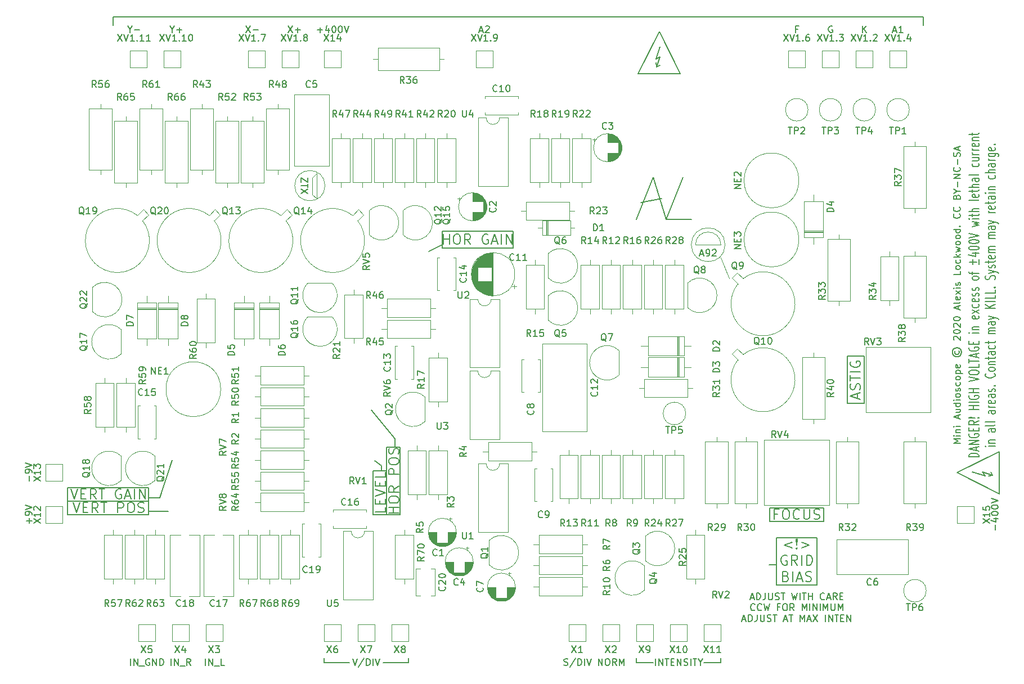
<source format=gbr>
G04 #@! TF.GenerationSoftware,KiCad,Pcbnew,(5.99.0-1101-g9de7547c2)*
G04 #@! TF.CreationDate,2020-03-19T22:23:19-06:00*
G04 #@! TF.ProjectId,mini-audioscope,6d696e69-2d61-4756-9469-6f73636f7065,rev?*
G04 #@! TF.SameCoordinates,Original*
G04 #@! TF.FileFunction,Legend,Top*
G04 #@! TF.FilePolarity,Positive*
%FSLAX46Y46*%
G04 Gerber Fmt 4.6, Leading zero omitted, Abs format (unit mm)*
G04 Created by KiCad (PCBNEW (5.99.0-1101-g9de7547c2)) date 2020-03-19 22:23:19*
%MOMM*%
%LPD*%
G01*
G04 APERTURE LIST*
%ADD10C,0.120000*%
%ADD11C,0.203200*%
%ADD12C,2.302000*%
%ADD13O,1.302000X1.702000*%
%ADD14O,1.302000X1.302000*%
%ADD15C,1.362000*%
%ADD16O,1.702000X1.702000*%
%ADD17C,1.702000*%
%ADD18C,2.102000*%
%ADD19R,2.502000X1.702000*%
%ADD20O,2.502000X1.702000*%
%ADD21C,1.302000*%
%ADD22R,1.302000X1.302000*%
%ADD23C,1.542000*%
%ADD24C,8.702000*%
%ADD25C,1.002000*%
%ADD26C,2.902000*%
%ADD27O,1.602000X1.152000*%
%ADD28R,1.602000X1.152000*%
%ADD29O,1.152000X1.602000*%
%ADD30R,1.152000X1.602000*%
%ADD31O,1.702000X1.302000*%
%ADD32R,1.702000X1.702000*%
%ADD33R,2.302000X2.302000*%
%ADD34O,2.302000X2.302000*%
G04 APERTURE END LIST*
D10*
X73787001Y-52070000D02*
G75*
G03*
X73787001Y-52070000I-2276278J0D01*
G01*
X133985000Y-60960000D02*
G75*
G03*
X133985000Y-60960000I-2540000J0D01*
G01*
X133350000Y-62865000D02*
X134620000Y-66040000D01*
D11*
X130235476Y-62399333D02*
X130719285Y-62399333D01*
X130138714Y-62689619D02*
X130477380Y-61673619D01*
X130816047Y-62689619D01*
X131203095Y-62689619D02*
X131396619Y-62689619D01*
X131493380Y-62641238D01*
X131541761Y-62592857D01*
X131638523Y-62447714D01*
X131686904Y-62254190D01*
X131686904Y-61867142D01*
X131638523Y-61770380D01*
X131590142Y-61722000D01*
X131493380Y-61673619D01*
X131299857Y-61673619D01*
X131203095Y-61722000D01*
X131154714Y-61770380D01*
X131106333Y-61867142D01*
X131106333Y-62109047D01*
X131154714Y-62205809D01*
X131203095Y-62254190D01*
X131299857Y-62302571D01*
X131493380Y-62302571D01*
X131590142Y-62254190D01*
X131638523Y-62205809D01*
X131686904Y-62109047D01*
X132073952Y-61770380D02*
X132122333Y-61722000D01*
X132219095Y-61673619D01*
X132461000Y-61673619D01*
X132557761Y-61722000D01*
X132606142Y-61770380D01*
X132654523Y-61867142D01*
X132654523Y-61963904D01*
X132606142Y-62109047D01*
X132025571Y-62689619D01*
X132654523Y-62689619D01*
D10*
X129540000Y-60960000D02*
X133350000Y-60960000D01*
X129540000Y-60960000D02*
G75*
G02*
X133350000Y-60960000I1905000J0D01*
G01*
D11*
X71168380Y-50860476D02*
X71168380Y-51537809D01*
X70152380Y-50860476D01*
X70152380Y-51537809D01*
X71168380Y-51779714D02*
X71168380Y-52360285D01*
X70152380Y-52070000D02*
X71168380Y-52070000D01*
X71168380Y-52602190D02*
X70152380Y-53279523D01*
X71168380Y-53279523D02*
X70152380Y-52602190D01*
D10*
X72517000Y-50228500D02*
X71882000Y-50863500D01*
X72517000Y-54038500D02*
X72517000Y-50228500D01*
X71882000Y-53403500D02*
X72517000Y-54038500D01*
X71882000Y-50863500D02*
X71882000Y-53403500D01*
D11*
X41910000Y-26670000D02*
X41910000Y-27940000D01*
X163830000Y-26670000D02*
X41910000Y-26670000D01*
X163830000Y-27940000D02*
X163830000Y-26670000D01*
X120904000Y-35179000D02*
X124079000Y-28829000D01*
X124079000Y-28829000D02*
X127254000Y-35179000D01*
X127254000Y-35179000D02*
X120904000Y-35179000D01*
X124206000Y-31115000D02*
X123571000Y-33020000D01*
X123571000Y-33020000D02*
X124206000Y-32639000D01*
X124206000Y-32639000D02*
X123698000Y-34163000D01*
X123571000Y-33528000D02*
X123698000Y-34163000D01*
X124206000Y-33909000D02*
X123698000Y-34163000D01*
X121285000Y-54610000D02*
X124460000Y-53975000D01*
X125095000Y-57150000D02*
X128905000Y-57150000D01*
X125095000Y-57150000D02*
X127635000Y-50800000D01*
X123190000Y-50800000D02*
X125095000Y-57150000D01*
X120650000Y-57150000D02*
X123190000Y-50800000D01*
X152400000Y-84836000D02*
X152400000Y-77724000D01*
X154940000Y-84836000D02*
X152400000Y-84836000D01*
X154940000Y-77724000D02*
X154940000Y-84836000D01*
X152400000Y-77724000D02*
X154940000Y-77724000D01*
X140716000Y-102616000D02*
X140716000Y-100584000D01*
X148844000Y-102616000D02*
X140716000Y-102616000D01*
X148844000Y-100584000D02*
X148844000Y-102616000D01*
X140716000Y-100584000D02*
X148844000Y-100584000D01*
X141732000Y-112190000D02*
X141732000Y-109142000D01*
X147828000Y-112190000D02*
X141732000Y-112190000D01*
X147828000Y-105078000D02*
X147828000Y-112190000D01*
X141732000Y-105078000D02*
X147828000Y-105078000D01*
X141732000Y-109142000D02*
X141732000Y-105078000D01*
X91440000Y-61468000D02*
X91440000Y-60960000D01*
X102108000Y-61468000D02*
X91440000Y-61468000D01*
X102108000Y-58928000D02*
X102108000Y-61468000D01*
X91440000Y-58928000D02*
X102108000Y-58928000D01*
X91440000Y-60960000D02*
X91440000Y-58928000D01*
X85090000Y-101600000D02*
X83058000Y-101600000D01*
X85090000Y-91440000D02*
X85090000Y-101600000D01*
X83058000Y-91440000D02*
X85090000Y-91440000D01*
X83058000Y-94996000D02*
X83058000Y-91440000D01*
X83058000Y-101600000D02*
X83058000Y-94996000D01*
X81026000Y-101600000D02*
X83058000Y-101600000D01*
X81026000Y-94996000D02*
X81026000Y-101600000D01*
X83058000Y-94996000D02*
X81026000Y-94996000D01*
X35052000Y-101600000D02*
X35052000Y-99568000D01*
X47244000Y-101600000D02*
X35052000Y-101600000D01*
X47244000Y-99568000D02*
X47244000Y-101600000D01*
X47244000Y-97536000D02*
X47244000Y-99060000D01*
X35052000Y-97536000D02*
X47244000Y-97536000D01*
X35052000Y-99568000D02*
X35052000Y-97536000D01*
X47244000Y-99568000D02*
X35052000Y-99568000D01*
X47244000Y-99060000D02*
X47244000Y-99568000D01*
X73660000Y-123825000D02*
X73660000Y-123190000D01*
X77470000Y-123825000D02*
X73660000Y-123825000D01*
X86360000Y-123825000D02*
X86360000Y-123190000D01*
X82550000Y-123825000D02*
X86360000Y-123825000D01*
X77953809Y-123268619D02*
X78292476Y-124284619D01*
X78631142Y-123268619D01*
X79695523Y-123220238D02*
X78824666Y-124526523D01*
X80034190Y-124284619D02*
X80034190Y-123268619D01*
X80276095Y-123268619D01*
X80421238Y-123317000D01*
X80518000Y-123413761D01*
X80566380Y-123510523D01*
X80614761Y-123704047D01*
X80614761Y-123849190D01*
X80566380Y-124042714D01*
X80518000Y-124139476D01*
X80421238Y-124236238D01*
X80276095Y-124284619D01*
X80034190Y-124284619D01*
X81050190Y-124284619D02*
X81050190Y-123268619D01*
X81388857Y-123268619D02*
X81727523Y-124284619D01*
X82066190Y-123268619D01*
X120650000Y-123825000D02*
X120650000Y-123190000D01*
X123190000Y-123825000D02*
X120650000Y-123825000D01*
X133350000Y-123825000D02*
X133350000Y-123190000D01*
X130810000Y-123825000D02*
X133350000Y-123825000D01*
X123540761Y-124284619D02*
X123540761Y-123268619D01*
X124024571Y-124284619D02*
X124024571Y-123268619D01*
X124605142Y-124284619D01*
X124605142Y-123268619D01*
X124943809Y-123268619D02*
X125524380Y-123268619D01*
X125234095Y-124284619D02*
X125234095Y-123268619D01*
X125863047Y-123752428D02*
X126201714Y-123752428D01*
X126346857Y-124284619D02*
X125863047Y-124284619D01*
X125863047Y-123268619D01*
X126346857Y-123268619D01*
X126782285Y-124284619D02*
X126782285Y-123268619D01*
X127362857Y-124284619D01*
X127362857Y-123268619D01*
X127798285Y-124236238D02*
X127943428Y-124284619D01*
X128185333Y-124284619D01*
X128282095Y-124236238D01*
X128330476Y-124187857D01*
X128378857Y-124091095D01*
X128378857Y-123994333D01*
X128330476Y-123897571D01*
X128282095Y-123849190D01*
X128185333Y-123800809D01*
X127991809Y-123752428D01*
X127895047Y-123704047D01*
X127846666Y-123655666D01*
X127798285Y-123558904D01*
X127798285Y-123462142D01*
X127846666Y-123365380D01*
X127895047Y-123317000D01*
X127991809Y-123268619D01*
X128233714Y-123268619D01*
X128378857Y-123317000D01*
X128814285Y-124284619D02*
X128814285Y-123268619D01*
X129152952Y-123268619D02*
X129733523Y-123268619D01*
X129443238Y-124284619D02*
X129443238Y-123268619D01*
X130265714Y-123800809D02*
X130265714Y-124284619D01*
X129927047Y-123268619D02*
X130265714Y-123800809D01*
X130604380Y-123268619D01*
X169369619Y-90883619D02*
X168353619Y-90883619D01*
X169079333Y-90544952D01*
X168353619Y-90206285D01*
X169369619Y-90206285D01*
X169369619Y-89722476D02*
X168692285Y-89722476D01*
X168353619Y-89722476D02*
X168402000Y-89770857D01*
X168450380Y-89722476D01*
X168402000Y-89674095D01*
X168353619Y-89722476D01*
X168450380Y-89722476D01*
X168692285Y-89238666D02*
X169369619Y-89238666D01*
X168789047Y-89238666D02*
X168740666Y-89190285D01*
X168692285Y-89093523D01*
X168692285Y-88948380D01*
X168740666Y-88851619D01*
X168837428Y-88803238D01*
X169369619Y-88803238D01*
X169369619Y-88319428D02*
X168692285Y-88319428D01*
X168353619Y-88319428D02*
X168402000Y-88367809D01*
X168450380Y-88319428D01*
X168402000Y-88271047D01*
X168353619Y-88319428D01*
X168450380Y-88319428D01*
X169079333Y-87109904D02*
X169079333Y-86626095D01*
X169369619Y-87206666D02*
X168353619Y-86868000D01*
X169369619Y-86529333D01*
X168692285Y-85755238D02*
X169369619Y-85755238D01*
X168692285Y-86190666D02*
X169224476Y-86190666D01*
X169321238Y-86142285D01*
X169369619Y-86045523D01*
X169369619Y-85900380D01*
X169321238Y-85803619D01*
X169272857Y-85755238D01*
X169369619Y-84836000D02*
X168353619Y-84836000D01*
X169321238Y-84836000D02*
X169369619Y-84932761D01*
X169369619Y-85126285D01*
X169321238Y-85223047D01*
X169272857Y-85271428D01*
X169176095Y-85319809D01*
X168885809Y-85319809D01*
X168789047Y-85271428D01*
X168740666Y-85223047D01*
X168692285Y-85126285D01*
X168692285Y-84932761D01*
X168740666Y-84836000D01*
X169369619Y-84352190D02*
X168692285Y-84352190D01*
X168353619Y-84352190D02*
X168402000Y-84400571D01*
X168450380Y-84352190D01*
X168402000Y-84303809D01*
X168353619Y-84352190D01*
X168450380Y-84352190D01*
X169369619Y-83723238D02*
X169321238Y-83820000D01*
X169272857Y-83868380D01*
X169176095Y-83916761D01*
X168885809Y-83916761D01*
X168789047Y-83868380D01*
X168740666Y-83820000D01*
X168692285Y-83723238D01*
X168692285Y-83578095D01*
X168740666Y-83481333D01*
X168789047Y-83432952D01*
X168885809Y-83384571D01*
X169176095Y-83384571D01*
X169272857Y-83432952D01*
X169321238Y-83481333D01*
X169369619Y-83578095D01*
X169369619Y-83723238D01*
X169321238Y-82997523D02*
X169369619Y-82900761D01*
X169369619Y-82707238D01*
X169321238Y-82610476D01*
X169224476Y-82562095D01*
X169176095Y-82562095D01*
X169079333Y-82610476D01*
X169030952Y-82707238D01*
X169030952Y-82852380D01*
X168982571Y-82949142D01*
X168885809Y-82997523D01*
X168837428Y-82997523D01*
X168740666Y-82949142D01*
X168692285Y-82852380D01*
X168692285Y-82707238D01*
X168740666Y-82610476D01*
X169321238Y-81691238D02*
X169369619Y-81788000D01*
X169369619Y-81981523D01*
X169321238Y-82078285D01*
X169272857Y-82126666D01*
X169176095Y-82175047D01*
X168885809Y-82175047D01*
X168789047Y-82126666D01*
X168740666Y-82078285D01*
X168692285Y-81981523D01*
X168692285Y-81788000D01*
X168740666Y-81691238D01*
X169369619Y-81110666D02*
X169321238Y-81207428D01*
X169272857Y-81255809D01*
X169176095Y-81304190D01*
X168885809Y-81304190D01*
X168789047Y-81255809D01*
X168740666Y-81207428D01*
X168692285Y-81110666D01*
X168692285Y-80965523D01*
X168740666Y-80868761D01*
X168789047Y-80820380D01*
X168885809Y-80772000D01*
X169176095Y-80772000D01*
X169272857Y-80820380D01*
X169321238Y-80868761D01*
X169369619Y-80965523D01*
X169369619Y-81110666D01*
X168692285Y-80336571D02*
X169708285Y-80336571D01*
X168740666Y-80336571D02*
X168692285Y-80239809D01*
X168692285Y-80046285D01*
X168740666Y-79949523D01*
X168789047Y-79901142D01*
X168885809Y-79852761D01*
X169176095Y-79852761D01*
X169272857Y-79901142D01*
X169321238Y-79949523D01*
X169369619Y-80046285D01*
X169369619Y-80239809D01*
X169321238Y-80336571D01*
X169321238Y-79030285D02*
X169369619Y-79127047D01*
X169369619Y-79320571D01*
X169321238Y-79417333D01*
X169224476Y-79465714D01*
X168837428Y-79465714D01*
X168740666Y-79417333D01*
X168692285Y-79320571D01*
X168692285Y-79127047D01*
X168740666Y-79030285D01*
X168837428Y-78981904D01*
X168934190Y-78981904D01*
X169030952Y-79465714D01*
X168595523Y-76949904D02*
X168547142Y-77046666D01*
X168547142Y-77240190D01*
X168595523Y-77336952D01*
X168692285Y-77433714D01*
X168789047Y-77482095D01*
X168982571Y-77482095D01*
X169079333Y-77433714D01*
X169176095Y-77336952D01*
X169224476Y-77240190D01*
X169224476Y-77046666D01*
X169176095Y-76949904D01*
X168208476Y-77143428D02*
X168256857Y-77385333D01*
X168402000Y-77627238D01*
X168643904Y-77772380D01*
X168885809Y-77820761D01*
X169127714Y-77772380D01*
X169369619Y-77627238D01*
X169514761Y-77385333D01*
X169563142Y-77143428D01*
X169514761Y-76901523D01*
X169369619Y-76659619D01*
X169127714Y-76514476D01*
X168885809Y-76466095D01*
X168643904Y-76514476D01*
X168402000Y-76659619D01*
X168256857Y-76901523D01*
X168208476Y-77143428D01*
X168450380Y-75304952D02*
X168402000Y-75256571D01*
X168353619Y-75159809D01*
X168353619Y-74917904D01*
X168402000Y-74821142D01*
X168450380Y-74772761D01*
X168547142Y-74724380D01*
X168643904Y-74724380D01*
X168789047Y-74772761D01*
X169369619Y-75353333D01*
X169369619Y-74724380D01*
X168353619Y-74095428D02*
X168353619Y-73998666D01*
X168402000Y-73901904D01*
X168450380Y-73853523D01*
X168547142Y-73805142D01*
X168740666Y-73756761D01*
X168982571Y-73756761D01*
X169176095Y-73805142D01*
X169272857Y-73853523D01*
X169321238Y-73901904D01*
X169369619Y-73998666D01*
X169369619Y-74095428D01*
X169321238Y-74192190D01*
X169272857Y-74240571D01*
X169176095Y-74288952D01*
X168982571Y-74337333D01*
X168740666Y-74337333D01*
X168547142Y-74288952D01*
X168450380Y-74240571D01*
X168402000Y-74192190D01*
X168353619Y-74095428D01*
X168450380Y-73369714D02*
X168402000Y-73321333D01*
X168353619Y-73224571D01*
X168353619Y-72982666D01*
X168402000Y-72885904D01*
X168450380Y-72837523D01*
X168547142Y-72789142D01*
X168643904Y-72789142D01*
X168789047Y-72837523D01*
X169369619Y-73418095D01*
X169369619Y-72789142D01*
X168353619Y-72160190D02*
X168353619Y-72063428D01*
X168402000Y-71966666D01*
X168450380Y-71918285D01*
X168547142Y-71869904D01*
X168740666Y-71821523D01*
X168982571Y-71821523D01*
X169176095Y-71869904D01*
X169272857Y-71918285D01*
X169321238Y-71966666D01*
X169369619Y-72063428D01*
X169369619Y-72160190D01*
X169321238Y-72256952D01*
X169272857Y-72305333D01*
X169176095Y-72353714D01*
X168982571Y-72402095D01*
X168740666Y-72402095D01*
X168547142Y-72353714D01*
X168450380Y-72305333D01*
X168402000Y-72256952D01*
X168353619Y-72160190D01*
X169079333Y-70660380D02*
X169079333Y-70176571D01*
X169369619Y-70757142D02*
X168353619Y-70418476D01*
X169369619Y-70079809D01*
X169369619Y-69596000D02*
X169321238Y-69692761D01*
X169224476Y-69741142D01*
X168353619Y-69741142D01*
X169321238Y-68821904D02*
X169369619Y-68918666D01*
X169369619Y-69112190D01*
X169321238Y-69208952D01*
X169224476Y-69257333D01*
X168837428Y-69257333D01*
X168740666Y-69208952D01*
X168692285Y-69112190D01*
X168692285Y-68918666D01*
X168740666Y-68821904D01*
X168837428Y-68773523D01*
X168934190Y-68773523D01*
X169030952Y-69257333D01*
X169369619Y-68434857D02*
X168692285Y-67902666D01*
X168692285Y-68434857D02*
X169369619Y-67902666D01*
X169369619Y-67515619D02*
X168692285Y-67515619D01*
X168353619Y-67515619D02*
X168402000Y-67564000D01*
X168450380Y-67515619D01*
X168402000Y-67467238D01*
X168353619Y-67515619D01*
X168450380Y-67515619D01*
X169321238Y-67080190D02*
X169369619Y-66983428D01*
X169369619Y-66789904D01*
X169321238Y-66693142D01*
X169224476Y-66644761D01*
X169176095Y-66644761D01*
X169079333Y-66693142D01*
X169030952Y-66789904D01*
X169030952Y-66935047D01*
X168982571Y-67031809D01*
X168885809Y-67080190D01*
X168837428Y-67080190D01*
X168740666Y-67031809D01*
X168692285Y-66935047D01*
X168692285Y-66789904D01*
X168740666Y-66693142D01*
X169369619Y-64951428D02*
X169369619Y-65435238D01*
X168353619Y-65435238D01*
X169369619Y-64467619D02*
X169321238Y-64564380D01*
X169272857Y-64612761D01*
X169176095Y-64661142D01*
X168885809Y-64661142D01*
X168789047Y-64612761D01*
X168740666Y-64564380D01*
X168692285Y-64467619D01*
X168692285Y-64322476D01*
X168740666Y-64225714D01*
X168789047Y-64177333D01*
X168885809Y-64128952D01*
X169176095Y-64128952D01*
X169272857Y-64177333D01*
X169321238Y-64225714D01*
X169369619Y-64322476D01*
X169369619Y-64467619D01*
X169321238Y-63258095D02*
X169369619Y-63354857D01*
X169369619Y-63548380D01*
X169321238Y-63645142D01*
X169272857Y-63693523D01*
X169176095Y-63741904D01*
X168885809Y-63741904D01*
X168789047Y-63693523D01*
X168740666Y-63645142D01*
X168692285Y-63548380D01*
X168692285Y-63354857D01*
X168740666Y-63258095D01*
X169369619Y-62822666D02*
X168353619Y-62822666D01*
X168982571Y-62725904D02*
X169369619Y-62435619D01*
X168692285Y-62435619D02*
X169079333Y-62822666D01*
X168692285Y-62096952D02*
X169369619Y-61903428D01*
X168885809Y-61709904D01*
X169369619Y-61516380D01*
X168692285Y-61322857D01*
X169369619Y-60790666D02*
X169321238Y-60887428D01*
X169272857Y-60935809D01*
X169176095Y-60984190D01*
X168885809Y-60984190D01*
X168789047Y-60935809D01*
X168740666Y-60887428D01*
X168692285Y-60790666D01*
X168692285Y-60645523D01*
X168740666Y-60548761D01*
X168789047Y-60500380D01*
X168885809Y-60452000D01*
X169176095Y-60452000D01*
X169272857Y-60500380D01*
X169321238Y-60548761D01*
X169369619Y-60645523D01*
X169369619Y-60790666D01*
X169369619Y-59871428D02*
X169321238Y-59968190D01*
X169272857Y-60016571D01*
X169176095Y-60064952D01*
X168885809Y-60064952D01*
X168789047Y-60016571D01*
X168740666Y-59968190D01*
X168692285Y-59871428D01*
X168692285Y-59726285D01*
X168740666Y-59629523D01*
X168789047Y-59581142D01*
X168885809Y-59532761D01*
X169176095Y-59532761D01*
X169272857Y-59581142D01*
X169321238Y-59629523D01*
X169369619Y-59726285D01*
X169369619Y-59871428D01*
X169369619Y-58661904D02*
X168353619Y-58661904D01*
X169321238Y-58661904D02*
X169369619Y-58758666D01*
X169369619Y-58952190D01*
X169321238Y-59048952D01*
X169272857Y-59097333D01*
X169176095Y-59145714D01*
X168885809Y-59145714D01*
X168789047Y-59097333D01*
X168740666Y-59048952D01*
X168692285Y-58952190D01*
X168692285Y-58758666D01*
X168740666Y-58661904D01*
X169272857Y-58178095D02*
X169321238Y-58129714D01*
X169369619Y-58178095D01*
X169321238Y-58226476D01*
X169272857Y-58178095D01*
X169369619Y-58178095D01*
X169272857Y-56339619D02*
X169321238Y-56388000D01*
X169369619Y-56533142D01*
X169369619Y-56629904D01*
X169321238Y-56775047D01*
X169224476Y-56871809D01*
X169127714Y-56920190D01*
X168934190Y-56968571D01*
X168789047Y-56968571D01*
X168595523Y-56920190D01*
X168498761Y-56871809D01*
X168402000Y-56775047D01*
X168353619Y-56629904D01*
X168353619Y-56533142D01*
X168402000Y-56388000D01*
X168450380Y-56339619D01*
X169272857Y-55323619D02*
X169321238Y-55372000D01*
X169369619Y-55517142D01*
X169369619Y-55613904D01*
X169321238Y-55759047D01*
X169224476Y-55855809D01*
X169127714Y-55904190D01*
X168934190Y-55952571D01*
X168789047Y-55952571D01*
X168595523Y-55904190D01*
X168498761Y-55855809D01*
X168402000Y-55759047D01*
X168353619Y-55613904D01*
X168353619Y-55517142D01*
X168402000Y-55372000D01*
X168450380Y-55323619D01*
X168837428Y-53775428D02*
X168885809Y-53630285D01*
X168934190Y-53581904D01*
X169030952Y-53533523D01*
X169176095Y-53533523D01*
X169272857Y-53581904D01*
X169321238Y-53630285D01*
X169369619Y-53727047D01*
X169369619Y-54114095D01*
X168353619Y-54114095D01*
X168353619Y-53775428D01*
X168402000Y-53678666D01*
X168450380Y-53630285D01*
X168547142Y-53581904D01*
X168643904Y-53581904D01*
X168740666Y-53630285D01*
X168789047Y-53678666D01*
X168837428Y-53775428D01*
X168837428Y-54114095D01*
X168885809Y-52904571D02*
X169369619Y-52904571D01*
X168353619Y-53243238D02*
X168885809Y-52904571D01*
X168353619Y-52565904D01*
X168982571Y-52227238D02*
X168982571Y-51453142D01*
X169369619Y-50969333D02*
X168353619Y-50969333D01*
X169369619Y-50388761D01*
X168353619Y-50388761D01*
X169272857Y-49324380D02*
X169321238Y-49372761D01*
X169369619Y-49517904D01*
X169369619Y-49614666D01*
X169321238Y-49759809D01*
X169224476Y-49856571D01*
X169127714Y-49904952D01*
X168934190Y-49953333D01*
X168789047Y-49953333D01*
X168595523Y-49904952D01*
X168498761Y-49856571D01*
X168402000Y-49759809D01*
X168353619Y-49614666D01*
X168353619Y-49517904D01*
X168402000Y-49372761D01*
X168450380Y-49324380D01*
X168982571Y-48888952D02*
X168982571Y-48114857D01*
X169321238Y-47679428D02*
X169369619Y-47534285D01*
X169369619Y-47292380D01*
X169321238Y-47195619D01*
X169272857Y-47147238D01*
X169176095Y-47098857D01*
X169079333Y-47098857D01*
X168982571Y-47147238D01*
X168934190Y-47195619D01*
X168885809Y-47292380D01*
X168837428Y-47485904D01*
X168789047Y-47582666D01*
X168740666Y-47631047D01*
X168643904Y-47679428D01*
X168547142Y-47679428D01*
X168450380Y-47631047D01*
X168402000Y-47582666D01*
X168353619Y-47485904D01*
X168353619Y-47244000D01*
X168402000Y-47098857D01*
X169079333Y-46711809D02*
X169079333Y-46228000D01*
X169369619Y-46808571D02*
X168353619Y-46469904D01*
X169369619Y-46131238D01*
X44456047Y-28550809D02*
X44456047Y-29034619D01*
X44117380Y-28018619D02*
X44456047Y-28550809D01*
X44794714Y-28018619D01*
X45133380Y-28647571D02*
X45907476Y-28647571D01*
X50806047Y-28550809D02*
X50806047Y-29034619D01*
X50467380Y-28018619D02*
X50806047Y-28550809D01*
X51144714Y-28018619D01*
X51483380Y-28647571D02*
X52257476Y-28647571D01*
X51870428Y-29034619D02*
X51870428Y-28260523D01*
X61897380Y-28018619D02*
X62574714Y-29034619D01*
X62574714Y-28018619D02*
X61897380Y-29034619D01*
X62961761Y-28647571D02*
X63735857Y-28647571D01*
X68247380Y-28018619D02*
X68924714Y-29034619D01*
X68924714Y-28018619D02*
X68247380Y-29034619D01*
X69311761Y-28647571D02*
X70085857Y-28647571D01*
X69698809Y-29034619D02*
X69698809Y-28260523D01*
X72656095Y-28647571D02*
X73430190Y-28647571D01*
X73043142Y-29034619D02*
X73043142Y-28260523D01*
X74349428Y-28357285D02*
X74349428Y-29034619D01*
X74107523Y-27970238D02*
X73865619Y-28695952D01*
X74494571Y-28695952D01*
X75075142Y-28018619D02*
X75171904Y-28018619D01*
X75268666Y-28067000D01*
X75317047Y-28115380D01*
X75365428Y-28212142D01*
X75413809Y-28405666D01*
X75413809Y-28647571D01*
X75365428Y-28841095D01*
X75317047Y-28937857D01*
X75268666Y-28986238D01*
X75171904Y-29034619D01*
X75075142Y-29034619D01*
X74978380Y-28986238D01*
X74930000Y-28937857D01*
X74881619Y-28841095D01*
X74833238Y-28647571D01*
X74833238Y-28405666D01*
X74881619Y-28212142D01*
X74930000Y-28115380D01*
X74978380Y-28067000D01*
X75075142Y-28018619D01*
X76042761Y-28018619D02*
X76139523Y-28018619D01*
X76236285Y-28067000D01*
X76284666Y-28115380D01*
X76333047Y-28212142D01*
X76381428Y-28405666D01*
X76381428Y-28647571D01*
X76333047Y-28841095D01*
X76284666Y-28937857D01*
X76236285Y-28986238D01*
X76139523Y-29034619D01*
X76042761Y-29034619D01*
X75946000Y-28986238D01*
X75897619Y-28937857D01*
X75849238Y-28841095D01*
X75800857Y-28647571D01*
X75800857Y-28405666D01*
X75849238Y-28212142D01*
X75897619Y-28115380D01*
X75946000Y-28067000D01*
X76042761Y-28018619D01*
X76671714Y-28018619D02*
X77010380Y-29034619D01*
X77349047Y-28018619D01*
X97064285Y-28744333D02*
X97548095Y-28744333D01*
X96967523Y-29034619D02*
X97306190Y-28018619D01*
X97644857Y-29034619D01*
X97935142Y-28115380D02*
X97983523Y-28067000D01*
X98080285Y-28018619D01*
X98322190Y-28018619D01*
X98418952Y-28067000D01*
X98467333Y-28115380D01*
X98515714Y-28212142D01*
X98515714Y-28308904D01*
X98467333Y-28454047D01*
X97886761Y-29034619D01*
X98515714Y-29034619D01*
X159294285Y-28744333D02*
X159778095Y-28744333D01*
X159197523Y-29034619D02*
X159536190Y-28018619D01*
X159874857Y-29034619D01*
X160745714Y-29034619D02*
X160165142Y-29034619D01*
X160455428Y-29034619D02*
X160455428Y-28018619D01*
X160358666Y-28163761D01*
X160261904Y-28260523D01*
X160165142Y-28308904D01*
X154673904Y-29034619D02*
X154673904Y-28018619D01*
X155254476Y-29034619D02*
X154819047Y-28454047D01*
X155254476Y-28018619D02*
X154673904Y-28599190D01*
X150126095Y-28067000D02*
X150029333Y-28018619D01*
X149884190Y-28018619D01*
X149739047Y-28067000D01*
X149642285Y-28163761D01*
X149593904Y-28260523D01*
X149545523Y-28454047D01*
X149545523Y-28599190D01*
X149593904Y-28792714D01*
X149642285Y-28889476D01*
X149739047Y-28986238D01*
X149884190Y-29034619D01*
X149980952Y-29034619D01*
X150126095Y-28986238D01*
X150174476Y-28937857D01*
X150174476Y-28599190D01*
X149980952Y-28599190D01*
X144925142Y-28502428D02*
X144586476Y-28502428D01*
X144586476Y-29034619D02*
X144586476Y-28018619D01*
X145070285Y-28018619D01*
X174697571Y-103873904D02*
X174697571Y-103099809D01*
X174407285Y-102180571D02*
X175084619Y-102180571D01*
X174020238Y-102422476D02*
X174745952Y-102664380D01*
X174745952Y-102035428D01*
X174068619Y-101454857D02*
X174068619Y-101358095D01*
X174117000Y-101261333D01*
X174165380Y-101212952D01*
X174262142Y-101164571D01*
X174455666Y-101116190D01*
X174697571Y-101116190D01*
X174891095Y-101164571D01*
X174987857Y-101212952D01*
X175036238Y-101261333D01*
X175084619Y-101358095D01*
X175084619Y-101454857D01*
X175036238Y-101551619D01*
X174987857Y-101600000D01*
X174891095Y-101648380D01*
X174697571Y-101696761D01*
X174455666Y-101696761D01*
X174262142Y-101648380D01*
X174165380Y-101600000D01*
X174117000Y-101551619D01*
X174068619Y-101454857D01*
X174068619Y-100487238D02*
X174068619Y-100390476D01*
X174117000Y-100293714D01*
X174165380Y-100245333D01*
X174262142Y-100196952D01*
X174455666Y-100148571D01*
X174697571Y-100148571D01*
X174891095Y-100196952D01*
X174987857Y-100245333D01*
X175036238Y-100293714D01*
X175084619Y-100390476D01*
X175084619Y-100487238D01*
X175036238Y-100584000D01*
X174987857Y-100632380D01*
X174891095Y-100680761D01*
X174697571Y-100729142D01*
X174455666Y-100729142D01*
X174262142Y-100680761D01*
X174165380Y-100632380D01*
X174117000Y-100584000D01*
X174068619Y-100487238D01*
X174068619Y-99858285D02*
X175084619Y-99519619D01*
X174068619Y-99180952D01*
X29282571Y-96556285D02*
X29282571Y-95782190D01*
X29669619Y-95250000D02*
X29669619Y-95056476D01*
X29621238Y-94959714D01*
X29572857Y-94911333D01*
X29427714Y-94814571D01*
X29234190Y-94766190D01*
X28847142Y-94766190D01*
X28750380Y-94814571D01*
X28702000Y-94862952D01*
X28653619Y-94959714D01*
X28653619Y-95153238D01*
X28702000Y-95250000D01*
X28750380Y-95298380D01*
X28847142Y-95346761D01*
X29089047Y-95346761D01*
X29185809Y-95298380D01*
X29234190Y-95250000D01*
X29282571Y-95153238D01*
X29282571Y-94959714D01*
X29234190Y-94862952D01*
X29185809Y-94814571D01*
X29089047Y-94766190D01*
X28653619Y-94475904D02*
X29669619Y-94137238D01*
X28653619Y-93798571D01*
X29282571Y-102906285D02*
X29282571Y-102132190D01*
X29669619Y-102519238D02*
X28895523Y-102519238D01*
X29669619Y-101600000D02*
X29669619Y-101406476D01*
X29621238Y-101309714D01*
X29572857Y-101261333D01*
X29427714Y-101164571D01*
X29234190Y-101116190D01*
X28847142Y-101116190D01*
X28750380Y-101164571D01*
X28702000Y-101212952D01*
X28653619Y-101309714D01*
X28653619Y-101503238D01*
X28702000Y-101600000D01*
X28750380Y-101648380D01*
X28847142Y-101696761D01*
X29089047Y-101696761D01*
X29185809Y-101648380D01*
X29234190Y-101600000D01*
X29282571Y-101503238D01*
X29282571Y-101309714D01*
X29234190Y-101212952D01*
X29185809Y-101164571D01*
X29089047Y-101116190D01*
X28653619Y-100825904D02*
X29669619Y-100487238D01*
X28653619Y-100148571D01*
X55819523Y-124284619D02*
X55819523Y-123268619D01*
X56303333Y-124284619D02*
X56303333Y-123268619D01*
X56883904Y-124284619D01*
X56883904Y-123268619D01*
X57125809Y-124381380D02*
X57899904Y-124381380D01*
X58625619Y-124284619D02*
X58141809Y-124284619D01*
X58141809Y-123268619D01*
X50642761Y-124284619D02*
X50642761Y-123268619D01*
X51126571Y-124284619D02*
X51126571Y-123268619D01*
X51707142Y-124284619D01*
X51707142Y-123268619D01*
X51949047Y-124381380D02*
X52723142Y-124381380D01*
X53545619Y-124284619D02*
X53206952Y-123800809D01*
X52965047Y-124284619D02*
X52965047Y-123268619D01*
X53352095Y-123268619D01*
X53448857Y-123317000D01*
X53497238Y-123365380D01*
X53545619Y-123462142D01*
X53545619Y-123607285D01*
X53497238Y-123704047D01*
X53448857Y-123752428D01*
X53352095Y-123800809D01*
X52965047Y-123800809D01*
X44522571Y-124284619D02*
X44522571Y-123268619D01*
X45006380Y-124284619D02*
X45006380Y-123268619D01*
X45586952Y-124284619D01*
X45586952Y-123268619D01*
X45828857Y-124381380D02*
X46602952Y-124381380D01*
X47377047Y-123317000D02*
X47280285Y-123268619D01*
X47135142Y-123268619D01*
X46990000Y-123317000D01*
X46893238Y-123413761D01*
X46844857Y-123510523D01*
X46796476Y-123704047D01*
X46796476Y-123849190D01*
X46844857Y-124042714D01*
X46893238Y-124139476D01*
X46990000Y-124236238D01*
X47135142Y-124284619D01*
X47231904Y-124284619D01*
X47377047Y-124236238D01*
X47425428Y-124187857D01*
X47425428Y-123849190D01*
X47231904Y-123849190D01*
X47860857Y-124284619D02*
X47860857Y-123268619D01*
X48441428Y-124284619D01*
X48441428Y-123268619D01*
X48925238Y-124284619D02*
X48925238Y-123268619D01*
X49167142Y-123268619D01*
X49312285Y-123317000D01*
X49409047Y-123413761D01*
X49457428Y-123510523D01*
X49505809Y-123704047D01*
X49505809Y-123849190D01*
X49457428Y-124042714D01*
X49409047Y-124139476D01*
X49312285Y-124236238D01*
X49167142Y-124284619D01*
X48925238Y-124284619D01*
X173990000Y-95123000D02*
X174244000Y-95631000D01*
X173609000Y-95758000D02*
X174244000Y-95631000D01*
X172720000Y-95123000D02*
X174244000Y-95631000D01*
X173101000Y-95758000D02*
X172720000Y-95123000D01*
X171196000Y-95123000D02*
X173101000Y-95758000D01*
X175260000Y-92075000D02*
X175260000Y-98425000D01*
X168910000Y-95250000D02*
X175260000Y-92075000D01*
X175260000Y-98425000D02*
X168910000Y-95250000D01*
X172182608Y-92915619D02*
X170658608Y-92915619D01*
X170658608Y-92673714D01*
X170731180Y-92528571D01*
X170876322Y-92431809D01*
X171021465Y-92383428D01*
X171311751Y-92335047D01*
X171529465Y-92335047D01*
X171819751Y-92383428D01*
X171964894Y-92431809D01*
X172110037Y-92528571D01*
X172182608Y-92673714D01*
X172182608Y-92915619D01*
X171747180Y-91948000D02*
X171747180Y-91464190D01*
X172182608Y-92044761D02*
X170658608Y-91706095D01*
X172182608Y-91367428D01*
X172182608Y-91028761D02*
X170658608Y-91028761D01*
X172182608Y-90448190D01*
X170658608Y-90448190D01*
X170731180Y-89432190D02*
X170658608Y-89528952D01*
X170658608Y-89674095D01*
X170731180Y-89819238D01*
X170876322Y-89916000D01*
X171021465Y-89964380D01*
X171311751Y-90012761D01*
X171529465Y-90012761D01*
X171819751Y-89964380D01*
X171964894Y-89916000D01*
X172110037Y-89819238D01*
X172182608Y-89674095D01*
X172182608Y-89577333D01*
X172110037Y-89432190D01*
X172037465Y-89383809D01*
X171529465Y-89383809D01*
X171529465Y-89577333D01*
X171384322Y-88948380D02*
X171384322Y-88609714D01*
X172182608Y-88464571D02*
X172182608Y-88948380D01*
X170658608Y-88948380D01*
X170658608Y-88464571D01*
X172182608Y-87448571D02*
X171456894Y-87787238D01*
X172182608Y-88029142D02*
X170658608Y-88029142D01*
X170658608Y-87642095D01*
X170731180Y-87545333D01*
X170803751Y-87496952D01*
X170948894Y-87448571D01*
X171166608Y-87448571D01*
X171311751Y-87496952D01*
X171384322Y-87545333D01*
X171456894Y-87642095D01*
X171456894Y-88029142D01*
X172037465Y-87013142D02*
X172110037Y-86964761D01*
X172182608Y-87013142D01*
X172110037Y-87061523D01*
X172037465Y-87013142D01*
X172182608Y-87013142D01*
X171602037Y-87013142D02*
X170731180Y-87061523D01*
X170658608Y-87013142D01*
X170731180Y-86964761D01*
X171602037Y-87013142D01*
X170658608Y-87013142D01*
X172182608Y-85755238D02*
X170658608Y-85755238D01*
X171384322Y-85755238D02*
X171384322Y-85174666D01*
X172182608Y-85174666D02*
X170658608Y-85174666D01*
X172182608Y-84690857D02*
X170658608Y-84690857D01*
X170731180Y-83674857D02*
X170658608Y-83771619D01*
X170658608Y-83916761D01*
X170731180Y-84061904D01*
X170876322Y-84158666D01*
X171021465Y-84207047D01*
X171311751Y-84255428D01*
X171529465Y-84255428D01*
X171819751Y-84207047D01*
X171964894Y-84158666D01*
X172110037Y-84061904D01*
X172182608Y-83916761D01*
X172182608Y-83820000D01*
X172110037Y-83674857D01*
X172037465Y-83626476D01*
X171529465Y-83626476D01*
X171529465Y-83820000D01*
X172182608Y-83191047D02*
X170658608Y-83191047D01*
X171384322Y-83191047D02*
X171384322Y-82610476D01*
X172182608Y-82610476D02*
X170658608Y-82610476D01*
X170658608Y-81497714D02*
X172182608Y-81159047D01*
X170658608Y-80820380D01*
X170658608Y-80288190D02*
X170658608Y-80094666D01*
X170731180Y-79997904D01*
X170876322Y-79901142D01*
X171166608Y-79852761D01*
X171674608Y-79852761D01*
X171964894Y-79901142D01*
X172110037Y-79997904D01*
X172182608Y-80094666D01*
X172182608Y-80288190D01*
X172110037Y-80384952D01*
X171964894Y-80481714D01*
X171674608Y-80530095D01*
X171166608Y-80530095D01*
X170876322Y-80481714D01*
X170731180Y-80384952D01*
X170658608Y-80288190D01*
X172182608Y-78933523D02*
X172182608Y-79417333D01*
X170658608Y-79417333D01*
X170658608Y-78740000D02*
X170658608Y-78159428D01*
X172182608Y-78449714D02*
X170658608Y-78449714D01*
X171747180Y-77869142D02*
X171747180Y-77385333D01*
X172182608Y-77965904D02*
X170658608Y-77627238D01*
X172182608Y-77288571D01*
X170731180Y-76417714D02*
X170658608Y-76514476D01*
X170658608Y-76659619D01*
X170731180Y-76804761D01*
X170876322Y-76901523D01*
X171021465Y-76949904D01*
X171311751Y-76998285D01*
X171529465Y-76998285D01*
X171819751Y-76949904D01*
X171964894Y-76901523D01*
X172110037Y-76804761D01*
X172182608Y-76659619D01*
X172182608Y-76562857D01*
X172110037Y-76417714D01*
X172037465Y-76369333D01*
X171529465Y-76369333D01*
X171529465Y-76562857D01*
X171384322Y-75933904D02*
X171384322Y-75595238D01*
X172182608Y-75450095D02*
X172182608Y-75933904D01*
X170658608Y-75933904D01*
X170658608Y-75450095D01*
X172182608Y-74240571D02*
X171166608Y-74240571D01*
X170658608Y-74240571D02*
X170731180Y-74288952D01*
X170803751Y-74240571D01*
X170731180Y-74192190D01*
X170658608Y-74240571D01*
X170803751Y-74240571D01*
X171166608Y-73756761D02*
X172182608Y-73756761D01*
X171311751Y-73756761D02*
X171239180Y-73708380D01*
X171166608Y-73611619D01*
X171166608Y-73466476D01*
X171239180Y-73369714D01*
X171384322Y-73321333D01*
X172182608Y-73321333D01*
X172110037Y-71676380D02*
X172182608Y-71773142D01*
X172182608Y-71966666D01*
X172110037Y-72063428D01*
X171964894Y-72111809D01*
X171384322Y-72111809D01*
X171239180Y-72063428D01*
X171166608Y-71966666D01*
X171166608Y-71773142D01*
X171239180Y-71676380D01*
X171384322Y-71628000D01*
X171529465Y-71628000D01*
X171674608Y-72111809D01*
X172182608Y-71289333D02*
X171166608Y-70757142D01*
X171166608Y-71289333D02*
X172182608Y-70757142D01*
X172110037Y-69934666D02*
X172182608Y-70031428D01*
X172182608Y-70224952D01*
X172110037Y-70321714D01*
X172037465Y-70370095D01*
X171892322Y-70418476D01*
X171456894Y-70418476D01*
X171311751Y-70370095D01*
X171239180Y-70321714D01*
X171166608Y-70224952D01*
X171166608Y-70031428D01*
X171239180Y-69934666D01*
X172110037Y-69112190D02*
X172182608Y-69208952D01*
X172182608Y-69402476D01*
X172110037Y-69499238D01*
X171964894Y-69547619D01*
X171384322Y-69547619D01*
X171239180Y-69499238D01*
X171166608Y-69402476D01*
X171166608Y-69208952D01*
X171239180Y-69112190D01*
X171384322Y-69063809D01*
X171529465Y-69063809D01*
X171674608Y-69547619D01*
X172110037Y-68676761D02*
X172182608Y-68580000D01*
X172182608Y-68386476D01*
X172110037Y-68289714D01*
X171964894Y-68241333D01*
X171892322Y-68241333D01*
X171747180Y-68289714D01*
X171674608Y-68386476D01*
X171674608Y-68531619D01*
X171602037Y-68628380D01*
X171456894Y-68676761D01*
X171384322Y-68676761D01*
X171239180Y-68628380D01*
X171166608Y-68531619D01*
X171166608Y-68386476D01*
X171239180Y-68289714D01*
X172110037Y-67854285D02*
X172182608Y-67757523D01*
X172182608Y-67564000D01*
X172110037Y-67467238D01*
X171964894Y-67418857D01*
X171892322Y-67418857D01*
X171747180Y-67467238D01*
X171674608Y-67564000D01*
X171674608Y-67709142D01*
X171602037Y-67805904D01*
X171456894Y-67854285D01*
X171384322Y-67854285D01*
X171239180Y-67805904D01*
X171166608Y-67709142D01*
X171166608Y-67564000D01*
X171239180Y-67467238D01*
X172182608Y-66064190D02*
X172110037Y-66160952D01*
X172037465Y-66209333D01*
X171892322Y-66257714D01*
X171456894Y-66257714D01*
X171311751Y-66209333D01*
X171239180Y-66160952D01*
X171166608Y-66064190D01*
X171166608Y-65919047D01*
X171239180Y-65822285D01*
X171311751Y-65773904D01*
X171456894Y-65725523D01*
X171892322Y-65725523D01*
X172037465Y-65773904D01*
X172110037Y-65822285D01*
X172182608Y-65919047D01*
X172182608Y-66064190D01*
X171166608Y-65435238D02*
X171166608Y-65048190D01*
X172182608Y-65290095D02*
X170876322Y-65290095D01*
X170731180Y-65241714D01*
X170658608Y-65144952D01*
X170658608Y-65048190D01*
X171311751Y-63935428D02*
X171311751Y-63161333D01*
X171892322Y-63548380D02*
X170731180Y-63548380D01*
X172182608Y-63161333D02*
X172182608Y-63935428D01*
X171166608Y-62242095D02*
X172182608Y-62242095D01*
X170586037Y-62484000D02*
X171674608Y-62725904D01*
X171674608Y-62096952D01*
X170658608Y-61516380D02*
X170658608Y-61419619D01*
X170731180Y-61322857D01*
X170803751Y-61274476D01*
X170948894Y-61226095D01*
X171239180Y-61177714D01*
X171602037Y-61177714D01*
X171892322Y-61226095D01*
X172037465Y-61274476D01*
X172110037Y-61322857D01*
X172182608Y-61419619D01*
X172182608Y-61516380D01*
X172110037Y-61613142D01*
X172037465Y-61661523D01*
X171892322Y-61709904D01*
X171602037Y-61758285D01*
X171239180Y-61758285D01*
X170948894Y-61709904D01*
X170803751Y-61661523D01*
X170731180Y-61613142D01*
X170658608Y-61516380D01*
X170658608Y-60548761D02*
X170658608Y-60452000D01*
X170731180Y-60355238D01*
X170803751Y-60306857D01*
X170948894Y-60258476D01*
X171239180Y-60210095D01*
X171602037Y-60210095D01*
X171892322Y-60258476D01*
X172037465Y-60306857D01*
X172110037Y-60355238D01*
X172182608Y-60452000D01*
X172182608Y-60548761D01*
X172110037Y-60645523D01*
X172037465Y-60693904D01*
X171892322Y-60742285D01*
X171602037Y-60790666D01*
X171239180Y-60790666D01*
X170948894Y-60742285D01*
X170803751Y-60693904D01*
X170731180Y-60645523D01*
X170658608Y-60548761D01*
X170658608Y-59919809D02*
X172182608Y-59581142D01*
X170658608Y-59242476D01*
X171166608Y-58226476D02*
X172182608Y-58032952D01*
X171456894Y-57839428D01*
X172182608Y-57645904D01*
X171166608Y-57452380D01*
X172182608Y-57065333D02*
X171166608Y-57065333D01*
X170658608Y-57065333D02*
X170731180Y-57113714D01*
X170803751Y-57065333D01*
X170731180Y-57016952D01*
X170658608Y-57065333D01*
X170803751Y-57065333D01*
X171166608Y-56726666D02*
X171166608Y-56339619D01*
X170658608Y-56581523D02*
X171964894Y-56581523D01*
X172110037Y-56533142D01*
X172182608Y-56436380D01*
X172182608Y-56339619D01*
X172182608Y-56000952D02*
X170658608Y-56000952D01*
X172182608Y-55565523D02*
X171384322Y-55565523D01*
X171239180Y-55613904D01*
X171166608Y-55710666D01*
X171166608Y-55855809D01*
X171239180Y-55952571D01*
X171311751Y-56000952D01*
X172182608Y-54162476D02*
X172110037Y-54259238D01*
X171964894Y-54307619D01*
X170658608Y-54307619D01*
X172110037Y-53388380D02*
X172182608Y-53485142D01*
X172182608Y-53678666D01*
X172110037Y-53775428D01*
X171964894Y-53823809D01*
X171384322Y-53823809D01*
X171239180Y-53775428D01*
X171166608Y-53678666D01*
X171166608Y-53485142D01*
X171239180Y-53388380D01*
X171384322Y-53340000D01*
X171529465Y-53340000D01*
X171674608Y-53823809D01*
X171166608Y-53049714D02*
X171166608Y-52662666D01*
X170658608Y-52904571D02*
X171964894Y-52904571D01*
X172110037Y-52856190D01*
X172182608Y-52759428D01*
X172182608Y-52662666D01*
X172182608Y-52324000D02*
X170658608Y-52324000D01*
X172182608Y-51888571D02*
X171384322Y-51888571D01*
X171239180Y-51936952D01*
X171166608Y-52033714D01*
X171166608Y-52178857D01*
X171239180Y-52275619D01*
X171311751Y-52324000D01*
X172182608Y-50969333D02*
X171384322Y-50969333D01*
X171239180Y-51017714D01*
X171166608Y-51114476D01*
X171166608Y-51308000D01*
X171239180Y-51404761D01*
X172110037Y-50969333D02*
X172182608Y-51066095D01*
X172182608Y-51308000D01*
X172110037Y-51404761D01*
X171964894Y-51453142D01*
X171819751Y-51453142D01*
X171674608Y-51404761D01*
X171602037Y-51308000D01*
X171602037Y-51066095D01*
X171529465Y-50969333D01*
X172182608Y-50340380D02*
X172110037Y-50437142D01*
X171964894Y-50485523D01*
X170658608Y-50485523D01*
X172110037Y-48743809D02*
X172182608Y-48840571D01*
X172182608Y-49034095D01*
X172110037Y-49130857D01*
X172037465Y-49179238D01*
X171892322Y-49227619D01*
X171456894Y-49227619D01*
X171311751Y-49179238D01*
X171239180Y-49130857D01*
X171166608Y-49034095D01*
X171166608Y-48840571D01*
X171239180Y-48743809D01*
X171166608Y-47872952D02*
X172182608Y-47872952D01*
X171166608Y-48308380D02*
X171964894Y-48308380D01*
X172110037Y-48260000D01*
X172182608Y-48163238D01*
X172182608Y-48018095D01*
X172110037Y-47921333D01*
X172037465Y-47872952D01*
X172182608Y-47389142D02*
X171166608Y-47389142D01*
X171456894Y-47389142D02*
X171311751Y-47340761D01*
X171239180Y-47292380D01*
X171166608Y-47195619D01*
X171166608Y-47098857D01*
X172182608Y-46760190D02*
X171166608Y-46760190D01*
X171456894Y-46760190D02*
X171311751Y-46711809D01*
X171239180Y-46663428D01*
X171166608Y-46566666D01*
X171166608Y-46469904D01*
X172110037Y-45744190D02*
X172182608Y-45840952D01*
X172182608Y-46034476D01*
X172110037Y-46131238D01*
X171964894Y-46179619D01*
X171384322Y-46179619D01*
X171239180Y-46131238D01*
X171166608Y-46034476D01*
X171166608Y-45840952D01*
X171239180Y-45744190D01*
X171384322Y-45695809D01*
X171529465Y-45695809D01*
X171674608Y-46179619D01*
X171166608Y-45260380D02*
X172182608Y-45260380D01*
X171311751Y-45260380D02*
X171239180Y-45212000D01*
X171166608Y-45115238D01*
X171166608Y-44970095D01*
X171239180Y-44873333D01*
X171384322Y-44824952D01*
X172182608Y-44824952D01*
X171166608Y-44486285D02*
X171166608Y-44099238D01*
X170658608Y-44341142D02*
X171964894Y-44341142D01*
X172110037Y-44292761D01*
X172182608Y-44196000D01*
X172182608Y-44099238D01*
X174636248Y-91294857D02*
X173620248Y-91294857D01*
X173112248Y-91294857D02*
X173184820Y-91343238D01*
X173257391Y-91294857D01*
X173184820Y-91246476D01*
X173112248Y-91294857D01*
X173257391Y-91294857D01*
X173620248Y-90811047D02*
X174636248Y-90811047D01*
X173765391Y-90811047D02*
X173692820Y-90762666D01*
X173620248Y-90665904D01*
X173620248Y-90520761D01*
X173692820Y-90424000D01*
X173837962Y-90375619D01*
X174636248Y-90375619D01*
X174636248Y-88682285D02*
X173837962Y-88682285D01*
X173692820Y-88730666D01*
X173620248Y-88827428D01*
X173620248Y-89020952D01*
X173692820Y-89117714D01*
X174563677Y-88682285D02*
X174636248Y-88779047D01*
X174636248Y-89020952D01*
X174563677Y-89117714D01*
X174418534Y-89166095D01*
X174273391Y-89166095D01*
X174128248Y-89117714D01*
X174055677Y-89020952D01*
X174055677Y-88779047D01*
X173983105Y-88682285D01*
X174636248Y-88053333D02*
X174563677Y-88150095D01*
X174418534Y-88198476D01*
X173112248Y-88198476D01*
X174636248Y-87521142D02*
X174563677Y-87617904D01*
X174418534Y-87666285D01*
X173112248Y-87666285D01*
X174636248Y-85924571D02*
X173837962Y-85924571D01*
X173692820Y-85972952D01*
X173620248Y-86069714D01*
X173620248Y-86263238D01*
X173692820Y-86360000D01*
X174563677Y-85924571D02*
X174636248Y-86021333D01*
X174636248Y-86263238D01*
X174563677Y-86360000D01*
X174418534Y-86408380D01*
X174273391Y-86408380D01*
X174128248Y-86360000D01*
X174055677Y-86263238D01*
X174055677Y-86021333D01*
X173983105Y-85924571D01*
X174636248Y-85440761D02*
X173620248Y-85440761D01*
X173910534Y-85440761D02*
X173765391Y-85392380D01*
X173692820Y-85344000D01*
X173620248Y-85247238D01*
X173620248Y-85150476D01*
X174563677Y-84424761D02*
X174636248Y-84521523D01*
X174636248Y-84715047D01*
X174563677Y-84811809D01*
X174418534Y-84860190D01*
X173837962Y-84860190D01*
X173692820Y-84811809D01*
X173620248Y-84715047D01*
X173620248Y-84521523D01*
X173692820Y-84424761D01*
X173837962Y-84376380D01*
X173983105Y-84376380D01*
X174128248Y-84860190D01*
X174636248Y-83505523D02*
X173837962Y-83505523D01*
X173692820Y-83553904D01*
X173620248Y-83650666D01*
X173620248Y-83844190D01*
X173692820Y-83940952D01*
X174563677Y-83505523D02*
X174636248Y-83602285D01*
X174636248Y-83844190D01*
X174563677Y-83940952D01*
X174418534Y-83989333D01*
X174273391Y-83989333D01*
X174128248Y-83940952D01*
X174055677Y-83844190D01*
X174055677Y-83602285D01*
X173983105Y-83505523D01*
X174563677Y-83070095D02*
X174636248Y-82973333D01*
X174636248Y-82779809D01*
X174563677Y-82683047D01*
X174418534Y-82634666D01*
X174345962Y-82634666D01*
X174200820Y-82683047D01*
X174128248Y-82779809D01*
X174128248Y-82924952D01*
X174055677Y-83021714D01*
X173910534Y-83070095D01*
X173837962Y-83070095D01*
X173692820Y-83021714D01*
X173620248Y-82924952D01*
X173620248Y-82779809D01*
X173692820Y-82683047D01*
X174491105Y-82199238D02*
X174563677Y-82150857D01*
X174636248Y-82199238D01*
X174563677Y-82247619D01*
X174491105Y-82199238D01*
X174636248Y-82199238D01*
X174491105Y-80360761D02*
X174563677Y-80409142D01*
X174636248Y-80554285D01*
X174636248Y-80651047D01*
X174563677Y-80796190D01*
X174418534Y-80892952D01*
X174273391Y-80941333D01*
X173983105Y-80989714D01*
X173765391Y-80989714D01*
X173475105Y-80941333D01*
X173329962Y-80892952D01*
X173184820Y-80796190D01*
X173112248Y-80651047D01*
X173112248Y-80554285D01*
X173184820Y-80409142D01*
X173257391Y-80360761D01*
X174636248Y-79780190D02*
X174563677Y-79876952D01*
X174491105Y-79925333D01*
X174345962Y-79973714D01*
X173910534Y-79973714D01*
X173765391Y-79925333D01*
X173692820Y-79876952D01*
X173620248Y-79780190D01*
X173620248Y-79635047D01*
X173692820Y-79538285D01*
X173765391Y-79489904D01*
X173910534Y-79441523D01*
X174345962Y-79441523D01*
X174491105Y-79489904D01*
X174563677Y-79538285D01*
X174636248Y-79635047D01*
X174636248Y-79780190D01*
X173620248Y-79006095D02*
X174636248Y-79006095D01*
X173765391Y-79006095D02*
X173692820Y-78957714D01*
X173620248Y-78860952D01*
X173620248Y-78715809D01*
X173692820Y-78619047D01*
X173837962Y-78570666D01*
X174636248Y-78570666D01*
X173620248Y-78232000D02*
X173620248Y-77844952D01*
X173112248Y-78086857D02*
X174418534Y-78086857D01*
X174563677Y-78038476D01*
X174636248Y-77941714D01*
X174636248Y-77844952D01*
X174636248Y-77070857D02*
X173837962Y-77070857D01*
X173692820Y-77119238D01*
X173620248Y-77216000D01*
X173620248Y-77409523D01*
X173692820Y-77506285D01*
X174563677Y-77070857D02*
X174636248Y-77167619D01*
X174636248Y-77409523D01*
X174563677Y-77506285D01*
X174418534Y-77554666D01*
X174273391Y-77554666D01*
X174128248Y-77506285D01*
X174055677Y-77409523D01*
X174055677Y-77167619D01*
X173983105Y-77070857D01*
X174563677Y-76151619D02*
X174636248Y-76248380D01*
X174636248Y-76441904D01*
X174563677Y-76538666D01*
X174491105Y-76587047D01*
X174345962Y-76635428D01*
X173910534Y-76635428D01*
X173765391Y-76587047D01*
X173692820Y-76538666D01*
X173620248Y-76441904D01*
X173620248Y-76248380D01*
X173692820Y-76151619D01*
X173620248Y-75861333D02*
X173620248Y-75474285D01*
X173112248Y-75716190D02*
X174418534Y-75716190D01*
X174563677Y-75667809D01*
X174636248Y-75571047D01*
X174636248Y-75474285D01*
X174636248Y-74361523D02*
X173620248Y-74361523D01*
X173765391Y-74361523D02*
X173692820Y-74313142D01*
X173620248Y-74216380D01*
X173620248Y-74071238D01*
X173692820Y-73974476D01*
X173837962Y-73926095D01*
X174636248Y-73926095D01*
X173837962Y-73926095D02*
X173692820Y-73877714D01*
X173620248Y-73780952D01*
X173620248Y-73635809D01*
X173692820Y-73539047D01*
X173837962Y-73490666D01*
X174636248Y-73490666D01*
X174636248Y-72571428D02*
X173837962Y-72571428D01*
X173692820Y-72619809D01*
X173620248Y-72716571D01*
X173620248Y-72910095D01*
X173692820Y-73006857D01*
X174563677Y-72571428D02*
X174636248Y-72668190D01*
X174636248Y-72910095D01*
X174563677Y-73006857D01*
X174418534Y-73055238D01*
X174273391Y-73055238D01*
X174128248Y-73006857D01*
X174055677Y-72910095D01*
X174055677Y-72668190D01*
X173983105Y-72571428D01*
X173620248Y-72184380D02*
X174636248Y-71942476D01*
X173620248Y-71700571D02*
X174636248Y-71942476D01*
X174999105Y-72039238D01*
X175071677Y-72087619D01*
X175144248Y-72184380D01*
X174636248Y-70539428D02*
X173112248Y-70539428D01*
X174636248Y-69958857D02*
X173765391Y-70394285D01*
X173112248Y-69958857D02*
X173983105Y-70539428D01*
X174636248Y-69523428D02*
X173112248Y-69523428D01*
X174636248Y-68555809D02*
X174636248Y-69039619D01*
X173112248Y-69039619D01*
X174636248Y-67733333D02*
X174636248Y-68217142D01*
X173112248Y-68217142D01*
X174491105Y-67394666D02*
X174563677Y-67346285D01*
X174636248Y-67394666D01*
X174563677Y-67443047D01*
X174491105Y-67394666D01*
X174636248Y-67394666D01*
X174563677Y-66185142D02*
X174636248Y-66040000D01*
X174636248Y-65798095D01*
X174563677Y-65701333D01*
X174491105Y-65652952D01*
X174345962Y-65604571D01*
X174200820Y-65604571D01*
X174055677Y-65652952D01*
X173983105Y-65701333D01*
X173910534Y-65798095D01*
X173837962Y-65991619D01*
X173765391Y-66088380D01*
X173692820Y-66136761D01*
X173547677Y-66185142D01*
X173402534Y-66185142D01*
X173257391Y-66136761D01*
X173184820Y-66088380D01*
X173112248Y-65991619D01*
X173112248Y-65749714D01*
X173184820Y-65604571D01*
X173620248Y-65265904D02*
X174636248Y-65024000D01*
X173620248Y-64782095D02*
X174636248Y-65024000D01*
X174999105Y-65120761D01*
X175071677Y-65169142D01*
X175144248Y-65265904D01*
X174563677Y-64443428D02*
X174636248Y-64346666D01*
X174636248Y-64153142D01*
X174563677Y-64056380D01*
X174418534Y-64008000D01*
X174345962Y-64008000D01*
X174200820Y-64056380D01*
X174128248Y-64153142D01*
X174128248Y-64298285D01*
X174055677Y-64395047D01*
X173910534Y-64443428D01*
X173837962Y-64443428D01*
X173692820Y-64395047D01*
X173620248Y-64298285D01*
X173620248Y-64153142D01*
X173692820Y-64056380D01*
X173620248Y-63717714D02*
X173620248Y-63330666D01*
X173112248Y-63572571D02*
X174418534Y-63572571D01*
X174563677Y-63524190D01*
X174636248Y-63427428D01*
X174636248Y-63330666D01*
X174563677Y-62604952D02*
X174636248Y-62701714D01*
X174636248Y-62895238D01*
X174563677Y-62992000D01*
X174418534Y-63040380D01*
X173837962Y-63040380D01*
X173692820Y-62992000D01*
X173620248Y-62895238D01*
X173620248Y-62701714D01*
X173692820Y-62604952D01*
X173837962Y-62556571D01*
X173983105Y-62556571D01*
X174128248Y-63040380D01*
X174636248Y-62121142D02*
X173620248Y-62121142D01*
X173765391Y-62121142D02*
X173692820Y-62072761D01*
X173620248Y-61976000D01*
X173620248Y-61830857D01*
X173692820Y-61734095D01*
X173837962Y-61685714D01*
X174636248Y-61685714D01*
X173837962Y-61685714D02*
X173692820Y-61637333D01*
X173620248Y-61540571D01*
X173620248Y-61395428D01*
X173692820Y-61298666D01*
X173837962Y-61250285D01*
X174636248Y-61250285D01*
X174636248Y-59992380D02*
X173620248Y-59992380D01*
X173765391Y-59992380D02*
X173692820Y-59944000D01*
X173620248Y-59847238D01*
X173620248Y-59702095D01*
X173692820Y-59605333D01*
X173837962Y-59556952D01*
X174636248Y-59556952D01*
X173837962Y-59556952D02*
X173692820Y-59508571D01*
X173620248Y-59411809D01*
X173620248Y-59266666D01*
X173692820Y-59169904D01*
X173837962Y-59121523D01*
X174636248Y-59121523D01*
X174636248Y-58202285D02*
X173837962Y-58202285D01*
X173692820Y-58250666D01*
X173620248Y-58347428D01*
X173620248Y-58540952D01*
X173692820Y-58637714D01*
X174563677Y-58202285D02*
X174636248Y-58299047D01*
X174636248Y-58540952D01*
X174563677Y-58637714D01*
X174418534Y-58686095D01*
X174273391Y-58686095D01*
X174128248Y-58637714D01*
X174055677Y-58540952D01*
X174055677Y-58299047D01*
X173983105Y-58202285D01*
X173620248Y-57815238D02*
X174636248Y-57573333D01*
X173620248Y-57331428D02*
X174636248Y-57573333D01*
X174999105Y-57670095D01*
X175071677Y-57718476D01*
X175144248Y-57815238D01*
X174636248Y-56170285D02*
X173620248Y-56170285D01*
X173910534Y-56170285D02*
X173765391Y-56121904D01*
X173692820Y-56073523D01*
X173620248Y-55976761D01*
X173620248Y-55880000D01*
X174563677Y-55154285D02*
X174636248Y-55251047D01*
X174636248Y-55444571D01*
X174563677Y-55541333D01*
X174418534Y-55589714D01*
X173837962Y-55589714D01*
X173692820Y-55541333D01*
X173620248Y-55444571D01*
X173620248Y-55251047D01*
X173692820Y-55154285D01*
X173837962Y-55105904D01*
X173983105Y-55105904D01*
X174128248Y-55589714D01*
X173620248Y-54815619D02*
X173620248Y-54428571D01*
X173112248Y-54670476D02*
X174418534Y-54670476D01*
X174563677Y-54622095D01*
X174636248Y-54525333D01*
X174636248Y-54428571D01*
X174636248Y-53654476D02*
X173837962Y-53654476D01*
X173692820Y-53702857D01*
X173620248Y-53799619D01*
X173620248Y-53993142D01*
X173692820Y-54089904D01*
X174563677Y-53654476D02*
X174636248Y-53751238D01*
X174636248Y-53993142D01*
X174563677Y-54089904D01*
X174418534Y-54138285D01*
X174273391Y-54138285D01*
X174128248Y-54089904D01*
X174055677Y-53993142D01*
X174055677Y-53751238D01*
X173983105Y-53654476D01*
X174636248Y-53170666D02*
X173620248Y-53170666D01*
X173112248Y-53170666D02*
X173184820Y-53219047D01*
X173257391Y-53170666D01*
X173184820Y-53122285D01*
X173112248Y-53170666D01*
X173257391Y-53170666D01*
X173620248Y-52686857D02*
X174636248Y-52686857D01*
X173765391Y-52686857D02*
X173692820Y-52638476D01*
X173620248Y-52541714D01*
X173620248Y-52396571D01*
X173692820Y-52299809D01*
X173837962Y-52251428D01*
X174636248Y-52251428D01*
X174563677Y-50558095D02*
X174636248Y-50654857D01*
X174636248Y-50848380D01*
X174563677Y-50945142D01*
X174491105Y-50993523D01*
X174345962Y-51041904D01*
X173910534Y-51041904D01*
X173765391Y-50993523D01*
X173692820Y-50945142D01*
X173620248Y-50848380D01*
X173620248Y-50654857D01*
X173692820Y-50558095D01*
X174636248Y-50122666D02*
X173112248Y-50122666D01*
X174636248Y-49687238D02*
X173837962Y-49687238D01*
X173692820Y-49735619D01*
X173620248Y-49832380D01*
X173620248Y-49977523D01*
X173692820Y-50074285D01*
X173765391Y-50122666D01*
X174636248Y-48768000D02*
X173837962Y-48768000D01*
X173692820Y-48816380D01*
X173620248Y-48913142D01*
X173620248Y-49106666D01*
X173692820Y-49203428D01*
X174563677Y-48768000D02*
X174636248Y-48864761D01*
X174636248Y-49106666D01*
X174563677Y-49203428D01*
X174418534Y-49251809D01*
X174273391Y-49251809D01*
X174128248Y-49203428D01*
X174055677Y-49106666D01*
X174055677Y-48864761D01*
X173983105Y-48768000D01*
X174636248Y-48284190D02*
X173620248Y-48284190D01*
X173910534Y-48284190D02*
X173765391Y-48235809D01*
X173692820Y-48187428D01*
X173620248Y-48090666D01*
X173620248Y-47993904D01*
X173620248Y-47219809D02*
X174853962Y-47219809D01*
X174999105Y-47268190D01*
X175071677Y-47316571D01*
X175144248Y-47413333D01*
X175144248Y-47558476D01*
X175071677Y-47655238D01*
X174563677Y-47219809D02*
X174636248Y-47316571D01*
X174636248Y-47510095D01*
X174563677Y-47606857D01*
X174491105Y-47655238D01*
X174345962Y-47703619D01*
X173910534Y-47703619D01*
X173765391Y-47655238D01*
X173692820Y-47606857D01*
X173620248Y-47510095D01*
X173620248Y-47316571D01*
X173692820Y-47219809D01*
X174563677Y-46348952D02*
X174636248Y-46445714D01*
X174636248Y-46639238D01*
X174563677Y-46736000D01*
X174418534Y-46784380D01*
X173837962Y-46784380D01*
X173692820Y-46736000D01*
X173620248Y-46639238D01*
X173620248Y-46445714D01*
X173692820Y-46348952D01*
X173837962Y-46300571D01*
X173983105Y-46300571D01*
X174128248Y-46784380D01*
X174491105Y-45865142D02*
X174563677Y-45816761D01*
X174636248Y-45865142D01*
X174563677Y-45913523D01*
X174491105Y-45865142D01*
X174636248Y-45865142D01*
X153924000Y-84074000D02*
X153924000Y-83348285D01*
X154359428Y-84219142D02*
X152835428Y-83711142D01*
X154359428Y-83203142D01*
X154286857Y-82767714D02*
X154359428Y-82550000D01*
X154359428Y-82187142D01*
X154286857Y-82042000D01*
X154214285Y-81969428D01*
X154069142Y-81896857D01*
X153924000Y-81896857D01*
X153778857Y-81969428D01*
X153706285Y-82042000D01*
X153633714Y-82187142D01*
X153561142Y-82477428D01*
X153488571Y-82622571D01*
X153416000Y-82695142D01*
X153270857Y-82767714D01*
X153125714Y-82767714D01*
X152980571Y-82695142D01*
X152908000Y-82622571D01*
X152835428Y-82477428D01*
X152835428Y-82114571D01*
X152908000Y-81896857D01*
X152835428Y-81461428D02*
X152835428Y-80590571D01*
X154359428Y-81026000D02*
X152835428Y-81026000D01*
X154359428Y-80082571D02*
X152835428Y-80082571D01*
X152908000Y-78558571D02*
X152835428Y-78703714D01*
X152835428Y-78921428D01*
X152908000Y-79139142D01*
X153053142Y-79284285D01*
X153198285Y-79356857D01*
X153488571Y-79429428D01*
X153706285Y-79429428D01*
X153996571Y-79356857D01*
X154141714Y-79284285D01*
X154286857Y-79139142D01*
X154359428Y-78921428D01*
X154359428Y-78776285D01*
X154286857Y-78558571D01*
X154214285Y-78486000D01*
X153706285Y-78486000D01*
X153706285Y-78776285D01*
X140582000Y-109142000D02*
X141732000Y-109142000D01*
X141913428Y-101491142D02*
X141405428Y-101491142D01*
X141405428Y-102289428D02*
X141405428Y-100765428D01*
X142131142Y-100765428D01*
X143002000Y-100765428D02*
X143292285Y-100765428D01*
X143437428Y-100838000D01*
X143582571Y-100983142D01*
X143655142Y-101273428D01*
X143655142Y-101781428D01*
X143582571Y-102071714D01*
X143437428Y-102216857D01*
X143292285Y-102289428D01*
X143002000Y-102289428D01*
X142856857Y-102216857D01*
X142711714Y-102071714D01*
X142639142Y-101781428D01*
X142639142Y-101273428D01*
X142711714Y-100983142D01*
X142856857Y-100838000D01*
X143002000Y-100765428D01*
X145179142Y-102144285D02*
X145106571Y-102216857D01*
X144888857Y-102289428D01*
X144743714Y-102289428D01*
X144526000Y-102216857D01*
X144380857Y-102071714D01*
X144308285Y-101926571D01*
X144235714Y-101636285D01*
X144235714Y-101418571D01*
X144308285Y-101128285D01*
X144380857Y-100983142D01*
X144526000Y-100838000D01*
X144743714Y-100765428D01*
X144888857Y-100765428D01*
X145106571Y-100838000D01*
X145179142Y-100910571D01*
X145832285Y-100765428D02*
X145832285Y-101999142D01*
X145904857Y-102144285D01*
X145977428Y-102216857D01*
X146122571Y-102289428D01*
X146412857Y-102289428D01*
X146558000Y-102216857D01*
X146630571Y-102144285D01*
X146703142Y-101999142D01*
X146703142Y-100765428D01*
X147356285Y-102216857D02*
X147574000Y-102289428D01*
X147936857Y-102289428D01*
X148082000Y-102216857D01*
X148154571Y-102144285D01*
X148227142Y-101999142D01*
X148227142Y-101854000D01*
X148154571Y-101708857D01*
X148082000Y-101636285D01*
X147936857Y-101563714D01*
X147646571Y-101491142D01*
X147501428Y-101418571D01*
X147428857Y-101346000D01*
X147356285Y-101200857D01*
X147356285Y-101055714D01*
X147428857Y-100910571D01*
X147501428Y-100838000D01*
X147646571Y-100765428D01*
X148009428Y-100765428D01*
X148227142Y-100838000D01*
X137813142Y-114103573D02*
X138296952Y-114103573D01*
X137716380Y-114393859D02*
X138055047Y-113377859D01*
X138393714Y-114393859D01*
X138732380Y-114393859D02*
X138732380Y-113377859D01*
X138974285Y-113377859D01*
X139119428Y-113426240D01*
X139216190Y-113523001D01*
X139264571Y-113619763D01*
X139312952Y-113813287D01*
X139312952Y-113958430D01*
X139264571Y-114151954D01*
X139216190Y-114248716D01*
X139119428Y-114345478D01*
X138974285Y-114393859D01*
X138732380Y-114393859D01*
X140038666Y-113377859D02*
X140038666Y-114103573D01*
X139990285Y-114248716D01*
X139893523Y-114345478D01*
X139748380Y-114393859D01*
X139651619Y-114393859D01*
X140522476Y-113377859D02*
X140522476Y-114200335D01*
X140570857Y-114297097D01*
X140619238Y-114345478D01*
X140716000Y-114393859D01*
X140909523Y-114393859D01*
X141006285Y-114345478D01*
X141054666Y-114297097D01*
X141103047Y-114200335D01*
X141103047Y-113377859D01*
X141538476Y-114345478D02*
X141683619Y-114393859D01*
X141925523Y-114393859D01*
X142022285Y-114345478D01*
X142070666Y-114297097D01*
X142119047Y-114200335D01*
X142119047Y-114103573D01*
X142070666Y-114006811D01*
X142022285Y-113958430D01*
X141925523Y-113910049D01*
X141732000Y-113861668D01*
X141635238Y-113813287D01*
X141586857Y-113764906D01*
X141538476Y-113668144D01*
X141538476Y-113571382D01*
X141586857Y-113474620D01*
X141635238Y-113426240D01*
X141732000Y-113377859D01*
X141973904Y-113377859D01*
X142119047Y-113426240D01*
X142409333Y-113377859D02*
X142989904Y-113377859D01*
X142699619Y-114393859D02*
X142699619Y-113377859D01*
X144005904Y-113377859D02*
X144247809Y-114393859D01*
X144441333Y-113668144D01*
X144634857Y-114393859D01*
X144876761Y-113377859D01*
X145263809Y-114393859D02*
X145263809Y-113377859D01*
X145602476Y-113377859D02*
X146183047Y-113377859D01*
X145892761Y-114393859D02*
X145892761Y-113377859D01*
X146521714Y-114393859D02*
X146521714Y-113377859D01*
X146521714Y-113861668D02*
X147102285Y-113861668D01*
X147102285Y-114393859D02*
X147102285Y-113377859D01*
X148940761Y-114297097D02*
X148892380Y-114345478D01*
X148747238Y-114393859D01*
X148650476Y-114393859D01*
X148505333Y-114345478D01*
X148408571Y-114248716D01*
X148360190Y-114151954D01*
X148311809Y-113958430D01*
X148311809Y-113813287D01*
X148360190Y-113619763D01*
X148408571Y-113523001D01*
X148505333Y-113426240D01*
X148650476Y-113377859D01*
X148747238Y-113377859D01*
X148892380Y-113426240D01*
X148940761Y-113474620D01*
X149327809Y-114103573D02*
X149811619Y-114103573D01*
X149231047Y-114393859D02*
X149569714Y-113377859D01*
X149908380Y-114393859D01*
X150827619Y-114393859D02*
X150488952Y-113910049D01*
X150247047Y-114393859D02*
X150247047Y-113377859D01*
X150634095Y-113377859D01*
X150730857Y-113426240D01*
X150779238Y-113474620D01*
X150827619Y-113571382D01*
X150827619Y-113716525D01*
X150779238Y-113813287D01*
X150730857Y-113861668D01*
X150634095Y-113910049D01*
X150247047Y-113910049D01*
X151263047Y-113861668D02*
X151601714Y-113861668D01*
X151746857Y-114393859D02*
X151263047Y-114393859D01*
X151263047Y-113377859D01*
X151746857Y-113377859D01*
X138466285Y-115932857D02*
X138417904Y-115981238D01*
X138272761Y-116029619D01*
X138176000Y-116029619D01*
X138030857Y-115981238D01*
X137934095Y-115884476D01*
X137885714Y-115787714D01*
X137837333Y-115594190D01*
X137837333Y-115449047D01*
X137885714Y-115255523D01*
X137934095Y-115158761D01*
X138030857Y-115062000D01*
X138176000Y-115013619D01*
X138272761Y-115013619D01*
X138417904Y-115062000D01*
X138466285Y-115110380D01*
X139482285Y-115932857D02*
X139433904Y-115981238D01*
X139288761Y-116029619D01*
X139192000Y-116029619D01*
X139046857Y-115981238D01*
X138950095Y-115884476D01*
X138901714Y-115787714D01*
X138853333Y-115594190D01*
X138853333Y-115449047D01*
X138901714Y-115255523D01*
X138950095Y-115158761D01*
X139046857Y-115062000D01*
X139192000Y-115013619D01*
X139288761Y-115013619D01*
X139433904Y-115062000D01*
X139482285Y-115110380D01*
X139820952Y-115013619D02*
X140062857Y-116029619D01*
X140256380Y-115303904D01*
X140449904Y-116029619D01*
X140691809Y-115013619D01*
X142191619Y-115497428D02*
X141852952Y-115497428D01*
X141852952Y-116029619D02*
X141852952Y-115013619D01*
X142336761Y-115013619D01*
X142917333Y-115013619D02*
X143110857Y-115013619D01*
X143207619Y-115062000D01*
X143304380Y-115158761D01*
X143352761Y-115352285D01*
X143352761Y-115690952D01*
X143304380Y-115884476D01*
X143207619Y-115981238D01*
X143110857Y-116029619D01*
X142917333Y-116029619D01*
X142820571Y-115981238D01*
X142723809Y-115884476D01*
X142675428Y-115690952D01*
X142675428Y-115352285D01*
X142723809Y-115158761D01*
X142820571Y-115062000D01*
X142917333Y-115013619D01*
X144368761Y-116029619D02*
X144030095Y-115545809D01*
X143788190Y-116029619D02*
X143788190Y-115013619D01*
X144175238Y-115013619D01*
X144272000Y-115062000D01*
X144320380Y-115110380D01*
X144368761Y-115207142D01*
X144368761Y-115352285D01*
X144320380Y-115449047D01*
X144272000Y-115497428D01*
X144175238Y-115545809D01*
X143788190Y-115545809D01*
X145578285Y-116029619D02*
X145578285Y-115013619D01*
X145916952Y-115739333D01*
X146255619Y-115013619D01*
X146255619Y-116029619D01*
X146739428Y-116029619D02*
X146739428Y-115013619D01*
X147223238Y-116029619D02*
X147223238Y-115013619D01*
X147803809Y-116029619D01*
X147803809Y-115013619D01*
X148287619Y-116029619D02*
X148287619Y-115013619D01*
X148771428Y-116029619D02*
X148771428Y-115013619D01*
X149110095Y-115739333D01*
X149448761Y-115013619D01*
X149448761Y-116029619D01*
X149932571Y-115013619D02*
X149932571Y-115836095D01*
X149980952Y-115932857D01*
X150029333Y-115981238D01*
X150126095Y-116029619D01*
X150319619Y-116029619D01*
X150416380Y-115981238D01*
X150464761Y-115932857D01*
X150513142Y-115836095D01*
X150513142Y-115013619D01*
X150996952Y-116029619D02*
X150996952Y-115013619D01*
X151335619Y-115739333D01*
X151674285Y-115013619D01*
X151674285Y-116029619D01*
X136603619Y-117375093D02*
X137087428Y-117375093D01*
X136506857Y-117665379D02*
X136845523Y-116649379D01*
X137184190Y-117665379D01*
X137522857Y-117665379D02*
X137522857Y-116649379D01*
X137764761Y-116649379D01*
X137909904Y-116697760D01*
X138006666Y-116794521D01*
X138055047Y-116891283D01*
X138103428Y-117084807D01*
X138103428Y-117229950D01*
X138055047Y-117423474D01*
X138006666Y-117520236D01*
X137909904Y-117616998D01*
X137764761Y-117665379D01*
X137522857Y-117665379D01*
X138829142Y-116649379D02*
X138829142Y-117375093D01*
X138780761Y-117520236D01*
X138684000Y-117616998D01*
X138538857Y-117665379D01*
X138442095Y-117665379D01*
X139312952Y-116649379D02*
X139312952Y-117471855D01*
X139361333Y-117568617D01*
X139409714Y-117616998D01*
X139506476Y-117665379D01*
X139700000Y-117665379D01*
X139796761Y-117616998D01*
X139845142Y-117568617D01*
X139893523Y-117471855D01*
X139893523Y-116649379D01*
X140328952Y-117616998D02*
X140474095Y-117665379D01*
X140716000Y-117665379D01*
X140812761Y-117616998D01*
X140861142Y-117568617D01*
X140909523Y-117471855D01*
X140909523Y-117375093D01*
X140861142Y-117278331D01*
X140812761Y-117229950D01*
X140716000Y-117181569D01*
X140522476Y-117133188D01*
X140425714Y-117084807D01*
X140377333Y-117036426D01*
X140328952Y-116939664D01*
X140328952Y-116842902D01*
X140377333Y-116746140D01*
X140425714Y-116697760D01*
X140522476Y-116649379D01*
X140764380Y-116649379D01*
X140909523Y-116697760D01*
X141199809Y-116649379D02*
X141780380Y-116649379D01*
X141490095Y-117665379D02*
X141490095Y-116649379D01*
X142844761Y-117375093D02*
X143328571Y-117375093D01*
X142748000Y-117665379D02*
X143086666Y-116649379D01*
X143425333Y-117665379D01*
X143618857Y-116649379D02*
X144199428Y-116649379D01*
X143909142Y-117665379D02*
X143909142Y-116649379D01*
X145312190Y-117665379D02*
X145312190Y-116649379D01*
X145650857Y-117375093D01*
X145989523Y-116649379D01*
X145989523Y-117665379D01*
X146424952Y-117375093D02*
X146908761Y-117375093D01*
X146328190Y-117665379D02*
X146666857Y-116649379D01*
X147005523Y-117665379D01*
X147247428Y-116649379D02*
X147924761Y-117665379D01*
X147924761Y-116649379D02*
X147247428Y-117665379D01*
X149085904Y-117665379D02*
X149085904Y-116649379D01*
X149569714Y-117665379D02*
X149569714Y-116649379D01*
X150150285Y-117665379D01*
X150150285Y-116649379D01*
X150488952Y-116649379D02*
X151069523Y-116649379D01*
X150779238Y-117665379D02*
X150779238Y-116649379D01*
X151408190Y-117133188D02*
X151746857Y-117133188D01*
X151892000Y-117665379D02*
X151408190Y-117665379D01*
X151408190Y-116649379D01*
X151892000Y-116649379D01*
X152327428Y-117665379D02*
X152327428Y-116649379D01*
X152908000Y-117665379D01*
X152908000Y-116649379D01*
X144054285Y-105726788D02*
X142893142Y-106162217D01*
X144054285Y-106597645D01*
X144780000Y-106597645D02*
X144852571Y-106670217D01*
X144780000Y-106742788D01*
X144707428Y-106670217D01*
X144780000Y-106597645D01*
X144780000Y-106742788D01*
X144780000Y-106162217D02*
X144707428Y-105291360D01*
X144780000Y-105218788D01*
X144852571Y-105291360D01*
X144780000Y-106162217D01*
X144780000Y-105218788D01*
X145505714Y-105726788D02*
X146666857Y-106162217D01*
X145505714Y-106597645D01*
X143292285Y-107745000D02*
X143147142Y-107672428D01*
X142929428Y-107672428D01*
X142711714Y-107745000D01*
X142566571Y-107890142D01*
X142494000Y-108035285D01*
X142421428Y-108325571D01*
X142421428Y-108543285D01*
X142494000Y-108833571D01*
X142566571Y-108978714D01*
X142711714Y-109123857D01*
X142929428Y-109196428D01*
X143074571Y-109196428D01*
X143292285Y-109123857D01*
X143364857Y-109051285D01*
X143364857Y-108543285D01*
X143074571Y-108543285D01*
X144888857Y-109196428D02*
X144380857Y-108470714D01*
X144018000Y-109196428D02*
X144018000Y-107672428D01*
X144598571Y-107672428D01*
X144743714Y-107745000D01*
X144816285Y-107817571D01*
X144888857Y-107962714D01*
X144888857Y-108180428D01*
X144816285Y-108325571D01*
X144743714Y-108398142D01*
X144598571Y-108470714D01*
X144018000Y-108470714D01*
X145542000Y-109196428D02*
X145542000Y-107672428D01*
X146267714Y-109196428D02*
X146267714Y-107672428D01*
X146630571Y-107672428D01*
X146848285Y-107745000D01*
X146993428Y-107890142D01*
X147066000Y-108035285D01*
X147138571Y-108325571D01*
X147138571Y-108543285D01*
X147066000Y-108833571D01*
X146993428Y-108978714D01*
X146848285Y-109123857D01*
X146630571Y-109196428D01*
X146267714Y-109196428D01*
X143147142Y-110851782D02*
X143364857Y-110924354D01*
X143437428Y-110996925D01*
X143510000Y-111142068D01*
X143510000Y-111359782D01*
X143437428Y-111504925D01*
X143364857Y-111577497D01*
X143219714Y-111650068D01*
X142639142Y-111650068D01*
X142639142Y-110126068D01*
X143147142Y-110126068D01*
X143292285Y-110198640D01*
X143364857Y-110271211D01*
X143437428Y-110416354D01*
X143437428Y-110561497D01*
X143364857Y-110706640D01*
X143292285Y-110779211D01*
X143147142Y-110851782D01*
X142639142Y-110851782D01*
X144163142Y-111650068D02*
X144163142Y-110126068D01*
X144816285Y-111214640D02*
X145542000Y-111214640D01*
X144671142Y-111650068D02*
X145179142Y-110126068D01*
X145687142Y-111650068D01*
X146122571Y-111577497D02*
X146340285Y-111650068D01*
X146703142Y-111650068D01*
X146848285Y-111577497D01*
X146920857Y-111504925D01*
X146993428Y-111359782D01*
X146993428Y-111214640D01*
X146920857Y-111069497D01*
X146848285Y-110996925D01*
X146703142Y-110924354D01*
X146412857Y-110851782D01*
X146267714Y-110779211D01*
X146195142Y-110706640D01*
X146122571Y-110561497D01*
X146122571Y-110416354D01*
X146195142Y-110271211D01*
X146267714Y-110198640D01*
X146412857Y-110126068D01*
X146775714Y-110126068D01*
X146993428Y-110198640D01*
X91440000Y-60960000D02*
X89408000Y-61976000D01*
X84328000Y-90170000D02*
X80772000Y-85852000D01*
X84328000Y-91440000D02*
X84328000Y-90170000D01*
X82296000Y-94234000D02*
X81280000Y-93472000D01*
X82296000Y-94996000D02*
X82296000Y-94234000D01*
X91621428Y-60887428D02*
X91621428Y-59363428D01*
X91621428Y-60089142D02*
X92492285Y-60089142D01*
X92492285Y-60887428D02*
X92492285Y-59363428D01*
X93508285Y-59363428D02*
X93798571Y-59363428D01*
X93943714Y-59436000D01*
X94088857Y-59581142D01*
X94161428Y-59871428D01*
X94161428Y-60379428D01*
X94088857Y-60669714D01*
X93943714Y-60814857D01*
X93798571Y-60887428D01*
X93508285Y-60887428D01*
X93363142Y-60814857D01*
X93218000Y-60669714D01*
X93145428Y-60379428D01*
X93145428Y-59871428D01*
X93218000Y-59581142D01*
X93363142Y-59436000D01*
X93508285Y-59363428D01*
X95685428Y-60887428D02*
X95177428Y-60161714D01*
X94814571Y-60887428D02*
X94814571Y-59363428D01*
X95395142Y-59363428D01*
X95540285Y-59436000D01*
X95612857Y-59508571D01*
X95685428Y-59653714D01*
X95685428Y-59871428D01*
X95612857Y-60016571D01*
X95540285Y-60089142D01*
X95395142Y-60161714D01*
X94814571Y-60161714D01*
X98298000Y-59436000D02*
X98152857Y-59363428D01*
X97935142Y-59363428D01*
X97717428Y-59436000D01*
X97572285Y-59581142D01*
X97499714Y-59726285D01*
X97427142Y-60016571D01*
X97427142Y-60234285D01*
X97499714Y-60524571D01*
X97572285Y-60669714D01*
X97717428Y-60814857D01*
X97935142Y-60887428D01*
X98080285Y-60887428D01*
X98298000Y-60814857D01*
X98370571Y-60742285D01*
X98370571Y-60234285D01*
X98080285Y-60234285D01*
X98951142Y-60452000D02*
X99676857Y-60452000D01*
X98806000Y-60887428D02*
X99314000Y-59363428D01*
X99822000Y-60887428D01*
X100330000Y-60887428D02*
X100330000Y-59363428D01*
X101055714Y-60887428D02*
X101055714Y-59363428D01*
X101926571Y-60887428D01*
X101926571Y-59363428D01*
X84890428Y-101382285D02*
X83366428Y-101382285D01*
X84092142Y-101382285D02*
X84092142Y-100511428D01*
X84890428Y-100511428D02*
X83366428Y-100511428D01*
X83366428Y-99495428D02*
X83366428Y-99205142D01*
X83439000Y-99060000D01*
X83584142Y-98914857D01*
X83874428Y-98842285D01*
X84382428Y-98842285D01*
X84672714Y-98914857D01*
X84817857Y-99060000D01*
X84890428Y-99205142D01*
X84890428Y-99495428D01*
X84817857Y-99640571D01*
X84672714Y-99785714D01*
X84382428Y-99858285D01*
X83874428Y-99858285D01*
X83584142Y-99785714D01*
X83439000Y-99640571D01*
X83366428Y-99495428D01*
X84890428Y-97318285D02*
X84164714Y-97826285D01*
X84890428Y-98189142D02*
X83366428Y-98189142D01*
X83366428Y-97608571D01*
X83439000Y-97463428D01*
X83511571Y-97390857D01*
X83656714Y-97318285D01*
X83874428Y-97318285D01*
X84019571Y-97390857D01*
X84092142Y-97463428D01*
X84164714Y-97608571D01*
X84164714Y-98189142D01*
X84890428Y-95504000D02*
X83366428Y-95504000D01*
X83366428Y-94923428D01*
X83439000Y-94778285D01*
X83511571Y-94705714D01*
X83656714Y-94633142D01*
X83874428Y-94633142D01*
X84019571Y-94705714D01*
X84092142Y-94778285D01*
X84164714Y-94923428D01*
X84164714Y-95504000D01*
X83366428Y-93689714D02*
X83366428Y-93399428D01*
X83439000Y-93254285D01*
X83584142Y-93109142D01*
X83874428Y-93036571D01*
X84382428Y-93036571D01*
X84672714Y-93109142D01*
X84817857Y-93254285D01*
X84890428Y-93399428D01*
X84890428Y-93689714D01*
X84817857Y-93834857D01*
X84672714Y-93980000D01*
X84382428Y-94052571D01*
X83874428Y-94052571D01*
X83584142Y-93980000D01*
X83439000Y-93834857D01*
X83366428Y-93689714D01*
X84817857Y-92456000D02*
X84890428Y-92238285D01*
X84890428Y-91875428D01*
X84817857Y-91730285D01*
X84745285Y-91657714D01*
X84600142Y-91585142D01*
X84455000Y-91585142D01*
X84309857Y-91657714D01*
X84237285Y-91730285D01*
X84164714Y-91875428D01*
X84092142Y-92165714D01*
X84019571Y-92310857D01*
X83947000Y-92383428D01*
X83801857Y-92456000D01*
X83656714Y-92456000D01*
X83511571Y-92383428D01*
X83439000Y-92310857D01*
X83366428Y-92165714D01*
X83366428Y-91802857D01*
X83439000Y-91585142D01*
X82858428Y-100475142D02*
X82858428Y-101200857D01*
X81334428Y-101200857D01*
X82060142Y-99967142D02*
X82060142Y-99459142D01*
X82858428Y-99241428D02*
X82858428Y-99967142D01*
X81334428Y-99967142D01*
X81334428Y-99241428D01*
X81334428Y-98806000D02*
X82858428Y-98298000D01*
X81334428Y-97790000D01*
X82060142Y-97282000D02*
X82060142Y-96774000D01*
X82858428Y-96556285D02*
X82858428Y-97282000D01*
X81334428Y-97282000D01*
X81334428Y-96556285D01*
X82858428Y-95177428D02*
X82858428Y-95903142D01*
X81334428Y-95903142D01*
X48895000Y-99060000D02*
X50800000Y-93345000D01*
X47244000Y-99060000D02*
X48895000Y-99060000D01*
X47244000Y-101092000D02*
X50165000Y-101092000D01*
X35578142Y-97717428D02*
X36086142Y-99241428D01*
X36594142Y-97717428D01*
X37102142Y-98443142D02*
X37610142Y-98443142D01*
X37827857Y-99241428D02*
X37102142Y-99241428D01*
X37102142Y-97717428D01*
X37827857Y-97717428D01*
X39351857Y-99241428D02*
X38843857Y-98515714D01*
X38481000Y-99241428D02*
X38481000Y-97717428D01*
X39061571Y-97717428D01*
X39206714Y-97790000D01*
X39279285Y-97862571D01*
X39351857Y-98007714D01*
X39351857Y-98225428D01*
X39279285Y-98370571D01*
X39206714Y-98443142D01*
X39061571Y-98515714D01*
X38481000Y-98515714D01*
X39787285Y-97717428D02*
X40658142Y-97717428D01*
X40222714Y-99241428D02*
X40222714Y-97717428D01*
X43125571Y-97790000D02*
X42980428Y-97717428D01*
X42762714Y-97717428D01*
X42545000Y-97790000D01*
X42399857Y-97935142D01*
X42327285Y-98080285D01*
X42254714Y-98370571D01*
X42254714Y-98588285D01*
X42327285Y-98878571D01*
X42399857Y-99023714D01*
X42545000Y-99168857D01*
X42762714Y-99241428D01*
X42907857Y-99241428D01*
X43125571Y-99168857D01*
X43198142Y-99096285D01*
X43198142Y-98588285D01*
X42907857Y-98588285D01*
X43778714Y-98806000D02*
X44504428Y-98806000D01*
X43633571Y-99241428D02*
X44141571Y-97717428D01*
X44649571Y-99241428D01*
X45157571Y-99241428D02*
X45157571Y-97717428D01*
X45883285Y-99241428D02*
X45883285Y-97717428D01*
X46754142Y-99241428D01*
X46754142Y-97717428D01*
X35868428Y-99749428D02*
X36376428Y-101273428D01*
X36884428Y-99749428D01*
X37392428Y-100475142D02*
X37900428Y-100475142D01*
X38118142Y-101273428D02*
X37392428Y-101273428D01*
X37392428Y-99749428D01*
X38118142Y-99749428D01*
X39642142Y-101273428D02*
X39134142Y-100547714D01*
X38771285Y-101273428D02*
X38771285Y-99749428D01*
X39351857Y-99749428D01*
X39497000Y-99822000D01*
X39569571Y-99894571D01*
X39642142Y-100039714D01*
X39642142Y-100257428D01*
X39569571Y-100402571D01*
X39497000Y-100475142D01*
X39351857Y-100547714D01*
X38771285Y-100547714D01*
X40077571Y-99749428D02*
X40948428Y-99749428D01*
X40513000Y-101273428D02*
X40513000Y-99749428D01*
X42617571Y-101273428D02*
X42617571Y-99749428D01*
X43198142Y-99749428D01*
X43343285Y-99822000D01*
X43415857Y-99894571D01*
X43488428Y-100039714D01*
X43488428Y-100257428D01*
X43415857Y-100402571D01*
X43343285Y-100475142D01*
X43198142Y-100547714D01*
X42617571Y-100547714D01*
X44431857Y-99749428D02*
X44722142Y-99749428D01*
X44867285Y-99822000D01*
X45012428Y-99967142D01*
X45085000Y-100257428D01*
X45085000Y-100765428D01*
X45012428Y-101055714D01*
X44867285Y-101200857D01*
X44722142Y-101273428D01*
X44431857Y-101273428D01*
X44286714Y-101200857D01*
X44141571Y-101055714D01*
X44069000Y-100765428D01*
X44069000Y-100257428D01*
X44141571Y-99967142D01*
X44286714Y-99822000D01*
X44431857Y-99749428D01*
X45665571Y-101200857D02*
X45883285Y-101273428D01*
X46246142Y-101273428D01*
X46391285Y-101200857D01*
X46463857Y-101128285D01*
X46536428Y-100983142D01*
X46536428Y-100838000D01*
X46463857Y-100692857D01*
X46391285Y-100620285D01*
X46246142Y-100547714D01*
X45955857Y-100475142D01*
X45810714Y-100402571D01*
X45738142Y-100330000D01*
X45665571Y-100184857D01*
X45665571Y-100039714D01*
X45738142Y-99894571D01*
X45810714Y-99822000D01*
X45955857Y-99749428D01*
X46318714Y-99749428D01*
X46536428Y-99822000D01*
D10*
X96490000Y-34320000D02*
X99090000Y-34320000D01*
X99090000Y-31720000D02*
X99090000Y-34320000D01*
X96490000Y-31720000D02*
X99090000Y-31720000D01*
X96490000Y-34320000D02*
X96490000Y-31720000D01*
X67280000Y-34320000D02*
X69880000Y-34320000D01*
X69880000Y-31720000D02*
X69880000Y-34320000D01*
X67280000Y-31720000D02*
X69880000Y-31720000D01*
X67280000Y-34320000D02*
X67280000Y-31720000D01*
X62200000Y-34320000D02*
X64800000Y-34320000D01*
X64800000Y-31720000D02*
X64800000Y-34320000D01*
X62200000Y-31720000D02*
X64800000Y-31720000D01*
X62200000Y-34320000D02*
X62200000Y-31720000D01*
X143480000Y-34320000D02*
X146080000Y-34320000D01*
X146080000Y-31720000D02*
X146080000Y-34320000D01*
X143480000Y-31720000D02*
X146080000Y-31720000D01*
X143480000Y-34320000D02*
X143480000Y-31720000D01*
X158720000Y-34320000D02*
X161320000Y-34320000D01*
X161320000Y-31720000D02*
X161320000Y-34320000D01*
X158720000Y-31720000D02*
X161320000Y-31720000D01*
X158720000Y-34320000D02*
X158720000Y-31720000D01*
X148560000Y-34320000D02*
X151160000Y-34320000D01*
X151160000Y-31720000D02*
X151160000Y-34320000D01*
X148560000Y-31720000D02*
X151160000Y-31720000D01*
X148560000Y-34320000D02*
X148560000Y-31720000D01*
X153640000Y-34320000D02*
X156240000Y-34320000D01*
X156240000Y-31720000D02*
X156240000Y-34320000D01*
X153640000Y-31720000D02*
X156240000Y-31720000D01*
X153640000Y-34320000D02*
X153640000Y-31720000D01*
X44420000Y-34320000D02*
X47020000Y-34320000D01*
X47020000Y-31720000D02*
X47020000Y-34320000D01*
X44420000Y-31720000D02*
X47020000Y-31720000D01*
X44420000Y-34320000D02*
X44420000Y-31720000D01*
X49500000Y-34320000D02*
X52100000Y-34320000D01*
X52100000Y-31720000D02*
X52100000Y-34320000D01*
X49500000Y-31720000D02*
X52100000Y-31720000D01*
X49500000Y-34320000D02*
X49500000Y-31720000D01*
X168880000Y-102900000D02*
X171480000Y-102900000D01*
X171480000Y-100300000D02*
X171480000Y-102900000D01*
X168880000Y-100300000D02*
X171480000Y-100300000D01*
X168880000Y-102900000D02*
X168880000Y-100300000D01*
X73630000Y-34320000D02*
X76230000Y-34320000D01*
X76230000Y-31720000D02*
X76230000Y-34320000D01*
X73630000Y-31720000D02*
X76230000Y-31720000D01*
X73630000Y-34320000D02*
X73630000Y-31720000D01*
X31720000Y-96550000D02*
X34320000Y-96550000D01*
X34320000Y-93950000D02*
X34320000Y-96550000D01*
X31720000Y-93950000D02*
X34320000Y-93950000D01*
X31720000Y-96550000D02*
X31720000Y-93950000D01*
X31720000Y-102900000D02*
X34320000Y-102900000D01*
X34320000Y-100300000D02*
X34320000Y-102900000D01*
X31720000Y-100300000D02*
X34320000Y-100300000D01*
X31720000Y-102900000D02*
X31720000Y-100300000D01*
X130780000Y-120680000D02*
X133380000Y-120680000D01*
X133380000Y-118080000D02*
X133380000Y-120680000D01*
X130780000Y-118080000D02*
X133380000Y-118080000D01*
X130780000Y-120680000D02*
X130780000Y-118080000D01*
X125700000Y-120680000D02*
X128300000Y-120680000D01*
X128300000Y-118080000D02*
X128300000Y-120680000D01*
X125700000Y-118080000D02*
X128300000Y-118080000D01*
X125700000Y-120680000D02*
X125700000Y-118080000D01*
X120620000Y-120680000D02*
X123220000Y-120680000D01*
X123220000Y-118080000D02*
X123220000Y-120680000D01*
X120620000Y-118080000D02*
X123220000Y-118080000D01*
X120620000Y-120680000D02*
X120620000Y-118080000D01*
X83790000Y-120680000D02*
X86390000Y-120680000D01*
X86390000Y-118080000D02*
X86390000Y-120680000D01*
X83790000Y-118080000D02*
X86390000Y-118080000D01*
X83790000Y-120680000D02*
X83790000Y-118080000D01*
X78710000Y-120680000D02*
X81310000Y-120680000D01*
X81310000Y-118080000D02*
X81310000Y-120680000D01*
X78710000Y-118080000D02*
X81310000Y-118080000D01*
X78710000Y-120680000D02*
X78710000Y-118080000D01*
X73630000Y-120680000D02*
X76230000Y-120680000D01*
X76230000Y-118080000D02*
X76230000Y-120680000D01*
X73630000Y-118080000D02*
X76230000Y-118080000D01*
X73630000Y-120680000D02*
X73630000Y-118080000D01*
X45690000Y-120680000D02*
X48290000Y-120680000D01*
X48290000Y-118080000D02*
X48290000Y-120680000D01*
X45690000Y-118080000D02*
X48290000Y-118080000D01*
X45690000Y-120680000D02*
X45690000Y-118080000D01*
X50770000Y-120680000D02*
X53370000Y-120680000D01*
X53370000Y-118080000D02*
X53370000Y-120680000D01*
X50770000Y-118080000D02*
X53370000Y-118080000D01*
X50770000Y-120680000D02*
X50770000Y-118080000D01*
X55850000Y-120680000D02*
X58450000Y-120680000D01*
X58450000Y-118080000D02*
X58450000Y-120680000D01*
X55850000Y-118080000D02*
X58450000Y-118080000D01*
X55850000Y-120680000D02*
X55850000Y-118080000D01*
X115540000Y-120680000D02*
X118140000Y-120680000D01*
X118140000Y-118080000D02*
X118140000Y-120680000D01*
X115540000Y-118080000D02*
X118140000Y-118080000D01*
X115540000Y-120680000D02*
X115540000Y-118080000D01*
X110460000Y-120680000D02*
X113060000Y-120680000D01*
X113060000Y-118080000D02*
X113060000Y-120680000D01*
X110460000Y-118080000D02*
X113060000Y-118080000D01*
X110460000Y-120680000D02*
X110460000Y-118080000D01*
X78704902Y-57327916D02*
X79595856Y-56436961D01*
X79595856Y-56436961D02*
X78818039Y-55659144D01*
X78818039Y-55659144D02*
X77927084Y-56550098D01*
X77927371Y-56550326D02*
G75*
G03*
X78704902Y-57327916I-2997371J-3774674D01*
G01*
X67909902Y-57327916D02*
X68800856Y-56436961D01*
X68800856Y-56436961D02*
X68023039Y-55659144D01*
X68023039Y-55659144D02*
X67132084Y-56550098D01*
X67132371Y-56550326D02*
G75*
G03*
X67909902Y-57327916I-2997371J-3774674D01*
G01*
X78105000Y-75795000D02*
X78105000Y-75025000D01*
X78105000Y-67715000D02*
X78105000Y-68485000D01*
X79475000Y-75025000D02*
X79475000Y-68485000D01*
X76735000Y-75025000D02*
X79475000Y-75025000D01*
X76735000Y-68485000D02*
X76735000Y-75025000D01*
X79475000Y-68485000D02*
X76735000Y-68485000D01*
X161520000Y-105330000D02*
X161520000Y-110570000D01*
X150780000Y-105330000D02*
X150780000Y-110570000D01*
X150780000Y-110570000D02*
X161520000Y-110570000D01*
X150780000Y-105330000D02*
X161520000Y-105330000D01*
X74375000Y-49125000D02*
X69135000Y-49125000D01*
X74375000Y-38385000D02*
X69135000Y-38385000D01*
X69135000Y-38385000D02*
X69135000Y-49125000D01*
X74375000Y-38385000D02*
X74375000Y-49125000D01*
X71350000Y-96520000D02*
X70580000Y-96520000D01*
X63270000Y-96520000D02*
X64040000Y-96520000D01*
X70580000Y-95150000D02*
X64040000Y-95150000D01*
X70580000Y-97890000D02*
X70580000Y-95150000D01*
X64040000Y-97890000D02*
X70580000Y-97890000D01*
X64040000Y-95150000D02*
X64040000Y-97890000D01*
X68395000Y-40465000D02*
X64955000Y-40465000D01*
X64955000Y-40465000D02*
X64955000Y-49705000D01*
X64955000Y-49705000D02*
X68395000Y-49705000D01*
X68395000Y-49705000D02*
X68395000Y-40465000D01*
X66675000Y-39775000D02*
X66675000Y-40465000D01*
X66675000Y-50395000D02*
X66675000Y-49705000D01*
X105830000Y-78215000D02*
X106145000Y-78215000D01*
X103405000Y-78215000D02*
X103720000Y-78215000D01*
X105830000Y-83155000D02*
X106145000Y-83155000D01*
X103405000Y-83155000D02*
X103720000Y-83155000D01*
X106145000Y-83155000D02*
X106145000Y-78215000D01*
X103405000Y-83155000D02*
X103405000Y-78215000D01*
X100060000Y-93920000D02*
G75*
G02*
X98060000Y-93920000I-1000000J0D01*
G01*
X98060000Y-93920000D02*
X96810000Y-93920000D01*
X96810000Y-93920000D02*
X96810000Y-104200000D01*
X96810000Y-104200000D02*
X101310000Y-104200000D01*
X101310000Y-104200000D02*
X101310000Y-93920000D01*
X101310000Y-93920000D02*
X100060000Y-93920000D01*
X113225000Y-75850000D02*
X113225000Y-89090000D01*
X106485000Y-75850000D02*
X106485000Y-89090000D01*
X113225000Y-75850000D02*
X106485000Y-75850000D01*
X113225000Y-89090000D02*
X106485000Y-89090000D01*
X112295000Y-99155000D02*
X115035000Y-99155000D01*
X115035000Y-99155000D02*
X115035000Y-92615000D01*
X115035000Y-92615000D02*
X112295000Y-92615000D01*
X112295000Y-92615000D02*
X112295000Y-99155000D01*
X113665000Y-99925000D02*
X113665000Y-99155000D01*
X113665000Y-91845000D02*
X113665000Y-92615000D01*
X96100000Y-108700000D02*
G75*
G03*
X96100000Y-108700000I-2120000J0D01*
G01*
X93140000Y-108700000D02*
X91900000Y-108700000D01*
X96060000Y-108700000D02*
X94820000Y-108700000D01*
X93140000Y-108740000D02*
X91900000Y-108740000D01*
X96060000Y-108740000D02*
X94820000Y-108740000D01*
X93140000Y-108780000D02*
X91901000Y-108780000D01*
X96059000Y-108780000D02*
X94820000Y-108780000D01*
X96057000Y-108820000D02*
X94820000Y-108820000D01*
X93140000Y-108820000D02*
X91903000Y-108820000D01*
X96054000Y-108860000D02*
X94820000Y-108860000D01*
X93140000Y-108860000D02*
X91906000Y-108860000D01*
X96051000Y-108900000D02*
X94820000Y-108900000D01*
X93140000Y-108900000D02*
X91909000Y-108900000D01*
X96047000Y-108940000D02*
X94820000Y-108940000D01*
X93140000Y-108940000D02*
X91913000Y-108940000D01*
X96042000Y-108980000D02*
X94820000Y-108980000D01*
X93140000Y-108980000D02*
X91918000Y-108980000D01*
X96036000Y-109020000D02*
X94820000Y-109020000D01*
X93140000Y-109020000D02*
X91924000Y-109020000D01*
X96030000Y-109060000D02*
X94820000Y-109060000D01*
X93140000Y-109060000D02*
X91930000Y-109060000D01*
X96022000Y-109100000D02*
X94820000Y-109100000D01*
X93140000Y-109100000D02*
X91938000Y-109100000D01*
X96014000Y-109140000D02*
X94820000Y-109140000D01*
X93140000Y-109140000D02*
X91946000Y-109140000D01*
X96005000Y-109180000D02*
X94820000Y-109180000D01*
X93140000Y-109180000D02*
X91955000Y-109180000D01*
X95996000Y-109220000D02*
X94820000Y-109220000D01*
X93140000Y-109220000D02*
X91964000Y-109220000D01*
X95985000Y-109260000D02*
X94820000Y-109260000D01*
X93140000Y-109260000D02*
X91975000Y-109260000D01*
X95974000Y-109300000D02*
X94820000Y-109300000D01*
X93140000Y-109300000D02*
X91986000Y-109300000D01*
X95962000Y-109340000D02*
X94820000Y-109340000D01*
X93140000Y-109340000D02*
X91998000Y-109340000D01*
X95948000Y-109380000D02*
X94820000Y-109380000D01*
X93140000Y-109380000D02*
X92012000Y-109380000D01*
X95934000Y-109421000D02*
X94820000Y-109421000D01*
X93140000Y-109421000D02*
X92026000Y-109421000D01*
X95920000Y-109461000D02*
X94820000Y-109461000D01*
X93140000Y-109461000D02*
X92040000Y-109461000D01*
X95904000Y-109501000D02*
X94820000Y-109501000D01*
X93140000Y-109501000D02*
X92056000Y-109501000D01*
X95887000Y-109541000D02*
X94820000Y-109541000D01*
X93140000Y-109541000D02*
X92073000Y-109541000D01*
X95869000Y-109581000D02*
X94820000Y-109581000D01*
X93140000Y-109581000D02*
X92091000Y-109581000D01*
X95850000Y-109621000D02*
X94820000Y-109621000D01*
X93140000Y-109621000D02*
X92110000Y-109621000D01*
X95831000Y-109661000D02*
X94820000Y-109661000D01*
X93140000Y-109661000D02*
X92129000Y-109661000D01*
X95810000Y-109701000D02*
X94820000Y-109701000D01*
X93140000Y-109701000D02*
X92150000Y-109701000D01*
X95788000Y-109741000D02*
X94820000Y-109741000D01*
X93140000Y-109741000D02*
X92172000Y-109741000D01*
X95765000Y-109781000D02*
X94820000Y-109781000D01*
X93140000Y-109781000D02*
X92195000Y-109781000D01*
X95740000Y-109821000D02*
X94820000Y-109821000D01*
X93140000Y-109821000D02*
X92220000Y-109821000D01*
X95715000Y-109861000D02*
X94820000Y-109861000D01*
X93140000Y-109861000D02*
X92245000Y-109861000D01*
X95688000Y-109901000D02*
X94820000Y-109901000D01*
X93140000Y-109901000D02*
X92272000Y-109901000D01*
X95660000Y-109941000D02*
X94820000Y-109941000D01*
X93140000Y-109941000D02*
X92300000Y-109941000D01*
X95630000Y-109981000D02*
X94820000Y-109981000D01*
X93140000Y-109981000D02*
X92330000Y-109981000D01*
X95599000Y-110021000D02*
X94820000Y-110021000D01*
X93140000Y-110021000D02*
X92361000Y-110021000D01*
X95567000Y-110061000D02*
X94820000Y-110061000D01*
X93140000Y-110061000D02*
X92393000Y-110061000D01*
X95532000Y-110101000D02*
X94820000Y-110101000D01*
X93140000Y-110101000D02*
X92428000Y-110101000D01*
X95496000Y-110141000D02*
X94820000Y-110141000D01*
X93140000Y-110141000D02*
X92464000Y-110141000D01*
X95458000Y-110181000D02*
X94820000Y-110181000D01*
X93140000Y-110181000D02*
X92502000Y-110181000D01*
X95418000Y-110221000D02*
X94820000Y-110221000D01*
X93140000Y-110221000D02*
X92542000Y-110221000D01*
X95376000Y-110261000D02*
X94820000Y-110261000D01*
X93140000Y-110261000D02*
X92584000Y-110261000D01*
X95331000Y-110301000D02*
X92629000Y-110301000D01*
X95284000Y-110341000D02*
X92676000Y-110341000D01*
X95234000Y-110381000D02*
X92726000Y-110381000D01*
X95180000Y-110421000D02*
X92780000Y-110421000D01*
X95122000Y-110461000D02*
X92838000Y-110461000D01*
X95060000Y-110501000D02*
X92900000Y-110501000D01*
X94993000Y-110541000D02*
X92967000Y-110541000D01*
X94920000Y-110581000D02*
X93040000Y-110581000D01*
X94839000Y-110621000D02*
X93121000Y-110621000D01*
X94748000Y-110661000D02*
X93212000Y-110661000D01*
X94644000Y-110701000D02*
X93316000Y-110701000D01*
X94517000Y-110741000D02*
X93443000Y-110741000D01*
X94350000Y-110781000D02*
X93610000Y-110781000D01*
X95175000Y-106430199D02*
X95175000Y-106830199D01*
X95375000Y-106630199D02*
X94975000Y-106630199D01*
X118440000Y-46355000D02*
G75*
G03*
X118440000Y-46355000I-2120000J0D01*
G01*
X116320000Y-47195000D02*
X116320000Y-48435000D01*
X116320000Y-44275000D02*
X116320000Y-45515000D01*
X116360000Y-47195000D02*
X116360000Y-48435000D01*
X116360000Y-44275000D02*
X116360000Y-45515000D01*
X116400000Y-47195000D02*
X116400000Y-48434000D01*
X116400000Y-44276000D02*
X116400000Y-45515000D01*
X116440000Y-44278000D02*
X116440000Y-45515000D01*
X116440000Y-47195000D02*
X116440000Y-48432000D01*
X116480000Y-44281000D02*
X116480000Y-45515000D01*
X116480000Y-47195000D02*
X116480000Y-48429000D01*
X116520000Y-44284000D02*
X116520000Y-45515000D01*
X116520000Y-47195000D02*
X116520000Y-48426000D01*
X116560000Y-44288000D02*
X116560000Y-45515000D01*
X116560000Y-47195000D02*
X116560000Y-48422000D01*
X116600000Y-44293000D02*
X116600000Y-45515000D01*
X116600000Y-47195000D02*
X116600000Y-48417000D01*
X116640000Y-44299000D02*
X116640000Y-45515000D01*
X116640000Y-47195000D02*
X116640000Y-48411000D01*
X116680000Y-44305000D02*
X116680000Y-45515000D01*
X116680000Y-47195000D02*
X116680000Y-48405000D01*
X116720000Y-44313000D02*
X116720000Y-45515000D01*
X116720000Y-47195000D02*
X116720000Y-48397000D01*
X116760000Y-44321000D02*
X116760000Y-45515000D01*
X116760000Y-47195000D02*
X116760000Y-48389000D01*
X116800000Y-44330000D02*
X116800000Y-45515000D01*
X116800000Y-47195000D02*
X116800000Y-48380000D01*
X116840000Y-44339000D02*
X116840000Y-45515000D01*
X116840000Y-47195000D02*
X116840000Y-48371000D01*
X116880000Y-44350000D02*
X116880000Y-45515000D01*
X116880000Y-47195000D02*
X116880000Y-48360000D01*
X116920000Y-44361000D02*
X116920000Y-45515000D01*
X116920000Y-47195000D02*
X116920000Y-48349000D01*
X116960000Y-44373000D02*
X116960000Y-45515000D01*
X116960000Y-47195000D02*
X116960000Y-48337000D01*
X117000000Y-44387000D02*
X117000000Y-45515000D01*
X117000000Y-47195000D02*
X117000000Y-48323000D01*
X117041000Y-44401000D02*
X117041000Y-45515000D01*
X117041000Y-47195000D02*
X117041000Y-48309000D01*
X117081000Y-44415000D02*
X117081000Y-45515000D01*
X117081000Y-47195000D02*
X117081000Y-48295000D01*
X117121000Y-44431000D02*
X117121000Y-45515000D01*
X117121000Y-47195000D02*
X117121000Y-48279000D01*
X117161000Y-44448000D02*
X117161000Y-45515000D01*
X117161000Y-47195000D02*
X117161000Y-48262000D01*
X117201000Y-44466000D02*
X117201000Y-45515000D01*
X117201000Y-47195000D02*
X117201000Y-48244000D01*
X117241000Y-44485000D02*
X117241000Y-45515000D01*
X117241000Y-47195000D02*
X117241000Y-48225000D01*
X117281000Y-44504000D02*
X117281000Y-45515000D01*
X117281000Y-47195000D02*
X117281000Y-48206000D01*
X117321000Y-44525000D02*
X117321000Y-45515000D01*
X117321000Y-47195000D02*
X117321000Y-48185000D01*
X117361000Y-44547000D02*
X117361000Y-45515000D01*
X117361000Y-47195000D02*
X117361000Y-48163000D01*
X117401000Y-44570000D02*
X117401000Y-45515000D01*
X117401000Y-47195000D02*
X117401000Y-48140000D01*
X117441000Y-44595000D02*
X117441000Y-45515000D01*
X117441000Y-47195000D02*
X117441000Y-48115000D01*
X117481000Y-44620000D02*
X117481000Y-45515000D01*
X117481000Y-47195000D02*
X117481000Y-48090000D01*
X117521000Y-44647000D02*
X117521000Y-45515000D01*
X117521000Y-47195000D02*
X117521000Y-48063000D01*
X117561000Y-44675000D02*
X117561000Y-45515000D01*
X117561000Y-47195000D02*
X117561000Y-48035000D01*
X117601000Y-44705000D02*
X117601000Y-45515000D01*
X117601000Y-47195000D02*
X117601000Y-48005000D01*
X117641000Y-44736000D02*
X117641000Y-45515000D01*
X117641000Y-47195000D02*
X117641000Y-47974000D01*
X117681000Y-44768000D02*
X117681000Y-45515000D01*
X117681000Y-47195000D02*
X117681000Y-47942000D01*
X117721000Y-44803000D02*
X117721000Y-45515000D01*
X117721000Y-47195000D02*
X117721000Y-47907000D01*
X117761000Y-44839000D02*
X117761000Y-45515000D01*
X117761000Y-47195000D02*
X117761000Y-47871000D01*
X117801000Y-44877000D02*
X117801000Y-45515000D01*
X117801000Y-47195000D02*
X117801000Y-47833000D01*
X117841000Y-44917000D02*
X117841000Y-45515000D01*
X117841000Y-47195000D02*
X117841000Y-47793000D01*
X117881000Y-44959000D02*
X117881000Y-45515000D01*
X117881000Y-47195000D02*
X117881000Y-47751000D01*
X117921000Y-45004000D02*
X117921000Y-47706000D01*
X117961000Y-45051000D02*
X117961000Y-47659000D01*
X118001000Y-45101000D02*
X118001000Y-47609000D01*
X118041000Y-45155000D02*
X118041000Y-47555000D01*
X118081000Y-45213000D02*
X118081000Y-47497000D01*
X118121000Y-45275000D02*
X118121000Y-47435000D01*
X118161000Y-45342000D02*
X118161000Y-47368000D01*
X118201000Y-45415000D02*
X118201000Y-47295000D01*
X118241000Y-45496000D02*
X118241000Y-47214000D01*
X118281000Y-45587000D02*
X118281000Y-47123000D01*
X118321000Y-45691000D02*
X118321000Y-47019000D01*
X118361000Y-45818000D02*
X118361000Y-46892000D01*
X118401000Y-45985000D02*
X118401000Y-46725000D01*
X114050199Y-45160000D02*
X114450199Y-45160000D01*
X114250199Y-44960000D02*
X114250199Y-45360000D01*
X98120000Y-55245000D02*
G75*
G03*
X98120000Y-55245000I-2120000J0D01*
G01*
X96000000Y-56085000D02*
X96000000Y-57325000D01*
X96000000Y-53165000D02*
X96000000Y-54405000D01*
X96040000Y-56085000D02*
X96040000Y-57325000D01*
X96040000Y-53165000D02*
X96040000Y-54405000D01*
X96080000Y-56085000D02*
X96080000Y-57324000D01*
X96080000Y-53166000D02*
X96080000Y-54405000D01*
X96120000Y-53168000D02*
X96120000Y-54405000D01*
X96120000Y-56085000D02*
X96120000Y-57322000D01*
X96160000Y-53171000D02*
X96160000Y-54405000D01*
X96160000Y-56085000D02*
X96160000Y-57319000D01*
X96200000Y-53174000D02*
X96200000Y-54405000D01*
X96200000Y-56085000D02*
X96200000Y-57316000D01*
X96240000Y-53178000D02*
X96240000Y-54405000D01*
X96240000Y-56085000D02*
X96240000Y-57312000D01*
X96280000Y-53183000D02*
X96280000Y-54405000D01*
X96280000Y-56085000D02*
X96280000Y-57307000D01*
X96320000Y-53189000D02*
X96320000Y-54405000D01*
X96320000Y-56085000D02*
X96320000Y-57301000D01*
X96360000Y-53195000D02*
X96360000Y-54405000D01*
X96360000Y-56085000D02*
X96360000Y-57295000D01*
X96400000Y-53203000D02*
X96400000Y-54405000D01*
X96400000Y-56085000D02*
X96400000Y-57287000D01*
X96440000Y-53211000D02*
X96440000Y-54405000D01*
X96440000Y-56085000D02*
X96440000Y-57279000D01*
X96480000Y-53220000D02*
X96480000Y-54405000D01*
X96480000Y-56085000D02*
X96480000Y-57270000D01*
X96520000Y-53229000D02*
X96520000Y-54405000D01*
X96520000Y-56085000D02*
X96520000Y-57261000D01*
X96560000Y-53240000D02*
X96560000Y-54405000D01*
X96560000Y-56085000D02*
X96560000Y-57250000D01*
X96600000Y-53251000D02*
X96600000Y-54405000D01*
X96600000Y-56085000D02*
X96600000Y-57239000D01*
X96640000Y-53263000D02*
X96640000Y-54405000D01*
X96640000Y-56085000D02*
X96640000Y-57227000D01*
X96680000Y-53277000D02*
X96680000Y-54405000D01*
X96680000Y-56085000D02*
X96680000Y-57213000D01*
X96721000Y-53291000D02*
X96721000Y-54405000D01*
X96721000Y-56085000D02*
X96721000Y-57199000D01*
X96761000Y-53305000D02*
X96761000Y-54405000D01*
X96761000Y-56085000D02*
X96761000Y-57185000D01*
X96801000Y-53321000D02*
X96801000Y-54405000D01*
X96801000Y-56085000D02*
X96801000Y-57169000D01*
X96841000Y-53338000D02*
X96841000Y-54405000D01*
X96841000Y-56085000D02*
X96841000Y-57152000D01*
X96881000Y-53356000D02*
X96881000Y-54405000D01*
X96881000Y-56085000D02*
X96881000Y-57134000D01*
X96921000Y-53375000D02*
X96921000Y-54405000D01*
X96921000Y-56085000D02*
X96921000Y-57115000D01*
X96961000Y-53394000D02*
X96961000Y-54405000D01*
X96961000Y-56085000D02*
X96961000Y-57096000D01*
X97001000Y-53415000D02*
X97001000Y-54405000D01*
X97001000Y-56085000D02*
X97001000Y-57075000D01*
X97041000Y-53437000D02*
X97041000Y-54405000D01*
X97041000Y-56085000D02*
X97041000Y-57053000D01*
X97081000Y-53460000D02*
X97081000Y-54405000D01*
X97081000Y-56085000D02*
X97081000Y-57030000D01*
X97121000Y-53485000D02*
X97121000Y-54405000D01*
X97121000Y-56085000D02*
X97121000Y-57005000D01*
X97161000Y-53510000D02*
X97161000Y-54405000D01*
X97161000Y-56085000D02*
X97161000Y-56980000D01*
X97201000Y-53537000D02*
X97201000Y-54405000D01*
X97201000Y-56085000D02*
X97201000Y-56953000D01*
X97241000Y-53565000D02*
X97241000Y-54405000D01*
X97241000Y-56085000D02*
X97241000Y-56925000D01*
X97281000Y-53595000D02*
X97281000Y-54405000D01*
X97281000Y-56085000D02*
X97281000Y-56895000D01*
X97321000Y-53626000D02*
X97321000Y-54405000D01*
X97321000Y-56085000D02*
X97321000Y-56864000D01*
X97361000Y-53658000D02*
X97361000Y-54405000D01*
X97361000Y-56085000D02*
X97361000Y-56832000D01*
X97401000Y-53693000D02*
X97401000Y-54405000D01*
X97401000Y-56085000D02*
X97401000Y-56797000D01*
X97441000Y-53729000D02*
X97441000Y-54405000D01*
X97441000Y-56085000D02*
X97441000Y-56761000D01*
X97481000Y-53767000D02*
X97481000Y-54405000D01*
X97481000Y-56085000D02*
X97481000Y-56723000D01*
X97521000Y-53807000D02*
X97521000Y-54405000D01*
X97521000Y-56085000D02*
X97521000Y-56683000D01*
X97561000Y-53849000D02*
X97561000Y-54405000D01*
X97561000Y-56085000D02*
X97561000Y-56641000D01*
X97601000Y-53894000D02*
X97601000Y-56596000D01*
X97641000Y-53941000D02*
X97641000Y-56549000D01*
X97681000Y-53991000D02*
X97681000Y-56499000D01*
X97721000Y-54045000D02*
X97721000Y-56445000D01*
X97761000Y-54103000D02*
X97761000Y-56387000D01*
X97801000Y-54165000D02*
X97801000Y-56325000D01*
X97841000Y-54232000D02*
X97841000Y-56258000D01*
X97881000Y-54305000D02*
X97881000Y-56185000D01*
X97921000Y-54386000D02*
X97921000Y-56104000D01*
X97961000Y-54477000D02*
X97961000Y-56013000D01*
X98001000Y-54581000D02*
X98001000Y-55909000D01*
X98041000Y-54708000D02*
X98041000Y-55782000D01*
X98081000Y-54875000D02*
X98081000Y-55615000D01*
X93730199Y-54050000D02*
X94130199Y-54050000D01*
X93930199Y-53850000D02*
X93930199Y-54250000D01*
X93560000Y-104255000D02*
G75*
G03*
X93560000Y-104255000I-2120000J0D01*
G01*
X90600000Y-104255000D02*
X89360000Y-104255000D01*
X93520000Y-104255000D02*
X92280000Y-104255000D01*
X90600000Y-104295000D02*
X89360000Y-104295000D01*
X93520000Y-104295000D02*
X92280000Y-104295000D01*
X90600000Y-104335000D02*
X89361000Y-104335000D01*
X93519000Y-104335000D02*
X92280000Y-104335000D01*
X93517000Y-104375000D02*
X92280000Y-104375000D01*
X90600000Y-104375000D02*
X89363000Y-104375000D01*
X93514000Y-104415000D02*
X92280000Y-104415000D01*
X90600000Y-104415000D02*
X89366000Y-104415000D01*
X93511000Y-104455000D02*
X92280000Y-104455000D01*
X90600000Y-104455000D02*
X89369000Y-104455000D01*
X93507000Y-104495000D02*
X92280000Y-104495000D01*
X90600000Y-104495000D02*
X89373000Y-104495000D01*
X93502000Y-104535000D02*
X92280000Y-104535000D01*
X90600000Y-104535000D02*
X89378000Y-104535000D01*
X93496000Y-104575000D02*
X92280000Y-104575000D01*
X90600000Y-104575000D02*
X89384000Y-104575000D01*
X93490000Y-104615000D02*
X92280000Y-104615000D01*
X90600000Y-104615000D02*
X89390000Y-104615000D01*
X93482000Y-104655000D02*
X92280000Y-104655000D01*
X90600000Y-104655000D02*
X89398000Y-104655000D01*
X93474000Y-104695000D02*
X92280000Y-104695000D01*
X90600000Y-104695000D02*
X89406000Y-104695000D01*
X93465000Y-104735000D02*
X92280000Y-104735000D01*
X90600000Y-104735000D02*
X89415000Y-104735000D01*
X93456000Y-104775000D02*
X92280000Y-104775000D01*
X90600000Y-104775000D02*
X89424000Y-104775000D01*
X93445000Y-104815000D02*
X92280000Y-104815000D01*
X90600000Y-104815000D02*
X89435000Y-104815000D01*
X93434000Y-104855000D02*
X92280000Y-104855000D01*
X90600000Y-104855000D02*
X89446000Y-104855000D01*
X93422000Y-104895000D02*
X92280000Y-104895000D01*
X90600000Y-104895000D02*
X89458000Y-104895000D01*
X93408000Y-104935000D02*
X92280000Y-104935000D01*
X90600000Y-104935000D02*
X89472000Y-104935000D01*
X93394000Y-104976000D02*
X92280000Y-104976000D01*
X90600000Y-104976000D02*
X89486000Y-104976000D01*
X93380000Y-105016000D02*
X92280000Y-105016000D01*
X90600000Y-105016000D02*
X89500000Y-105016000D01*
X93364000Y-105056000D02*
X92280000Y-105056000D01*
X90600000Y-105056000D02*
X89516000Y-105056000D01*
X93347000Y-105096000D02*
X92280000Y-105096000D01*
X90600000Y-105096000D02*
X89533000Y-105096000D01*
X93329000Y-105136000D02*
X92280000Y-105136000D01*
X90600000Y-105136000D02*
X89551000Y-105136000D01*
X93310000Y-105176000D02*
X92280000Y-105176000D01*
X90600000Y-105176000D02*
X89570000Y-105176000D01*
X93291000Y-105216000D02*
X92280000Y-105216000D01*
X90600000Y-105216000D02*
X89589000Y-105216000D01*
X93270000Y-105256000D02*
X92280000Y-105256000D01*
X90600000Y-105256000D02*
X89610000Y-105256000D01*
X93248000Y-105296000D02*
X92280000Y-105296000D01*
X90600000Y-105296000D02*
X89632000Y-105296000D01*
X93225000Y-105336000D02*
X92280000Y-105336000D01*
X90600000Y-105336000D02*
X89655000Y-105336000D01*
X93200000Y-105376000D02*
X92280000Y-105376000D01*
X90600000Y-105376000D02*
X89680000Y-105376000D01*
X93175000Y-105416000D02*
X92280000Y-105416000D01*
X90600000Y-105416000D02*
X89705000Y-105416000D01*
X93148000Y-105456000D02*
X92280000Y-105456000D01*
X90600000Y-105456000D02*
X89732000Y-105456000D01*
X93120000Y-105496000D02*
X92280000Y-105496000D01*
X90600000Y-105496000D02*
X89760000Y-105496000D01*
X93090000Y-105536000D02*
X92280000Y-105536000D01*
X90600000Y-105536000D02*
X89790000Y-105536000D01*
X93059000Y-105576000D02*
X92280000Y-105576000D01*
X90600000Y-105576000D02*
X89821000Y-105576000D01*
X93027000Y-105616000D02*
X92280000Y-105616000D01*
X90600000Y-105616000D02*
X89853000Y-105616000D01*
X92992000Y-105656000D02*
X92280000Y-105656000D01*
X90600000Y-105656000D02*
X89888000Y-105656000D01*
X92956000Y-105696000D02*
X92280000Y-105696000D01*
X90600000Y-105696000D02*
X89924000Y-105696000D01*
X92918000Y-105736000D02*
X92280000Y-105736000D01*
X90600000Y-105736000D02*
X89962000Y-105736000D01*
X92878000Y-105776000D02*
X92280000Y-105776000D01*
X90600000Y-105776000D02*
X90002000Y-105776000D01*
X92836000Y-105816000D02*
X92280000Y-105816000D01*
X90600000Y-105816000D02*
X90044000Y-105816000D01*
X92791000Y-105856000D02*
X90089000Y-105856000D01*
X92744000Y-105896000D02*
X90136000Y-105896000D01*
X92694000Y-105936000D02*
X90186000Y-105936000D01*
X92640000Y-105976000D02*
X90240000Y-105976000D01*
X92582000Y-106016000D02*
X90298000Y-106016000D01*
X92520000Y-106056000D02*
X90360000Y-106056000D01*
X92453000Y-106096000D02*
X90427000Y-106096000D01*
X92380000Y-106136000D02*
X90500000Y-106136000D01*
X92299000Y-106176000D02*
X90581000Y-106176000D01*
X92208000Y-106216000D02*
X90672000Y-106216000D01*
X92104000Y-106256000D02*
X90776000Y-106256000D01*
X91977000Y-106296000D02*
X90903000Y-106296000D01*
X91810000Y-106336000D02*
X91070000Y-106336000D01*
X92635000Y-101985199D02*
X92635000Y-102385199D01*
X92835000Y-102185199D02*
X92435000Y-102185199D01*
X102450000Y-112510000D02*
G75*
G03*
X102450000Y-112510000I-2120000J0D01*
G01*
X99490000Y-112510000D02*
X98250000Y-112510000D01*
X102410000Y-112510000D02*
X101170000Y-112510000D01*
X99490000Y-112550000D02*
X98250000Y-112550000D01*
X102410000Y-112550000D02*
X101170000Y-112550000D01*
X99490000Y-112590000D02*
X98251000Y-112590000D01*
X102409000Y-112590000D02*
X101170000Y-112590000D01*
X102407000Y-112630000D02*
X101170000Y-112630000D01*
X99490000Y-112630000D02*
X98253000Y-112630000D01*
X102404000Y-112670000D02*
X101170000Y-112670000D01*
X99490000Y-112670000D02*
X98256000Y-112670000D01*
X102401000Y-112710000D02*
X101170000Y-112710000D01*
X99490000Y-112710000D02*
X98259000Y-112710000D01*
X102397000Y-112750000D02*
X101170000Y-112750000D01*
X99490000Y-112750000D02*
X98263000Y-112750000D01*
X102392000Y-112790000D02*
X101170000Y-112790000D01*
X99490000Y-112790000D02*
X98268000Y-112790000D01*
X102386000Y-112830000D02*
X101170000Y-112830000D01*
X99490000Y-112830000D02*
X98274000Y-112830000D01*
X102380000Y-112870000D02*
X101170000Y-112870000D01*
X99490000Y-112870000D02*
X98280000Y-112870000D01*
X102372000Y-112910000D02*
X101170000Y-112910000D01*
X99490000Y-112910000D02*
X98288000Y-112910000D01*
X102364000Y-112950000D02*
X101170000Y-112950000D01*
X99490000Y-112950000D02*
X98296000Y-112950000D01*
X102355000Y-112990000D02*
X101170000Y-112990000D01*
X99490000Y-112990000D02*
X98305000Y-112990000D01*
X102346000Y-113030000D02*
X101170000Y-113030000D01*
X99490000Y-113030000D02*
X98314000Y-113030000D01*
X102335000Y-113070000D02*
X101170000Y-113070000D01*
X99490000Y-113070000D02*
X98325000Y-113070000D01*
X102324000Y-113110000D02*
X101170000Y-113110000D01*
X99490000Y-113110000D02*
X98336000Y-113110000D01*
X102312000Y-113150000D02*
X101170000Y-113150000D01*
X99490000Y-113150000D02*
X98348000Y-113150000D01*
X102298000Y-113190000D02*
X101170000Y-113190000D01*
X99490000Y-113190000D02*
X98362000Y-113190000D01*
X102284000Y-113231000D02*
X101170000Y-113231000D01*
X99490000Y-113231000D02*
X98376000Y-113231000D01*
X102270000Y-113271000D02*
X101170000Y-113271000D01*
X99490000Y-113271000D02*
X98390000Y-113271000D01*
X102254000Y-113311000D02*
X101170000Y-113311000D01*
X99490000Y-113311000D02*
X98406000Y-113311000D01*
X102237000Y-113351000D02*
X101170000Y-113351000D01*
X99490000Y-113351000D02*
X98423000Y-113351000D01*
X102219000Y-113391000D02*
X101170000Y-113391000D01*
X99490000Y-113391000D02*
X98441000Y-113391000D01*
X102200000Y-113431000D02*
X101170000Y-113431000D01*
X99490000Y-113431000D02*
X98460000Y-113431000D01*
X102181000Y-113471000D02*
X101170000Y-113471000D01*
X99490000Y-113471000D02*
X98479000Y-113471000D01*
X102160000Y-113511000D02*
X101170000Y-113511000D01*
X99490000Y-113511000D02*
X98500000Y-113511000D01*
X102138000Y-113551000D02*
X101170000Y-113551000D01*
X99490000Y-113551000D02*
X98522000Y-113551000D01*
X102115000Y-113591000D02*
X101170000Y-113591000D01*
X99490000Y-113591000D02*
X98545000Y-113591000D01*
X102090000Y-113631000D02*
X101170000Y-113631000D01*
X99490000Y-113631000D02*
X98570000Y-113631000D01*
X102065000Y-113671000D02*
X101170000Y-113671000D01*
X99490000Y-113671000D02*
X98595000Y-113671000D01*
X102038000Y-113711000D02*
X101170000Y-113711000D01*
X99490000Y-113711000D02*
X98622000Y-113711000D01*
X102010000Y-113751000D02*
X101170000Y-113751000D01*
X99490000Y-113751000D02*
X98650000Y-113751000D01*
X101980000Y-113791000D02*
X101170000Y-113791000D01*
X99490000Y-113791000D02*
X98680000Y-113791000D01*
X101949000Y-113831000D02*
X101170000Y-113831000D01*
X99490000Y-113831000D02*
X98711000Y-113831000D01*
X101917000Y-113871000D02*
X101170000Y-113871000D01*
X99490000Y-113871000D02*
X98743000Y-113871000D01*
X101882000Y-113911000D02*
X101170000Y-113911000D01*
X99490000Y-113911000D02*
X98778000Y-113911000D01*
X101846000Y-113951000D02*
X101170000Y-113951000D01*
X99490000Y-113951000D02*
X98814000Y-113951000D01*
X101808000Y-113991000D02*
X101170000Y-113991000D01*
X99490000Y-113991000D02*
X98852000Y-113991000D01*
X101768000Y-114031000D02*
X101170000Y-114031000D01*
X99490000Y-114031000D02*
X98892000Y-114031000D01*
X101726000Y-114071000D02*
X101170000Y-114071000D01*
X99490000Y-114071000D02*
X98934000Y-114071000D01*
X101681000Y-114111000D02*
X98979000Y-114111000D01*
X101634000Y-114151000D02*
X99026000Y-114151000D01*
X101584000Y-114191000D02*
X99076000Y-114191000D01*
X101530000Y-114231000D02*
X99130000Y-114231000D01*
X101472000Y-114271000D02*
X99188000Y-114271000D01*
X101410000Y-114311000D02*
X99250000Y-114311000D01*
X101343000Y-114351000D02*
X99317000Y-114351000D01*
X101270000Y-114391000D02*
X99390000Y-114391000D01*
X101189000Y-114431000D02*
X99471000Y-114431000D01*
X101098000Y-114471000D02*
X99562000Y-114471000D01*
X100994000Y-114511000D02*
X99666000Y-114511000D01*
X100867000Y-114551000D02*
X99793000Y-114551000D01*
X100700000Y-114591000D02*
X99960000Y-114591000D01*
X101525000Y-110240199D02*
X101525000Y-110640199D01*
X101725000Y-110440199D02*
X101325000Y-110440199D01*
X79740000Y-104080000D02*
G75*
G02*
X77740000Y-104080000I-1000000J0D01*
G01*
X77740000Y-104080000D02*
X76490000Y-104080000D01*
X76490000Y-104080000D02*
X76490000Y-114360000D01*
X76490000Y-114360000D02*
X80990000Y-114360000D01*
X80990000Y-114360000D02*
X80990000Y-104080000D01*
X80990000Y-104080000D02*
X79740000Y-104080000D01*
X116840000Y-99925000D02*
X116840000Y-99155000D01*
X116840000Y-91845000D02*
X116840000Y-92615000D01*
X118210000Y-99155000D02*
X118210000Y-92615000D01*
X115470000Y-99155000D02*
X118210000Y-99155000D01*
X115470000Y-92615000D02*
X115470000Y-99155000D01*
X118210000Y-92615000D02*
X115470000Y-92615000D01*
X139880000Y-90365000D02*
X149650000Y-90365000D01*
X139880000Y-100135000D02*
X149650000Y-100135000D01*
X139880000Y-90365000D02*
X139880000Y-100135000D01*
X149650000Y-90365000D02*
X149650000Y-100135000D01*
X145600000Y-87170000D02*
X149040000Y-87170000D01*
X149040000Y-87170000D02*
X149040000Y-77930000D01*
X149040000Y-77930000D02*
X145600000Y-77930000D01*
X145600000Y-77930000D02*
X145600000Y-87170000D01*
X147320000Y-87860000D02*
X147320000Y-87170000D01*
X147320000Y-77240000D02*
X147320000Y-77930000D01*
X162560000Y-100560000D02*
X162560000Y-99870000D01*
X162560000Y-89940000D02*
X162560000Y-90630000D01*
X164280000Y-99870000D02*
X164280000Y-90630000D01*
X160840000Y-99870000D02*
X164280000Y-99870000D01*
X160840000Y-90630000D02*
X160840000Y-99870000D01*
X164280000Y-90630000D02*
X160840000Y-90630000D01*
X164280000Y-62690000D02*
X160840000Y-62690000D01*
X160840000Y-62690000D02*
X160840000Y-71930000D01*
X160840000Y-71930000D02*
X164280000Y-71930000D01*
X164280000Y-71930000D02*
X164280000Y-62690000D01*
X162560000Y-62000000D02*
X162560000Y-62690000D01*
X162560000Y-72620000D02*
X162560000Y-71930000D01*
X164280000Y-46180000D02*
X160840000Y-46180000D01*
X160840000Y-46180000D02*
X160840000Y-55420000D01*
X160840000Y-55420000D02*
X164280000Y-55420000D01*
X164280000Y-55420000D02*
X164280000Y-46180000D01*
X162560000Y-45490000D02*
X162560000Y-46180000D01*
X162560000Y-56110000D02*
X162560000Y-55420000D01*
X81740000Y-31300000D02*
X81740000Y-34740000D01*
X81740000Y-34740000D02*
X90980000Y-34740000D01*
X90980000Y-34740000D02*
X90980000Y-31300000D01*
X90980000Y-31300000D02*
X81740000Y-31300000D01*
X81050000Y-33020000D02*
X81740000Y-33020000D01*
X91670000Y-33020000D02*
X90980000Y-33020000D01*
X149410000Y-69390000D02*
X152850000Y-69390000D01*
X152850000Y-69390000D02*
X152850000Y-60150000D01*
X152850000Y-60150000D02*
X149410000Y-60150000D01*
X149410000Y-60150000D02*
X149410000Y-69390000D01*
X151130000Y-70080000D02*
X151130000Y-69390000D01*
X151130000Y-59460000D02*
X151130000Y-60150000D01*
X150680000Y-99870000D02*
X154120000Y-99870000D01*
X154120000Y-99870000D02*
X154120000Y-90630000D01*
X154120000Y-90630000D02*
X150680000Y-90630000D01*
X150680000Y-90630000D02*
X150680000Y-99870000D01*
X152400000Y-100560000D02*
X152400000Y-99870000D01*
X152400000Y-89940000D02*
X152400000Y-90630000D01*
X135440000Y-99870000D02*
X138880000Y-99870000D01*
X138880000Y-99870000D02*
X138880000Y-90630000D01*
X138880000Y-90630000D02*
X135440000Y-90630000D01*
X135440000Y-90630000D02*
X135440000Y-99870000D01*
X137160000Y-100560000D02*
X137160000Y-99870000D01*
X137160000Y-89940000D02*
X137160000Y-90630000D01*
X130995000Y-99870000D02*
X134435000Y-99870000D01*
X134435000Y-99870000D02*
X134435000Y-90630000D01*
X134435000Y-90630000D02*
X130995000Y-90630000D01*
X130995000Y-90630000D02*
X130995000Y-99870000D01*
X132715000Y-100560000D02*
X132715000Y-99870000D01*
X132715000Y-89940000D02*
X132715000Y-90630000D01*
X53370000Y-104660000D02*
X54925000Y-104660000D01*
X50485000Y-104660000D02*
X52040000Y-104660000D01*
X53370000Y-113900000D02*
X54925000Y-113900000D01*
X50485000Y-113900000D02*
X52040000Y-113900000D01*
X54925000Y-113900000D02*
X54925000Y-104660000D01*
X50485000Y-113900000D02*
X50485000Y-104660000D01*
X58450000Y-104660000D02*
X60005000Y-104660000D01*
X55565000Y-104660000D02*
X57120000Y-104660000D01*
X58450000Y-113900000D02*
X60005000Y-113900000D01*
X55565000Y-113900000D02*
X57120000Y-113900000D01*
X60005000Y-113900000D02*
X60005000Y-104660000D01*
X55565000Y-113900000D02*
X55565000Y-104660000D01*
X61145000Y-51610000D02*
X64585000Y-51610000D01*
X64585000Y-51610000D02*
X64585000Y-42370000D01*
X64585000Y-42370000D02*
X61145000Y-42370000D01*
X61145000Y-42370000D02*
X61145000Y-51610000D01*
X62865000Y-52300000D02*
X62865000Y-51610000D01*
X62865000Y-41680000D02*
X62865000Y-42370000D01*
X57335000Y-51610000D02*
X60775000Y-51610000D01*
X60775000Y-51610000D02*
X60775000Y-42370000D01*
X60775000Y-42370000D02*
X57335000Y-42370000D01*
X57335000Y-42370000D02*
X57335000Y-51610000D01*
X59055000Y-52300000D02*
X59055000Y-51610000D01*
X59055000Y-41680000D02*
X59055000Y-42370000D01*
X56965000Y-40465000D02*
X53525000Y-40465000D01*
X53525000Y-40465000D02*
X53525000Y-49705000D01*
X53525000Y-49705000D02*
X56965000Y-49705000D01*
X56965000Y-49705000D02*
X56965000Y-40465000D01*
X55245000Y-39775000D02*
X55245000Y-40465000D01*
X55245000Y-50395000D02*
X55245000Y-49705000D01*
X49715000Y-51610000D02*
X53155000Y-51610000D01*
X53155000Y-51610000D02*
X53155000Y-42370000D01*
X53155000Y-42370000D02*
X49715000Y-42370000D01*
X49715000Y-42370000D02*
X49715000Y-51610000D01*
X51435000Y-52300000D02*
X51435000Y-51610000D01*
X51435000Y-41680000D02*
X51435000Y-42370000D01*
X42095000Y-51610000D02*
X45535000Y-51610000D01*
X45535000Y-51610000D02*
X45535000Y-42370000D01*
X45535000Y-42370000D02*
X42095000Y-42370000D01*
X42095000Y-42370000D02*
X42095000Y-51610000D01*
X43815000Y-52300000D02*
X43815000Y-51610000D01*
X43815000Y-41680000D02*
X43815000Y-42370000D01*
X49345000Y-40465000D02*
X45905000Y-40465000D01*
X45905000Y-40465000D02*
X45905000Y-49705000D01*
X45905000Y-49705000D02*
X49345000Y-49705000D01*
X49345000Y-49705000D02*
X49345000Y-40465000D01*
X47625000Y-39775000D02*
X47625000Y-40465000D01*
X47625000Y-50395000D02*
X47625000Y-49705000D01*
X41725000Y-40465000D02*
X38285000Y-40465000D01*
X38285000Y-40465000D02*
X38285000Y-49705000D01*
X38285000Y-49705000D02*
X41725000Y-49705000D01*
X41725000Y-49705000D02*
X41725000Y-40465000D01*
X40005000Y-39775000D02*
X40005000Y-40465000D01*
X40005000Y-50395000D02*
X40005000Y-49705000D01*
X100060000Y-41850000D02*
G75*
G02*
X98060000Y-41850000I-1000000J0D01*
G01*
X98060000Y-41850000D02*
X96810000Y-41850000D01*
X96810000Y-41850000D02*
X96810000Y-52130000D01*
X96810000Y-52130000D02*
X101310000Y-52130000D01*
X101310000Y-52130000D02*
X101310000Y-41850000D01*
X101310000Y-41850000D02*
X100060000Y-41850000D01*
X98790000Y-79950000D02*
G75*
G02*
X96790000Y-79950000I-1000000J0D01*
G01*
X96790000Y-79950000D02*
X95540000Y-79950000D01*
X95540000Y-79950000D02*
X95540000Y-90230000D01*
X95540000Y-90230000D02*
X100040000Y-90230000D01*
X100040000Y-90230000D02*
X100040000Y-79950000D01*
X100040000Y-79950000D02*
X98790000Y-79950000D01*
X98790000Y-69155000D02*
G75*
G02*
X96790000Y-69155000I-1000000J0D01*
G01*
X96790000Y-69155000D02*
X95540000Y-69155000D01*
X95540000Y-69155000D02*
X95540000Y-79435000D01*
X95540000Y-79435000D02*
X100040000Y-79435000D01*
X100040000Y-79435000D02*
X100040000Y-69155000D01*
X100040000Y-69155000D02*
X98790000Y-69155000D01*
X164260000Y-113030000D02*
G75*
G03*
X164260000Y-113030000I-1700000J0D01*
G01*
X128065000Y-86360000D02*
G75*
G03*
X128065000Y-86360000I-1700000J0D01*
G01*
X156640000Y-40640000D02*
G75*
G03*
X156640000Y-40640000I-1700000J0D01*
G01*
X151560000Y-40640000D02*
G75*
G03*
X151560000Y-40640000I-1700000J0D01*
G01*
X146480000Y-40640000D02*
G75*
G03*
X146480000Y-40640000I-1700000J0D01*
G01*
X161720000Y-40640000D02*
G75*
G03*
X161720000Y-40640000I-1700000J0D01*
G01*
X164920000Y-86165000D02*
X155150000Y-86165000D01*
X164920000Y-76395000D02*
X155150000Y-76395000D01*
X164920000Y-86165000D02*
X164920000Y-76395000D01*
X155150000Y-86165000D02*
X155150000Y-76395000D01*
X111355000Y-55880000D02*
X110585000Y-55880000D01*
X103275000Y-55880000D02*
X104045000Y-55880000D01*
X110585000Y-54510000D02*
X104045000Y-54510000D01*
X110585000Y-57250000D02*
X110585000Y-54510000D01*
X104045000Y-57250000D02*
X110585000Y-57250000D01*
X104045000Y-54510000D02*
X104045000Y-57250000D01*
X112395000Y-44220000D02*
X112395000Y-44990000D01*
X112395000Y-52300000D02*
X112395000Y-51530000D01*
X111025000Y-44990000D02*
X111025000Y-51530000D01*
X113765000Y-44990000D02*
X111025000Y-44990000D01*
X113765000Y-51530000D02*
X113765000Y-44990000D01*
X111025000Y-51530000D02*
X113765000Y-51530000D01*
X92075000Y-52300000D02*
X92075000Y-51530000D01*
X92075000Y-44220000D02*
X92075000Y-44990000D01*
X93445000Y-51530000D02*
X93445000Y-44990000D01*
X90705000Y-51530000D02*
X93445000Y-51530000D01*
X90705000Y-44990000D02*
X90705000Y-51530000D01*
X93445000Y-44990000D02*
X90705000Y-44990000D01*
X109220000Y-44220000D02*
X109220000Y-44990000D01*
X109220000Y-52300000D02*
X109220000Y-51530000D01*
X107850000Y-44990000D02*
X107850000Y-51530000D01*
X110590000Y-44990000D02*
X107850000Y-44990000D01*
X110590000Y-51530000D02*
X110590000Y-44990000D01*
X107850000Y-51530000D02*
X110590000Y-51530000D01*
X106045000Y-52300000D02*
X106045000Y-51530000D01*
X106045000Y-44220000D02*
X106045000Y-44990000D01*
X107415000Y-51530000D02*
X107415000Y-44990000D01*
X104675000Y-51530000D02*
X107415000Y-51530000D01*
X104675000Y-44990000D02*
X104675000Y-51530000D01*
X107415000Y-44990000D02*
X104675000Y-44990000D01*
X90805000Y-77240000D02*
X90805000Y-78010000D01*
X90805000Y-85320000D02*
X90805000Y-84550000D01*
X89435000Y-78010000D02*
X89435000Y-84550000D01*
X92175000Y-78010000D02*
X89435000Y-78010000D01*
X92175000Y-84550000D02*
X92175000Y-78010000D01*
X89435000Y-84550000D02*
X92175000Y-84550000D01*
X120015000Y-63270000D02*
X120015000Y-64040000D01*
X120015000Y-71350000D02*
X120015000Y-70580000D01*
X118645000Y-64040000D02*
X118645000Y-70580000D01*
X121385000Y-64040000D02*
X118645000Y-64040000D01*
X121385000Y-70580000D02*
X121385000Y-64040000D01*
X118645000Y-70580000D02*
X121385000Y-70580000D01*
X105410000Y-63270000D02*
X105410000Y-64040000D01*
X105410000Y-71350000D02*
X105410000Y-70580000D01*
X104040000Y-64040000D02*
X104040000Y-70580000D01*
X106780000Y-64040000D02*
X104040000Y-64040000D01*
X106780000Y-70580000D02*
X106780000Y-64040000D01*
X104040000Y-70580000D02*
X106780000Y-70580000D01*
X113665000Y-63270000D02*
X113665000Y-64040000D01*
X113665000Y-71350000D02*
X113665000Y-70580000D01*
X112295000Y-64040000D02*
X112295000Y-70580000D01*
X115035000Y-64040000D02*
X112295000Y-64040000D01*
X115035000Y-70580000D02*
X115035000Y-64040000D01*
X112295000Y-70580000D02*
X115035000Y-70580000D01*
X110490000Y-99925000D02*
X110490000Y-99155000D01*
X110490000Y-91845000D02*
X110490000Y-92615000D01*
X111860000Y-99155000D02*
X111860000Y-92615000D01*
X109120000Y-99155000D02*
X111860000Y-99155000D01*
X109120000Y-92615000D02*
X109120000Y-99155000D01*
X111860000Y-92615000D02*
X109120000Y-92615000D01*
X116840000Y-63270000D02*
X116840000Y-64040000D01*
X116840000Y-71350000D02*
X116840000Y-70580000D01*
X115470000Y-64040000D02*
X115470000Y-70580000D01*
X118210000Y-64040000D02*
X115470000Y-64040000D01*
X118210000Y-70580000D02*
X118210000Y-64040000D01*
X115470000Y-70580000D02*
X118210000Y-70580000D01*
X105180000Y-112395000D02*
X105950000Y-112395000D01*
X113260000Y-112395000D02*
X112490000Y-112395000D01*
X105950000Y-113765000D02*
X112490000Y-113765000D01*
X105950000Y-111025000D02*
X105950000Y-113765000D01*
X112490000Y-111025000D02*
X105950000Y-111025000D01*
X112490000Y-113765000D02*
X112490000Y-111025000D01*
X120015000Y-91845000D02*
X120015000Y-92615000D01*
X120015000Y-99925000D02*
X120015000Y-99155000D01*
X118645000Y-92615000D02*
X118645000Y-99155000D01*
X121385000Y-92615000D02*
X118645000Y-92615000D01*
X121385000Y-99155000D02*
X121385000Y-92615000D01*
X118645000Y-99155000D02*
X121385000Y-99155000D01*
X113260000Y-106045000D02*
X112490000Y-106045000D01*
X105180000Y-106045000D02*
X105950000Y-106045000D01*
X112490000Y-104675000D02*
X105950000Y-104675000D01*
X112490000Y-107415000D02*
X112490000Y-104675000D01*
X105950000Y-107415000D02*
X112490000Y-107415000D01*
X105950000Y-104675000D02*
X105950000Y-107415000D01*
X105180000Y-109220000D02*
X105950000Y-109220000D01*
X113260000Y-109220000D02*
X112490000Y-109220000D01*
X105950000Y-110590000D02*
X112490000Y-110590000D01*
X105950000Y-107850000D02*
X105950000Y-110590000D01*
X112490000Y-107850000D02*
X105950000Y-107850000D01*
X112490000Y-110590000D02*
X112490000Y-107850000D01*
X87630000Y-91210000D02*
X87630000Y-91980000D01*
X87630000Y-99290000D02*
X87630000Y-98520000D01*
X86260000Y-91980000D02*
X86260000Y-98520000D01*
X89000000Y-91980000D02*
X86260000Y-91980000D01*
X89000000Y-98520000D02*
X89000000Y-91980000D01*
X86260000Y-98520000D02*
X89000000Y-98520000D01*
X97560000Y-92075000D02*
X98330000Y-92075000D01*
X105640000Y-92075000D02*
X104870000Y-92075000D01*
X98330000Y-93445000D02*
X104870000Y-93445000D01*
X98330000Y-90705000D02*
X98330000Y-93445000D01*
X104870000Y-90705000D02*
X98330000Y-90705000D01*
X104870000Y-93445000D02*
X104870000Y-90705000D01*
X90805000Y-91210000D02*
X90805000Y-91980000D01*
X90805000Y-99290000D02*
X90805000Y-98520000D01*
X89435000Y-91980000D02*
X89435000Y-98520000D01*
X92175000Y-91980000D02*
X89435000Y-91980000D01*
X92175000Y-98520000D02*
X92175000Y-91980000D01*
X89435000Y-98520000D02*
X92175000Y-98520000D01*
X71350000Y-90170000D02*
X70580000Y-90170000D01*
X63270000Y-90170000D02*
X64040000Y-90170000D01*
X70580000Y-88800000D02*
X64040000Y-88800000D01*
X70580000Y-91540000D02*
X70580000Y-88800000D01*
X64040000Y-91540000D02*
X70580000Y-91540000D01*
X64040000Y-88800000D02*
X64040000Y-91540000D01*
X63270000Y-86995000D02*
X64040000Y-86995000D01*
X71350000Y-86995000D02*
X70580000Y-86995000D01*
X64040000Y-88365000D02*
X70580000Y-88365000D01*
X64040000Y-85625000D02*
X64040000Y-88365000D01*
X70580000Y-85625000D02*
X64040000Y-85625000D01*
X70580000Y-88365000D02*
X70580000Y-85625000D01*
X85725000Y-111990000D02*
X85725000Y-111220000D01*
X85725000Y-103910000D02*
X85725000Y-104680000D01*
X87095000Y-111220000D02*
X87095000Y-104680000D01*
X84355000Y-111220000D02*
X87095000Y-111220000D01*
X84355000Y-104680000D02*
X84355000Y-111220000D01*
X87095000Y-104680000D02*
X84355000Y-104680000D01*
X68580000Y-103910000D02*
X68580000Y-104680000D01*
X68580000Y-111990000D02*
X68580000Y-111220000D01*
X67210000Y-104680000D02*
X67210000Y-111220000D01*
X69950000Y-104680000D02*
X67210000Y-104680000D01*
X69950000Y-111220000D02*
X69950000Y-104680000D01*
X67210000Y-111220000D02*
X69950000Y-111220000D01*
X65405000Y-111990000D02*
X65405000Y-111220000D01*
X65405000Y-103910000D02*
X65405000Y-104680000D01*
X66775000Y-111220000D02*
X66775000Y-104680000D01*
X64035000Y-111220000D02*
X66775000Y-111220000D01*
X64035000Y-104680000D02*
X64035000Y-111220000D01*
X66775000Y-104680000D02*
X64035000Y-104680000D01*
X62230000Y-111990000D02*
X62230000Y-111220000D01*
X62230000Y-103910000D02*
X62230000Y-104680000D01*
X63600000Y-111220000D02*
X63600000Y-104680000D01*
X60860000Y-111220000D02*
X63600000Y-111220000D01*
X60860000Y-104680000D02*
X60860000Y-111220000D01*
X63600000Y-104680000D02*
X60860000Y-104680000D01*
X71350000Y-80645000D02*
X70580000Y-80645000D01*
X63270000Y-80645000D02*
X64040000Y-80645000D01*
X70580000Y-79275000D02*
X64040000Y-79275000D01*
X70580000Y-82015000D02*
X70580000Y-79275000D01*
X64040000Y-82015000D02*
X70580000Y-82015000D01*
X64040000Y-79275000D02*
X64040000Y-82015000D01*
X63270000Y-83820000D02*
X64040000Y-83820000D01*
X71350000Y-83820000D02*
X70580000Y-83820000D01*
X64040000Y-85190000D02*
X70580000Y-85190000D01*
X64040000Y-82450000D02*
X64040000Y-85190000D01*
X70580000Y-82450000D02*
X64040000Y-82450000D01*
X70580000Y-85190000D02*
X70580000Y-82450000D01*
X82550000Y-44220000D02*
X82550000Y-44990000D01*
X82550000Y-52300000D02*
X82550000Y-51530000D01*
X81180000Y-44990000D02*
X81180000Y-51530000D01*
X83920000Y-44990000D02*
X81180000Y-44990000D01*
X83920000Y-51530000D02*
X83920000Y-44990000D01*
X81180000Y-51530000D02*
X83920000Y-51530000D01*
X76200000Y-52300000D02*
X76200000Y-51530000D01*
X76200000Y-44220000D02*
X76200000Y-44990000D01*
X77570000Y-51530000D02*
X77570000Y-44990000D01*
X74830000Y-51530000D02*
X77570000Y-51530000D01*
X74830000Y-44990000D02*
X74830000Y-51530000D01*
X77570000Y-44990000D02*
X74830000Y-44990000D01*
X90400000Y-70485000D02*
X89630000Y-70485000D01*
X82320000Y-70485000D02*
X83090000Y-70485000D01*
X89630000Y-69115000D02*
X83090000Y-69115000D01*
X89630000Y-71855000D02*
X89630000Y-69115000D01*
X83090000Y-71855000D02*
X89630000Y-71855000D01*
X83090000Y-69115000D02*
X83090000Y-71855000D01*
X90400000Y-73660000D02*
X89630000Y-73660000D01*
X82320000Y-73660000D02*
X83090000Y-73660000D01*
X89630000Y-72290000D02*
X83090000Y-72290000D01*
X89630000Y-75030000D02*
X89630000Y-72290000D01*
X83090000Y-75030000D02*
X89630000Y-75030000D01*
X83090000Y-72290000D02*
X83090000Y-75030000D01*
X79375000Y-44220000D02*
X79375000Y-44990000D01*
X79375000Y-52300000D02*
X79375000Y-51530000D01*
X78005000Y-44990000D02*
X78005000Y-51530000D01*
X80745000Y-44990000D02*
X78005000Y-44990000D01*
X80745000Y-51530000D02*
X80745000Y-44990000D01*
X78005000Y-51530000D02*
X80745000Y-51530000D01*
X88900000Y-44220000D02*
X88900000Y-44990000D01*
X88900000Y-52300000D02*
X88900000Y-51530000D01*
X87530000Y-44990000D02*
X87530000Y-51530000D01*
X90270000Y-44990000D02*
X87530000Y-44990000D01*
X90270000Y-51530000D02*
X90270000Y-44990000D01*
X87530000Y-51530000D02*
X90270000Y-51530000D01*
X85725000Y-52300000D02*
X85725000Y-51530000D01*
X85725000Y-44220000D02*
X85725000Y-44990000D01*
X87095000Y-51530000D02*
X87095000Y-44990000D01*
X84355000Y-51530000D02*
X87095000Y-51530000D01*
X84355000Y-44990000D02*
X84355000Y-51530000D01*
X87095000Y-44990000D02*
X84355000Y-44990000D01*
X63270000Y-99695000D02*
X64040000Y-99695000D01*
X71350000Y-99695000D02*
X70580000Y-99695000D01*
X64040000Y-101065000D02*
X70580000Y-101065000D01*
X64040000Y-98325000D02*
X64040000Y-101065000D01*
X70580000Y-98325000D02*
X64040000Y-98325000D01*
X70580000Y-101065000D02*
X70580000Y-98325000D01*
X48260000Y-111990000D02*
X48260000Y-111220000D01*
X48260000Y-103910000D02*
X48260000Y-104680000D01*
X49630000Y-111220000D02*
X49630000Y-104680000D01*
X46890000Y-111220000D02*
X49630000Y-111220000D01*
X46890000Y-104680000D02*
X46890000Y-111220000D01*
X49630000Y-104680000D02*
X46890000Y-104680000D01*
X45085000Y-111990000D02*
X45085000Y-111220000D01*
X45085000Y-103910000D02*
X45085000Y-104680000D01*
X46455000Y-111220000D02*
X46455000Y-104680000D01*
X43715000Y-111220000D02*
X46455000Y-111220000D01*
X43715000Y-104680000D02*
X43715000Y-111220000D01*
X46455000Y-104680000D02*
X43715000Y-104680000D01*
X55880000Y-68350000D02*
X55880000Y-69120000D01*
X55880000Y-76430000D02*
X55880000Y-75660000D01*
X54510000Y-69120000D02*
X54510000Y-75660000D01*
X57250000Y-69120000D02*
X54510000Y-69120000D01*
X57250000Y-75660000D02*
X57250000Y-69120000D01*
X54510000Y-75660000D02*
X57250000Y-75660000D01*
X43815000Y-89130000D02*
X43815000Y-88360000D01*
X43815000Y-81050000D02*
X43815000Y-81820000D01*
X45185000Y-88360000D02*
X45185000Y-81820000D01*
X42445000Y-88360000D02*
X45185000Y-88360000D01*
X42445000Y-81820000D02*
X42445000Y-88360000D01*
X45185000Y-81820000D02*
X42445000Y-81820000D01*
X40640000Y-89130000D02*
X40640000Y-88360000D01*
X40640000Y-81050000D02*
X40640000Y-81820000D01*
X42010000Y-88360000D02*
X42010000Y-81820000D01*
X39270000Y-88360000D02*
X42010000Y-88360000D01*
X39270000Y-81820000D02*
X39270000Y-88360000D01*
X42010000Y-81820000D02*
X39270000Y-81820000D01*
X41910000Y-111990000D02*
X41910000Y-111220000D01*
X41910000Y-103910000D02*
X41910000Y-104680000D01*
X43280000Y-111220000D02*
X43280000Y-104680000D01*
X40540000Y-111220000D02*
X43280000Y-111220000D01*
X40540000Y-104680000D02*
X40540000Y-111220000D01*
X43280000Y-104680000D02*
X40540000Y-104680000D01*
X63270000Y-93345000D02*
X64040000Y-93345000D01*
X71350000Y-93345000D02*
X70580000Y-93345000D01*
X64040000Y-94715000D02*
X70580000Y-94715000D01*
X64040000Y-91975000D02*
X64040000Y-94715000D01*
X70580000Y-91975000D02*
X64040000Y-91975000D01*
X70580000Y-94715000D02*
X70580000Y-91975000D01*
X158750000Y-70080000D02*
X158750000Y-69310000D01*
X158750000Y-62000000D02*
X158750000Y-62770000D01*
X160120000Y-69310000D02*
X160120000Y-62770000D01*
X157380000Y-69310000D02*
X160120000Y-69310000D01*
X157380000Y-62770000D02*
X157380000Y-69310000D01*
X160120000Y-62770000D02*
X157380000Y-62770000D01*
X129135000Y-82550000D02*
X128365000Y-82550000D01*
X121055000Y-82550000D02*
X121825000Y-82550000D01*
X128365000Y-81180000D02*
X121825000Y-81180000D01*
X128365000Y-83920000D02*
X128365000Y-81180000D01*
X121825000Y-83920000D02*
X128365000Y-83920000D01*
X121825000Y-81180000D02*
X121825000Y-83920000D01*
X126365000Y-71350000D02*
X126365000Y-70580000D01*
X126365000Y-63270000D02*
X126365000Y-64040000D01*
X127735000Y-70580000D02*
X127735000Y-64040000D01*
X124995000Y-70580000D02*
X127735000Y-70580000D01*
X124995000Y-64040000D02*
X124995000Y-70580000D01*
X127735000Y-64040000D02*
X124995000Y-64040000D01*
X126365000Y-91845000D02*
X126365000Y-92615000D01*
X126365000Y-99925000D02*
X126365000Y-99155000D01*
X124995000Y-92615000D02*
X124995000Y-99155000D01*
X127735000Y-92615000D02*
X124995000Y-92615000D01*
X127735000Y-99155000D02*
X127735000Y-92615000D01*
X124995000Y-99155000D02*
X127735000Y-99155000D01*
X123190000Y-71350000D02*
X123190000Y-70580000D01*
X123190000Y-63270000D02*
X123190000Y-64040000D01*
X124560000Y-70580000D02*
X124560000Y-64040000D01*
X121820000Y-70580000D02*
X124560000Y-70580000D01*
X121820000Y-64040000D02*
X121820000Y-70580000D01*
X124560000Y-64040000D02*
X121820000Y-64040000D01*
X129540000Y-103910000D02*
X129540000Y-104680000D01*
X129540000Y-111990000D02*
X129540000Y-111220000D01*
X128170000Y-104680000D02*
X128170000Y-111220000D01*
X130910000Y-104680000D02*
X128170000Y-104680000D01*
X130910000Y-111220000D02*
X130910000Y-104680000D01*
X128170000Y-111220000D02*
X130910000Y-111220000D01*
X123190000Y-99925000D02*
X123190000Y-99155000D01*
X123190000Y-91845000D02*
X123190000Y-92615000D01*
X124560000Y-99155000D02*
X124560000Y-92615000D01*
X121820000Y-99155000D02*
X124560000Y-99155000D01*
X121820000Y-92615000D02*
X121820000Y-99155000D01*
X124560000Y-92615000D02*
X121820000Y-92615000D01*
X118055000Y-80540000D02*
X118055000Y-76940000D01*
X118043478Y-80578478D02*
G75*
G02*
X113605000Y-78740000I-1838478J1838478D01*
G01*
X118043478Y-76901522D02*
G75*
G03*
X113605000Y-78740000I-1838478J-1838478D01*
G01*
X107381522Y-65973478D02*
G75*
G03*
X111820000Y-64135000I1838478J1838478D01*
G01*
X107381522Y-62296522D02*
G75*
G02*
X111820000Y-64135000I1838478J-1838478D01*
G01*
X107370000Y-62335000D02*
X107370000Y-65935000D01*
X107381522Y-72323478D02*
G75*
G03*
X111820000Y-70485000I1838478J1838478D01*
G01*
X107381522Y-68646522D02*
G75*
G02*
X111820000Y-70485000I1838478J-1838478D01*
G01*
X107370000Y-68685000D02*
X107370000Y-72285000D01*
X121865000Y-112925000D02*
X121865000Y-109325000D01*
X121853478Y-112963478D02*
G75*
G02*
X117415000Y-111125000I-1838478J1838478D01*
G01*
X121853478Y-109286522D02*
G75*
G03*
X117415000Y-111125000I-1838478J-1838478D01*
G01*
X121975000Y-104880000D02*
X121975000Y-108480000D01*
X121986522Y-104841522D02*
G75*
G02*
X126425000Y-106680000I1838478J-1838478D01*
G01*
X121986522Y-108518478D02*
G75*
G03*
X126425000Y-106680000I1838478J1838478D01*
G01*
X88845000Y-87525000D02*
X88845000Y-83925000D01*
X88833478Y-87563478D02*
G75*
G02*
X84395000Y-85725000I-1838478J1838478D01*
G01*
X88833478Y-83886522D02*
G75*
G03*
X84395000Y-85725000I-1838478J-1838478D01*
G01*
X98480000Y-105515000D02*
X98480000Y-109115000D01*
X98491522Y-105476522D02*
G75*
G02*
X102930000Y-107315000I1838478J-1838478D01*
G01*
X98491522Y-109153478D02*
G75*
G03*
X102930000Y-107315000I1838478J1838478D01*
G01*
X74825000Y-71810000D02*
X71225000Y-71810000D01*
X74863478Y-71821522D02*
G75*
G02*
X73025000Y-76260000I-1838478J-1838478D01*
G01*
X71186522Y-71821522D02*
G75*
G03*
X73025000Y-76260000I1838478J-1838478D01*
G01*
X85526000Y-55858000D02*
X85526000Y-59458000D01*
X85537522Y-55819522D02*
G75*
G02*
X89976000Y-57658000I1838478J-1838478D01*
G01*
X85537522Y-59496478D02*
G75*
G03*
X89976000Y-57658000I1838478J1838478D01*
G01*
X80446000Y-55858000D02*
X80446000Y-59458000D01*
X80457522Y-55819522D02*
G75*
G02*
X84896000Y-57658000I1838478J-1838478D01*
G01*
X80457522Y-59496478D02*
G75*
G03*
X84896000Y-57658000I1838478J1838478D01*
G01*
X74825000Y-66730000D02*
X71225000Y-66730000D01*
X74863478Y-66741522D02*
G75*
G02*
X73025000Y-71180000I-1838478J-1838478D01*
G01*
X71186522Y-66741522D02*
G75*
G03*
X73025000Y-71180000I1838478J-1838478D01*
G01*
X38790000Y-67415000D02*
X38790000Y-71015000D01*
X38801522Y-67376522D02*
G75*
G02*
X43240000Y-69215000I1838478J-1838478D01*
G01*
X38801522Y-71053478D02*
G75*
G03*
X43240000Y-69215000I1838478J1838478D01*
G01*
X48205000Y-96415000D02*
X48205000Y-92815000D01*
X48193478Y-96453478D02*
G75*
G02*
X43755000Y-94615000I-1838478J1838478D01*
G01*
X48193478Y-92776522D02*
G75*
G03*
X43755000Y-94615000I-1838478J-1838478D01*
G01*
X57114902Y-57327916D02*
X58005856Y-56436961D01*
X58005856Y-56436961D02*
X57228039Y-55659144D01*
X57228039Y-55659144D02*
X56337084Y-56550098D01*
X56337371Y-56550326D02*
G75*
G03*
X57114902Y-57327916I-2997371J-3774674D01*
G01*
X46319902Y-57327916D02*
X47210856Y-56436961D01*
X47210856Y-56436961D02*
X46433039Y-55659144D01*
X46433039Y-55659144D02*
X45542084Y-56550098D01*
X45542371Y-56550326D02*
G75*
G03*
X46319902Y-57327916I-2997371J-3774674D01*
G01*
X43125000Y-96415000D02*
X43125000Y-92815000D01*
X43113478Y-96453478D02*
G75*
G02*
X38675000Y-94615000I-1838478J1838478D01*
G01*
X43113478Y-92776522D02*
G75*
G03*
X38675000Y-94615000I-1838478J-1838478D01*
G01*
X43125000Y-77365000D02*
X43125000Y-73765000D01*
X43113478Y-77403478D02*
G75*
G02*
X38675000Y-75565000I-1838478J1838478D01*
G01*
X43113478Y-73726522D02*
G75*
G03*
X38675000Y-75565000I-1838478J-1838478D01*
G01*
X136702916Y-77505098D02*
X135811961Y-76614144D01*
X135811961Y-76614144D02*
X135034144Y-77391961D01*
X135034144Y-77391961D02*
X135925098Y-78282916D01*
X135925326Y-78282629D02*
G75*
G03*
X136702916Y-77505098I3774674J-2997371D01*
G01*
X136702916Y-66075098D02*
X135811961Y-65184144D01*
X135811961Y-65184144D02*
X135034144Y-65961961D01*
X135034144Y-65961961D02*
X135925098Y-66852916D01*
X135925326Y-66852629D02*
G75*
G03*
X136702916Y-66075098I3774674J-2997371D01*
G01*
X128325000Y-66780000D02*
X128325000Y-70380000D01*
X128336522Y-66741522D02*
G75*
G02*
X132775000Y-68580000I1838478J-1838478D01*
G01*
X128336522Y-70418478D02*
G75*
G03*
X132775000Y-68580000I1838478J1838478D01*
G01*
X58095000Y-82705000D02*
G75*
G03*
X58095000Y-82705000I-4120000J0D01*
G01*
X145090000Y-60170000D02*
G75*
G03*
X145090000Y-60170000I-4120000J0D01*
G01*
X145090000Y-51280000D02*
G75*
G03*
X145090000Y-51280000I-4120000J0D01*
G01*
X106465000Y-57300000D02*
X106465000Y-59540000D01*
X106465000Y-59540000D02*
X110705000Y-59540000D01*
X110705000Y-59540000D02*
X110705000Y-57300000D01*
X110705000Y-57300000D02*
X106465000Y-57300000D01*
X105815000Y-58420000D02*
X106465000Y-58420000D01*
X111355000Y-58420000D02*
X110705000Y-58420000D01*
X107185000Y-57300000D02*
X107185000Y-59540000D01*
X107305000Y-57300000D02*
X107305000Y-59540000D01*
X107065000Y-57300000D02*
X107065000Y-59540000D01*
X66875000Y-69670000D02*
X63935000Y-69670000D01*
X63935000Y-69670000D02*
X63935000Y-75110000D01*
X63935000Y-75110000D02*
X66875000Y-75110000D01*
X66875000Y-75110000D02*
X66875000Y-69670000D01*
X65405000Y-68650000D02*
X65405000Y-69670000D01*
X65405000Y-76130000D02*
X65405000Y-75110000D01*
X66875000Y-70570000D02*
X63935000Y-70570000D01*
X66875000Y-70690000D02*
X63935000Y-70690000D01*
X66875000Y-70450000D02*
X63935000Y-70450000D01*
X63065000Y-69670000D02*
X60125000Y-69670000D01*
X60125000Y-69670000D02*
X60125000Y-75110000D01*
X60125000Y-75110000D02*
X63065000Y-75110000D01*
X63065000Y-75110000D02*
X63065000Y-69670000D01*
X61595000Y-68650000D02*
X61595000Y-69670000D01*
X61595000Y-76130000D02*
X61595000Y-75110000D01*
X63065000Y-70570000D02*
X60125000Y-70570000D01*
X63065000Y-70690000D02*
X60125000Y-70690000D01*
X63065000Y-70450000D02*
X60125000Y-70450000D01*
X51635000Y-69670000D02*
X48695000Y-69670000D01*
X48695000Y-69670000D02*
X48695000Y-75110000D01*
X48695000Y-75110000D02*
X51635000Y-75110000D01*
X51635000Y-75110000D02*
X51635000Y-69670000D01*
X50165000Y-68650000D02*
X50165000Y-69670000D01*
X50165000Y-76130000D02*
X50165000Y-75110000D01*
X51635000Y-70570000D02*
X48695000Y-70570000D01*
X51635000Y-70690000D02*
X48695000Y-70690000D01*
X51635000Y-70450000D02*
X48695000Y-70450000D01*
X48460000Y-69670000D02*
X45520000Y-69670000D01*
X45520000Y-69670000D02*
X45520000Y-75110000D01*
X45520000Y-75110000D02*
X48460000Y-75110000D01*
X48460000Y-75110000D02*
X48460000Y-69670000D01*
X46990000Y-68650000D02*
X46990000Y-69670000D01*
X46990000Y-76130000D02*
X46990000Y-75110000D01*
X48460000Y-70570000D02*
X45520000Y-70570000D01*
X48460000Y-70690000D02*
X45520000Y-70690000D01*
X48460000Y-70450000D02*
X45520000Y-70450000D01*
X145850000Y-59870000D02*
X148790000Y-59870000D01*
X148790000Y-59870000D02*
X148790000Y-54430000D01*
X148790000Y-54430000D02*
X145850000Y-54430000D01*
X145850000Y-54430000D02*
X145850000Y-59870000D01*
X147320000Y-60890000D02*
X147320000Y-59870000D01*
X147320000Y-53410000D02*
X147320000Y-54430000D01*
X145850000Y-58970000D02*
X148790000Y-58970000D01*
X145850000Y-58850000D02*
X148790000Y-58850000D01*
X145850000Y-59090000D02*
X148790000Y-59090000D01*
X127815000Y-80845000D02*
X127815000Y-77905000D01*
X127815000Y-77905000D02*
X122375000Y-77905000D01*
X122375000Y-77905000D02*
X122375000Y-80845000D01*
X122375000Y-80845000D02*
X127815000Y-80845000D01*
X128835000Y-79375000D02*
X127815000Y-79375000D01*
X121355000Y-79375000D02*
X122375000Y-79375000D01*
X126915000Y-80845000D02*
X126915000Y-77905000D01*
X126795000Y-80845000D02*
X126795000Y-77905000D01*
X127035000Y-80845000D02*
X127035000Y-77905000D01*
X127815000Y-77670000D02*
X127815000Y-74730000D01*
X127815000Y-74730000D02*
X122375000Y-74730000D01*
X122375000Y-74730000D02*
X122375000Y-77670000D01*
X122375000Y-77670000D02*
X127815000Y-77670000D01*
X128835000Y-76200000D02*
X127815000Y-76200000D01*
X121355000Y-76200000D02*
X122375000Y-76200000D01*
X126915000Y-77670000D02*
X126915000Y-74730000D01*
X126795000Y-77670000D02*
X126795000Y-74730000D01*
X127035000Y-77670000D02*
X127035000Y-74730000D01*
X84670000Y-81170000D02*
X84355000Y-81170000D01*
X87095000Y-81170000D02*
X86780000Y-81170000D01*
X84670000Y-76230000D02*
X84355000Y-76230000D01*
X87095000Y-76230000D02*
X86780000Y-76230000D01*
X84355000Y-76230000D02*
X84355000Y-81170000D01*
X87095000Y-76230000D02*
X87095000Y-81170000D01*
X102265241Y-67559000D02*
X102265241Y-66929000D01*
X102580241Y-67244000D02*
X101950241Y-67244000D01*
X95839000Y-65807000D02*
X95839000Y-65003000D01*
X95879000Y-66038000D02*
X95879000Y-64772000D01*
X95919000Y-66207000D02*
X95919000Y-64603000D01*
X95959000Y-66345000D02*
X95959000Y-64465000D01*
X95999000Y-66464000D02*
X95999000Y-64346000D01*
X96039000Y-66570000D02*
X96039000Y-64240000D01*
X96079000Y-66667000D02*
X96079000Y-64143000D01*
X96119000Y-66755000D02*
X96119000Y-64055000D01*
X96159000Y-66837000D02*
X96159000Y-63973000D01*
X96199000Y-66914000D02*
X96199000Y-63896000D01*
X96239000Y-66986000D02*
X96239000Y-63824000D01*
X96279000Y-67055000D02*
X96279000Y-63755000D01*
X96319000Y-67119000D02*
X96319000Y-63691000D01*
X96359000Y-67181000D02*
X96359000Y-63629000D01*
X96399000Y-67239000D02*
X96399000Y-63571000D01*
X96439000Y-67295000D02*
X96439000Y-63515000D01*
X96479000Y-67349000D02*
X96479000Y-63461000D01*
X96519000Y-67400000D02*
X96519000Y-63410000D01*
X96559000Y-67449000D02*
X96559000Y-63361000D01*
X96599000Y-67497000D02*
X96599000Y-63313000D01*
X96639000Y-67542000D02*
X96639000Y-63268000D01*
X96679000Y-67587000D02*
X96679000Y-63223000D01*
X96719000Y-67629000D02*
X96719000Y-63181000D01*
X96759000Y-67670000D02*
X96759000Y-63140000D01*
X96799000Y-64365000D02*
X96799000Y-63100000D01*
X96799000Y-67710000D02*
X96799000Y-66445000D01*
X96839000Y-64365000D02*
X96839000Y-63062000D01*
X96839000Y-67748000D02*
X96839000Y-66445000D01*
X96879000Y-64365000D02*
X96879000Y-63025000D01*
X96879000Y-67785000D02*
X96879000Y-66445000D01*
X96919000Y-64365000D02*
X96919000Y-62989000D01*
X96919000Y-67821000D02*
X96919000Y-66445000D01*
X96959000Y-64365000D02*
X96959000Y-62955000D01*
X96959000Y-67855000D02*
X96959000Y-66445000D01*
X96999000Y-64365000D02*
X96999000Y-62921000D01*
X96999000Y-67889000D02*
X96999000Y-66445000D01*
X97039000Y-64365000D02*
X97039000Y-62889000D01*
X97039000Y-67921000D02*
X97039000Y-66445000D01*
X97079000Y-64365000D02*
X97079000Y-62857000D01*
X97079000Y-67953000D02*
X97079000Y-66445000D01*
X97119000Y-64365000D02*
X97119000Y-62827000D01*
X97119000Y-67983000D02*
X97119000Y-66445000D01*
X97159000Y-64365000D02*
X97159000Y-62798000D01*
X97159000Y-68012000D02*
X97159000Y-66445000D01*
X97199000Y-64365000D02*
X97199000Y-62769000D01*
X97199000Y-68041000D02*
X97199000Y-66445000D01*
X97239000Y-64365000D02*
X97239000Y-62741000D01*
X97239000Y-68069000D02*
X97239000Y-66445000D01*
X97279000Y-64365000D02*
X97279000Y-62715000D01*
X97279000Y-68095000D02*
X97279000Y-66445000D01*
X97319000Y-64365000D02*
X97319000Y-62689000D01*
X97319000Y-68121000D02*
X97319000Y-66445000D01*
X97359000Y-64365000D02*
X97359000Y-62663000D01*
X97359000Y-68147000D02*
X97359000Y-66445000D01*
X97399000Y-64365000D02*
X97399000Y-62639000D01*
X97399000Y-68171000D02*
X97399000Y-66445000D01*
X97439000Y-64365000D02*
X97439000Y-62615000D01*
X97439000Y-68195000D02*
X97439000Y-66445000D01*
X97479000Y-64365000D02*
X97479000Y-62593000D01*
X97479000Y-68217000D02*
X97479000Y-66445000D01*
X97519000Y-64365000D02*
X97519000Y-62571000D01*
X97519000Y-68239000D02*
X97519000Y-66445000D01*
X97559000Y-64365000D02*
X97559000Y-62549000D01*
X97559000Y-68261000D02*
X97559000Y-66445000D01*
X97599000Y-64365000D02*
X97599000Y-62529000D01*
X97599000Y-68281000D02*
X97599000Y-66445000D01*
X97639000Y-64365000D02*
X97639000Y-62509000D01*
X97639000Y-68301000D02*
X97639000Y-66445000D01*
X97679000Y-64365000D02*
X97679000Y-62489000D01*
X97679000Y-68321000D02*
X97679000Y-66445000D01*
X97719000Y-64365000D02*
X97719000Y-62471000D01*
X97719000Y-68339000D02*
X97719000Y-66445000D01*
X97759000Y-64365000D02*
X97759000Y-62453000D01*
X97759000Y-68357000D02*
X97759000Y-66445000D01*
X97799000Y-64365000D02*
X97799000Y-62435000D01*
X97799000Y-68375000D02*
X97799000Y-66445000D01*
X97839000Y-64365000D02*
X97839000Y-62419000D01*
X97839000Y-68391000D02*
X97839000Y-66445000D01*
X97879000Y-64365000D02*
X97879000Y-62403000D01*
X97879000Y-68407000D02*
X97879000Y-66445000D01*
X97919000Y-64365000D02*
X97919000Y-62387000D01*
X97919000Y-68423000D02*
X97919000Y-66445000D01*
X97959000Y-64365000D02*
X97959000Y-62372000D01*
X97959000Y-68438000D02*
X97959000Y-66445000D01*
X97999000Y-64365000D02*
X97999000Y-62358000D01*
X97999000Y-68452000D02*
X97999000Y-66445000D01*
X98039000Y-64365000D02*
X98039000Y-62344000D01*
X98039000Y-68466000D02*
X98039000Y-66445000D01*
X98079000Y-64365000D02*
X98079000Y-62331000D01*
X98079000Y-68479000D02*
X98079000Y-66445000D01*
X98119000Y-64365000D02*
X98119000Y-62319000D01*
X98119000Y-68491000D02*
X98119000Y-66445000D01*
X98159000Y-64365000D02*
X98159000Y-62307000D01*
X98159000Y-68503000D02*
X98159000Y-66445000D01*
X98199000Y-64365000D02*
X98199000Y-62295000D01*
X98199000Y-68515000D02*
X98199000Y-66445000D01*
X98239000Y-64365000D02*
X98239000Y-62284000D01*
X98239000Y-68526000D02*
X98239000Y-66445000D01*
X98279000Y-64365000D02*
X98279000Y-62274000D01*
X98279000Y-68536000D02*
X98279000Y-66445000D01*
X98319000Y-64365000D02*
X98319000Y-62264000D01*
X98319000Y-68546000D02*
X98319000Y-66445000D01*
X98359000Y-64365000D02*
X98359000Y-62255000D01*
X98359000Y-68555000D02*
X98359000Y-66445000D01*
X98400000Y-64365000D02*
X98400000Y-62246000D01*
X98400000Y-68564000D02*
X98400000Y-66445000D01*
X98440000Y-64365000D02*
X98440000Y-62238000D01*
X98440000Y-68572000D02*
X98440000Y-66445000D01*
X98480000Y-64365000D02*
X98480000Y-62230000D01*
X98480000Y-68580000D02*
X98480000Y-66445000D01*
X98520000Y-64365000D02*
X98520000Y-62223000D01*
X98520000Y-68587000D02*
X98520000Y-66445000D01*
X98560000Y-64365000D02*
X98560000Y-62216000D01*
X98560000Y-68594000D02*
X98560000Y-66445000D01*
X98600000Y-64365000D02*
X98600000Y-62210000D01*
X98600000Y-68600000D02*
X98600000Y-66445000D01*
X98640000Y-64365000D02*
X98640000Y-62204000D01*
X98640000Y-68606000D02*
X98640000Y-66445000D01*
X98680000Y-64365000D02*
X98680000Y-62199000D01*
X98680000Y-68611000D02*
X98680000Y-66445000D01*
X98720000Y-64365000D02*
X98720000Y-62194000D01*
X98720000Y-68616000D02*
X98720000Y-66445000D01*
X98760000Y-64365000D02*
X98760000Y-62190000D01*
X98760000Y-68620000D02*
X98760000Y-66445000D01*
X98800000Y-64365000D02*
X98800000Y-62187000D01*
X98800000Y-68623000D02*
X98800000Y-66445000D01*
X98840000Y-64365000D02*
X98840000Y-62183000D01*
X98840000Y-68627000D02*
X98840000Y-66445000D01*
X98880000Y-68629000D02*
X98880000Y-62181000D01*
X98920000Y-68632000D02*
X98920000Y-62178000D01*
X98960000Y-68633000D02*
X98960000Y-62177000D01*
X99000000Y-68635000D02*
X99000000Y-62175000D01*
X99040000Y-68635000D02*
X99040000Y-62175000D01*
X99080000Y-68635000D02*
X99080000Y-62175000D01*
X102350000Y-65405000D02*
G75*
G03*
X102350000Y-65405000I-3270000J0D01*
G01*
X97900000Y-38950000D02*
X97900000Y-38635000D01*
X97900000Y-41375000D02*
X97900000Y-41060000D01*
X102840000Y-38950000D02*
X102840000Y-38635000D01*
X102840000Y-41375000D02*
X102840000Y-41060000D01*
X102840000Y-38635000D02*
X97900000Y-38635000D01*
X102840000Y-41375000D02*
X97900000Y-41375000D01*
X105625000Y-99585000D02*
X105310000Y-99585000D01*
X108050000Y-99585000D02*
X107735000Y-99585000D01*
X105625000Y-94645000D02*
X105310000Y-94645000D01*
X108050000Y-94645000D02*
X107735000Y-94645000D01*
X105310000Y-94645000D02*
X105310000Y-99585000D01*
X108050000Y-94645000D02*
X108050000Y-99585000D01*
X88105000Y-113800000D02*
X87480000Y-113800000D01*
X90320000Y-113800000D02*
X89695000Y-113800000D01*
X88105000Y-109760000D02*
X87480000Y-109760000D01*
X90320000Y-109760000D02*
X89695000Y-109760000D01*
X87480000Y-109760000D02*
X87480000Y-113800000D01*
X90320000Y-109760000D02*
X90320000Y-113800000D01*
X72810000Y-102980000D02*
X73125000Y-102980000D01*
X70385000Y-102980000D02*
X70700000Y-102980000D01*
X72810000Y-107920000D02*
X73125000Y-107920000D01*
X70385000Y-107920000D02*
X70700000Y-107920000D01*
X73125000Y-107920000D02*
X73125000Y-102980000D01*
X70385000Y-107920000D02*
X70385000Y-102980000D01*
X79980000Y-103290000D02*
X79980000Y-103605000D01*
X79980000Y-100865000D02*
X79980000Y-101180000D01*
X75040000Y-103290000D02*
X75040000Y-103605000D01*
X75040000Y-100865000D02*
X75040000Y-101180000D01*
X75040000Y-103605000D02*
X79980000Y-103605000D01*
X75040000Y-100865000D02*
X79980000Y-100865000D01*
X93130000Y-62895000D02*
X93445000Y-62895000D01*
X90705000Y-62895000D02*
X91020000Y-62895000D01*
X93130000Y-67835000D02*
X93445000Y-67835000D01*
X90705000Y-67835000D02*
X91020000Y-67835000D01*
X93445000Y-67835000D02*
X93445000Y-62895000D01*
X90705000Y-67835000D02*
X90705000Y-62895000D01*
X48045000Y-85200000D02*
X48360000Y-85200000D01*
X45620000Y-85200000D02*
X45935000Y-85200000D01*
X48045000Y-90140000D02*
X48360000Y-90140000D01*
X45620000Y-90140000D02*
X45935000Y-90140000D01*
X48360000Y-90140000D02*
X48360000Y-85200000D01*
X45620000Y-90140000D02*
X45620000Y-85200000D01*
D11*
X95806380Y-29288619D02*
X96483714Y-30304619D01*
X96483714Y-29288619D02*
X95806380Y-30304619D01*
X96725619Y-29288619D02*
X97064285Y-30304619D01*
X97402952Y-29288619D01*
X98273809Y-30304619D02*
X97693238Y-30304619D01*
X97983523Y-30304619D02*
X97983523Y-29288619D01*
X97886761Y-29433761D01*
X97790000Y-29530523D01*
X97693238Y-29578904D01*
X98709238Y-30207857D02*
X98757619Y-30256238D01*
X98709238Y-30304619D01*
X98660857Y-30256238D01*
X98709238Y-30207857D01*
X98709238Y-30304619D01*
X99241428Y-30304619D02*
X99434952Y-30304619D01*
X99531714Y-30256238D01*
X99580095Y-30207857D01*
X99676857Y-30062714D01*
X99725238Y-29869190D01*
X99725238Y-29482142D01*
X99676857Y-29385380D01*
X99628476Y-29337000D01*
X99531714Y-29288619D01*
X99338190Y-29288619D01*
X99241428Y-29337000D01*
X99193047Y-29385380D01*
X99144666Y-29482142D01*
X99144666Y-29724047D01*
X99193047Y-29820809D01*
X99241428Y-29869190D01*
X99338190Y-29917571D01*
X99531714Y-29917571D01*
X99628476Y-29869190D01*
X99676857Y-29820809D01*
X99725238Y-29724047D01*
X67231380Y-29288619D02*
X67908714Y-30304619D01*
X67908714Y-29288619D02*
X67231380Y-30304619D01*
X68150619Y-29288619D02*
X68489285Y-30304619D01*
X68827952Y-29288619D01*
X69698809Y-30304619D02*
X69118238Y-30304619D01*
X69408523Y-30304619D02*
X69408523Y-29288619D01*
X69311761Y-29433761D01*
X69215000Y-29530523D01*
X69118238Y-29578904D01*
X70134238Y-30207857D02*
X70182619Y-30256238D01*
X70134238Y-30304619D01*
X70085857Y-30256238D01*
X70134238Y-30207857D01*
X70134238Y-30304619D01*
X70763190Y-29724047D02*
X70666428Y-29675666D01*
X70618047Y-29627285D01*
X70569666Y-29530523D01*
X70569666Y-29482142D01*
X70618047Y-29385380D01*
X70666428Y-29337000D01*
X70763190Y-29288619D01*
X70956714Y-29288619D01*
X71053476Y-29337000D01*
X71101857Y-29385380D01*
X71150238Y-29482142D01*
X71150238Y-29530523D01*
X71101857Y-29627285D01*
X71053476Y-29675666D01*
X70956714Y-29724047D01*
X70763190Y-29724047D01*
X70666428Y-29772428D01*
X70618047Y-29820809D01*
X70569666Y-29917571D01*
X70569666Y-30111095D01*
X70618047Y-30207857D01*
X70666428Y-30256238D01*
X70763190Y-30304619D01*
X70956714Y-30304619D01*
X71053476Y-30256238D01*
X71101857Y-30207857D01*
X71150238Y-30111095D01*
X71150238Y-29917571D01*
X71101857Y-29820809D01*
X71053476Y-29772428D01*
X70956714Y-29724047D01*
X60881380Y-29288619D02*
X61558714Y-30304619D01*
X61558714Y-29288619D02*
X60881380Y-30304619D01*
X61800619Y-29288619D02*
X62139285Y-30304619D01*
X62477952Y-29288619D01*
X63348809Y-30304619D02*
X62768238Y-30304619D01*
X63058523Y-30304619D02*
X63058523Y-29288619D01*
X62961761Y-29433761D01*
X62865000Y-29530523D01*
X62768238Y-29578904D01*
X63784238Y-30207857D02*
X63832619Y-30256238D01*
X63784238Y-30304619D01*
X63735857Y-30256238D01*
X63784238Y-30207857D01*
X63784238Y-30304619D01*
X64171285Y-29288619D02*
X64848619Y-29288619D01*
X64413190Y-30304619D01*
X142796380Y-29288619D02*
X143473714Y-30304619D01*
X143473714Y-29288619D02*
X142796380Y-30304619D01*
X143715619Y-29288619D02*
X144054285Y-30304619D01*
X144392952Y-29288619D01*
X145263809Y-30304619D02*
X144683238Y-30304619D01*
X144973523Y-30304619D02*
X144973523Y-29288619D01*
X144876761Y-29433761D01*
X144780000Y-29530523D01*
X144683238Y-29578904D01*
X145699238Y-30207857D02*
X145747619Y-30256238D01*
X145699238Y-30304619D01*
X145650857Y-30256238D01*
X145699238Y-30207857D01*
X145699238Y-30304619D01*
X146618476Y-29288619D02*
X146424952Y-29288619D01*
X146328190Y-29337000D01*
X146279809Y-29385380D01*
X146183047Y-29530523D01*
X146134666Y-29724047D01*
X146134666Y-30111095D01*
X146183047Y-30207857D01*
X146231428Y-30256238D01*
X146328190Y-30304619D01*
X146521714Y-30304619D01*
X146618476Y-30256238D01*
X146666857Y-30207857D01*
X146715238Y-30111095D01*
X146715238Y-29869190D01*
X146666857Y-29772428D01*
X146618476Y-29724047D01*
X146521714Y-29675666D01*
X146328190Y-29675666D01*
X146231428Y-29724047D01*
X146183047Y-29772428D01*
X146134666Y-29869190D01*
X158036380Y-29288619D02*
X158713714Y-30304619D01*
X158713714Y-29288619D02*
X158036380Y-30304619D01*
X158955619Y-29288619D02*
X159294285Y-30304619D01*
X159632952Y-29288619D01*
X160503809Y-30304619D02*
X159923238Y-30304619D01*
X160213523Y-30304619D02*
X160213523Y-29288619D01*
X160116761Y-29433761D01*
X160020000Y-29530523D01*
X159923238Y-29578904D01*
X160939238Y-30207857D02*
X160987619Y-30256238D01*
X160939238Y-30304619D01*
X160890857Y-30256238D01*
X160939238Y-30207857D01*
X160939238Y-30304619D01*
X161858476Y-29627285D02*
X161858476Y-30304619D01*
X161616571Y-29240238D02*
X161374666Y-29965952D01*
X162003619Y-29965952D01*
X147876380Y-29288619D02*
X148553714Y-30304619D01*
X148553714Y-29288619D02*
X147876380Y-30304619D01*
X148795619Y-29288619D02*
X149134285Y-30304619D01*
X149472952Y-29288619D01*
X150343809Y-30304619D02*
X149763238Y-30304619D01*
X150053523Y-30304619D02*
X150053523Y-29288619D01*
X149956761Y-29433761D01*
X149860000Y-29530523D01*
X149763238Y-29578904D01*
X150779238Y-30207857D02*
X150827619Y-30256238D01*
X150779238Y-30304619D01*
X150730857Y-30256238D01*
X150779238Y-30207857D01*
X150779238Y-30304619D01*
X151166285Y-29288619D02*
X151795238Y-29288619D01*
X151456571Y-29675666D01*
X151601714Y-29675666D01*
X151698476Y-29724047D01*
X151746857Y-29772428D01*
X151795238Y-29869190D01*
X151795238Y-30111095D01*
X151746857Y-30207857D01*
X151698476Y-30256238D01*
X151601714Y-30304619D01*
X151311428Y-30304619D01*
X151214666Y-30256238D01*
X151166285Y-30207857D01*
X152956380Y-29288619D02*
X153633714Y-30304619D01*
X153633714Y-29288619D02*
X152956380Y-30304619D01*
X153875619Y-29288619D02*
X154214285Y-30304619D01*
X154552952Y-29288619D01*
X155423809Y-30304619D02*
X154843238Y-30304619D01*
X155133523Y-30304619D02*
X155133523Y-29288619D01*
X155036761Y-29433761D01*
X154940000Y-29530523D01*
X154843238Y-29578904D01*
X155859238Y-30207857D02*
X155907619Y-30256238D01*
X155859238Y-30304619D01*
X155810857Y-30256238D01*
X155859238Y-30207857D01*
X155859238Y-30304619D01*
X156294666Y-29385380D02*
X156343047Y-29337000D01*
X156439809Y-29288619D01*
X156681714Y-29288619D01*
X156778476Y-29337000D01*
X156826857Y-29385380D01*
X156875238Y-29482142D01*
X156875238Y-29578904D01*
X156826857Y-29724047D01*
X156246285Y-30304619D01*
X156875238Y-30304619D01*
X42617571Y-29288619D02*
X43294904Y-30304619D01*
X43294904Y-29288619D02*
X42617571Y-30304619D01*
X43536809Y-29288619D02*
X43875476Y-30304619D01*
X44214142Y-29288619D01*
X45085000Y-30304619D02*
X44504428Y-30304619D01*
X44794714Y-30304619D02*
X44794714Y-29288619D01*
X44697952Y-29433761D01*
X44601190Y-29530523D01*
X44504428Y-29578904D01*
X45520428Y-30207857D02*
X45568809Y-30256238D01*
X45520428Y-30304619D01*
X45472047Y-30256238D01*
X45520428Y-30207857D01*
X45520428Y-30304619D01*
X46536428Y-30304619D02*
X45955857Y-30304619D01*
X46246142Y-30304619D02*
X46246142Y-29288619D01*
X46149380Y-29433761D01*
X46052619Y-29530523D01*
X45955857Y-29578904D01*
X47504047Y-30304619D02*
X46923476Y-30304619D01*
X47213761Y-30304619D02*
X47213761Y-29288619D01*
X47117000Y-29433761D01*
X47020238Y-29530523D01*
X46923476Y-29578904D01*
X48967571Y-29288619D02*
X49644904Y-30304619D01*
X49644904Y-29288619D02*
X48967571Y-30304619D01*
X49886809Y-29288619D02*
X50225476Y-30304619D01*
X50564142Y-29288619D01*
X51435000Y-30304619D02*
X50854428Y-30304619D01*
X51144714Y-30304619D02*
X51144714Y-29288619D01*
X51047952Y-29433761D01*
X50951190Y-29530523D01*
X50854428Y-29578904D01*
X51870428Y-30207857D02*
X51918809Y-30256238D01*
X51870428Y-30304619D01*
X51822047Y-30256238D01*
X51870428Y-30207857D01*
X51870428Y-30304619D01*
X52886428Y-30304619D02*
X52305857Y-30304619D01*
X52596142Y-30304619D02*
X52596142Y-29288619D01*
X52499380Y-29433761D01*
X52402619Y-29530523D01*
X52305857Y-29578904D01*
X53515380Y-29288619D02*
X53612142Y-29288619D01*
X53708904Y-29337000D01*
X53757285Y-29385380D01*
X53805666Y-29482142D01*
X53854047Y-29675666D01*
X53854047Y-29917571D01*
X53805666Y-30111095D01*
X53757285Y-30207857D01*
X53708904Y-30256238D01*
X53612142Y-30304619D01*
X53515380Y-30304619D01*
X53418619Y-30256238D01*
X53370238Y-30207857D01*
X53321857Y-30111095D01*
X53273476Y-29917571D01*
X53273476Y-29675666D01*
X53321857Y-29482142D01*
X53370238Y-29385380D01*
X53418619Y-29337000D01*
X53515380Y-29288619D01*
X172798619Y-102906285D02*
X173814619Y-102228952D01*
X172798619Y-102228952D02*
X173814619Y-102906285D01*
X173814619Y-101309714D02*
X173814619Y-101890285D01*
X173814619Y-101600000D02*
X172798619Y-101600000D01*
X172943761Y-101696761D01*
X173040523Y-101793523D01*
X173088904Y-101890285D01*
X172798619Y-100390476D02*
X172798619Y-100874285D01*
X173282428Y-100922666D01*
X173234047Y-100874285D01*
X173185666Y-100777523D01*
X173185666Y-100535619D01*
X173234047Y-100438857D01*
X173282428Y-100390476D01*
X173379190Y-100342095D01*
X173621095Y-100342095D01*
X173717857Y-100390476D01*
X173766238Y-100438857D01*
X173814619Y-100535619D01*
X173814619Y-100777523D01*
X173766238Y-100874285D01*
X173717857Y-100922666D01*
X73623714Y-29288619D02*
X74301047Y-30304619D01*
X74301047Y-29288619D02*
X73623714Y-30304619D01*
X75220285Y-30304619D02*
X74639714Y-30304619D01*
X74930000Y-30304619D02*
X74930000Y-29288619D01*
X74833238Y-29433761D01*
X74736476Y-29530523D01*
X74639714Y-29578904D01*
X76091142Y-29627285D02*
X76091142Y-30304619D01*
X75849238Y-29240238D02*
X75607333Y-29965952D01*
X76236285Y-29965952D01*
X29923619Y-96556285D02*
X30939619Y-95878952D01*
X29923619Y-95878952D02*
X30939619Y-96556285D01*
X30939619Y-94959714D02*
X30939619Y-95540285D01*
X30939619Y-95250000D02*
X29923619Y-95250000D01*
X30068761Y-95346761D01*
X30165523Y-95443523D01*
X30213904Y-95540285D01*
X29923619Y-94621047D02*
X29923619Y-93992095D01*
X30310666Y-94330761D01*
X30310666Y-94185619D01*
X30359047Y-94088857D01*
X30407428Y-94040476D01*
X30504190Y-93992095D01*
X30746095Y-93992095D01*
X30842857Y-94040476D01*
X30891238Y-94088857D01*
X30939619Y-94185619D01*
X30939619Y-94475904D01*
X30891238Y-94572666D01*
X30842857Y-94621047D01*
X29923619Y-102906285D02*
X30939619Y-102228952D01*
X29923619Y-102228952D02*
X30939619Y-102906285D01*
X30939619Y-101309714D02*
X30939619Y-101890285D01*
X30939619Y-101600000D02*
X29923619Y-101600000D01*
X30068761Y-101696761D01*
X30165523Y-101793523D01*
X30213904Y-101890285D01*
X30020380Y-100922666D02*
X29972000Y-100874285D01*
X29923619Y-100777523D01*
X29923619Y-100535619D01*
X29972000Y-100438857D01*
X30020380Y-100390476D01*
X30117142Y-100342095D01*
X30213904Y-100342095D01*
X30359047Y-100390476D01*
X30939619Y-100971047D01*
X30939619Y-100342095D01*
X130773714Y-121363619D02*
X131451047Y-122379619D01*
X131451047Y-121363619D02*
X130773714Y-122379619D01*
X132370285Y-122379619D02*
X131789714Y-122379619D01*
X132080000Y-122379619D02*
X132080000Y-121363619D01*
X131983238Y-121508761D01*
X131886476Y-121605523D01*
X131789714Y-121653904D01*
X133337904Y-122379619D02*
X132757333Y-122379619D01*
X133047619Y-122379619D02*
X133047619Y-121363619D01*
X132950857Y-121508761D01*
X132854095Y-121605523D01*
X132757333Y-121653904D01*
X125693714Y-121363619D02*
X126371047Y-122379619D01*
X126371047Y-121363619D02*
X125693714Y-122379619D01*
X127290285Y-122379619D02*
X126709714Y-122379619D01*
X127000000Y-122379619D02*
X127000000Y-121363619D01*
X126903238Y-121508761D01*
X126806476Y-121605523D01*
X126709714Y-121653904D01*
X127919238Y-121363619D02*
X128016000Y-121363619D01*
X128112761Y-121412000D01*
X128161142Y-121460380D01*
X128209523Y-121557142D01*
X128257904Y-121750666D01*
X128257904Y-121992571D01*
X128209523Y-122186095D01*
X128161142Y-122282857D01*
X128112761Y-122331238D01*
X128016000Y-122379619D01*
X127919238Y-122379619D01*
X127822476Y-122331238D01*
X127774095Y-122282857D01*
X127725714Y-122186095D01*
X127677333Y-121992571D01*
X127677333Y-121750666D01*
X127725714Y-121557142D01*
X127774095Y-121460380D01*
X127822476Y-121412000D01*
X127919238Y-121363619D01*
X121097523Y-121363619D02*
X121774857Y-122379619D01*
X121774857Y-121363619D02*
X121097523Y-122379619D01*
X122210285Y-122379619D02*
X122403809Y-122379619D01*
X122500571Y-122331238D01*
X122548952Y-122282857D01*
X122645714Y-122137714D01*
X122694095Y-121944190D01*
X122694095Y-121557142D01*
X122645714Y-121460380D01*
X122597333Y-121412000D01*
X122500571Y-121363619D01*
X122307047Y-121363619D01*
X122210285Y-121412000D01*
X122161904Y-121460380D01*
X122113523Y-121557142D01*
X122113523Y-121799047D01*
X122161904Y-121895809D01*
X122210285Y-121944190D01*
X122307047Y-121992571D01*
X122500571Y-121992571D01*
X122597333Y-121944190D01*
X122645714Y-121895809D01*
X122694095Y-121799047D01*
X84267523Y-121363619D02*
X84944857Y-122379619D01*
X84944857Y-121363619D02*
X84267523Y-122379619D01*
X85477047Y-121799047D02*
X85380285Y-121750666D01*
X85331904Y-121702285D01*
X85283523Y-121605523D01*
X85283523Y-121557142D01*
X85331904Y-121460380D01*
X85380285Y-121412000D01*
X85477047Y-121363619D01*
X85670571Y-121363619D01*
X85767333Y-121412000D01*
X85815714Y-121460380D01*
X85864095Y-121557142D01*
X85864095Y-121605523D01*
X85815714Y-121702285D01*
X85767333Y-121750666D01*
X85670571Y-121799047D01*
X85477047Y-121799047D01*
X85380285Y-121847428D01*
X85331904Y-121895809D01*
X85283523Y-121992571D01*
X85283523Y-122186095D01*
X85331904Y-122282857D01*
X85380285Y-122331238D01*
X85477047Y-122379619D01*
X85670571Y-122379619D01*
X85767333Y-122331238D01*
X85815714Y-122282857D01*
X85864095Y-122186095D01*
X85864095Y-121992571D01*
X85815714Y-121895809D01*
X85767333Y-121847428D01*
X85670571Y-121799047D01*
X79187523Y-121363619D02*
X79864857Y-122379619D01*
X79864857Y-121363619D02*
X79187523Y-122379619D01*
X80155142Y-121363619D02*
X80832476Y-121363619D01*
X80397047Y-122379619D01*
X74107523Y-121363619D02*
X74784857Y-122379619D01*
X74784857Y-121363619D02*
X74107523Y-122379619D01*
X75607333Y-121363619D02*
X75413809Y-121363619D01*
X75317047Y-121412000D01*
X75268666Y-121460380D01*
X75171904Y-121605523D01*
X75123523Y-121799047D01*
X75123523Y-122186095D01*
X75171904Y-122282857D01*
X75220285Y-122331238D01*
X75317047Y-122379619D01*
X75510571Y-122379619D01*
X75607333Y-122331238D01*
X75655714Y-122282857D01*
X75704095Y-122186095D01*
X75704095Y-121944190D01*
X75655714Y-121847428D01*
X75607333Y-121799047D01*
X75510571Y-121750666D01*
X75317047Y-121750666D01*
X75220285Y-121799047D01*
X75171904Y-121847428D01*
X75123523Y-121944190D01*
X46167523Y-121363619D02*
X46844857Y-122379619D01*
X46844857Y-121363619D02*
X46167523Y-122379619D01*
X47715714Y-121363619D02*
X47231904Y-121363619D01*
X47183523Y-121847428D01*
X47231904Y-121799047D01*
X47328666Y-121750666D01*
X47570571Y-121750666D01*
X47667333Y-121799047D01*
X47715714Y-121847428D01*
X47764095Y-121944190D01*
X47764095Y-122186095D01*
X47715714Y-122282857D01*
X47667333Y-122331238D01*
X47570571Y-122379619D01*
X47328666Y-122379619D01*
X47231904Y-122331238D01*
X47183523Y-122282857D01*
X51247523Y-121363619D02*
X51924857Y-122379619D01*
X51924857Y-121363619D02*
X51247523Y-122379619D01*
X52747333Y-121702285D02*
X52747333Y-122379619D01*
X52505428Y-121315238D02*
X52263523Y-122040952D01*
X52892476Y-122040952D01*
X56327523Y-121363619D02*
X57004857Y-122379619D01*
X57004857Y-121363619D02*
X56327523Y-122379619D01*
X57295142Y-121363619D02*
X57924095Y-121363619D01*
X57585428Y-121750666D01*
X57730571Y-121750666D01*
X57827333Y-121799047D01*
X57875714Y-121847428D01*
X57924095Y-121944190D01*
X57924095Y-122186095D01*
X57875714Y-122282857D01*
X57827333Y-122331238D01*
X57730571Y-122379619D01*
X57440285Y-122379619D01*
X57343523Y-122331238D01*
X57295142Y-122282857D01*
X116017523Y-121363619D02*
X116694857Y-122379619D01*
X116694857Y-121363619D02*
X116017523Y-122379619D01*
X117033523Y-121460380D02*
X117081904Y-121412000D01*
X117178666Y-121363619D01*
X117420571Y-121363619D01*
X117517333Y-121412000D01*
X117565714Y-121460380D01*
X117614095Y-121557142D01*
X117614095Y-121653904D01*
X117565714Y-121799047D01*
X116985142Y-122379619D01*
X117614095Y-122379619D01*
X114928952Y-124284619D02*
X114928952Y-123268619D01*
X115509523Y-124284619D01*
X115509523Y-123268619D01*
X116186857Y-123268619D02*
X116380380Y-123268619D01*
X116477142Y-123317000D01*
X116573904Y-123413761D01*
X116622285Y-123607285D01*
X116622285Y-123945952D01*
X116573904Y-124139476D01*
X116477142Y-124236238D01*
X116380380Y-124284619D01*
X116186857Y-124284619D01*
X116090095Y-124236238D01*
X115993333Y-124139476D01*
X115944952Y-123945952D01*
X115944952Y-123607285D01*
X115993333Y-123413761D01*
X116090095Y-123317000D01*
X116186857Y-123268619D01*
X117638285Y-124284619D02*
X117299619Y-123800809D01*
X117057714Y-124284619D02*
X117057714Y-123268619D01*
X117444761Y-123268619D01*
X117541523Y-123317000D01*
X117589904Y-123365380D01*
X117638285Y-123462142D01*
X117638285Y-123607285D01*
X117589904Y-123704047D01*
X117541523Y-123752428D01*
X117444761Y-123800809D01*
X117057714Y-123800809D01*
X118073714Y-124284619D02*
X118073714Y-123268619D01*
X118412380Y-123994333D01*
X118751047Y-123268619D01*
X118751047Y-124284619D01*
X110937523Y-121363619D02*
X111614857Y-122379619D01*
X111614857Y-121363619D02*
X110937523Y-122379619D01*
X112534095Y-122379619D02*
X111953523Y-122379619D01*
X112243809Y-122379619D02*
X112243809Y-121363619D01*
X112147047Y-121508761D01*
X112050285Y-121605523D01*
X111953523Y-121653904D01*
X109752190Y-124236238D02*
X109897333Y-124284619D01*
X110139238Y-124284619D01*
X110236000Y-124236238D01*
X110284380Y-124187857D01*
X110332761Y-124091095D01*
X110332761Y-123994333D01*
X110284380Y-123897571D01*
X110236000Y-123849190D01*
X110139238Y-123800809D01*
X109945714Y-123752428D01*
X109848952Y-123704047D01*
X109800571Y-123655666D01*
X109752190Y-123558904D01*
X109752190Y-123462142D01*
X109800571Y-123365380D01*
X109848952Y-123317000D01*
X109945714Y-123268619D01*
X110187619Y-123268619D01*
X110332761Y-123317000D01*
X111493904Y-123220238D02*
X110623047Y-124526523D01*
X111832571Y-124284619D02*
X111832571Y-123268619D01*
X112074476Y-123268619D01*
X112219619Y-123317000D01*
X112316380Y-123413761D01*
X112364761Y-123510523D01*
X112413142Y-123704047D01*
X112413142Y-123849190D01*
X112364761Y-124042714D01*
X112316380Y-124139476D01*
X112219619Y-124236238D01*
X112074476Y-124284619D01*
X111832571Y-124284619D01*
X112848571Y-124284619D02*
X112848571Y-123268619D01*
X113187238Y-123268619D02*
X113525904Y-124284619D01*
X113864571Y-123268619D01*
X69904428Y-56436380D02*
X69807666Y-56388000D01*
X69710904Y-56291238D01*
X69565761Y-56146095D01*
X69469000Y-56097714D01*
X69372238Y-56097714D01*
X69420619Y-56339619D02*
X69323857Y-56291238D01*
X69227095Y-56194476D01*
X69178714Y-56000952D01*
X69178714Y-55662285D01*
X69227095Y-55468761D01*
X69323857Y-55372000D01*
X69420619Y-55323619D01*
X69614142Y-55323619D01*
X69710904Y-55372000D01*
X69807666Y-55468761D01*
X69856047Y-55662285D01*
X69856047Y-56000952D01*
X69807666Y-56194476D01*
X69710904Y-56291238D01*
X69614142Y-56339619D01*
X69420619Y-56339619D01*
X70823666Y-56339619D02*
X70243095Y-56339619D01*
X70533380Y-56339619D02*
X70533380Y-55323619D01*
X70436619Y-55468761D01*
X70339857Y-55565523D01*
X70243095Y-55613904D01*
X71694523Y-55662285D02*
X71694523Y-56339619D01*
X71452619Y-55275238D02*
X71210714Y-56000952D01*
X71839666Y-56000952D01*
X59109428Y-56436380D02*
X59012666Y-56388000D01*
X58915904Y-56291238D01*
X58770761Y-56146095D01*
X58674000Y-56097714D01*
X58577238Y-56097714D01*
X58625619Y-56339619D02*
X58528857Y-56291238D01*
X58432095Y-56194476D01*
X58383714Y-56000952D01*
X58383714Y-55662285D01*
X58432095Y-55468761D01*
X58528857Y-55372000D01*
X58625619Y-55323619D01*
X58819142Y-55323619D01*
X58915904Y-55372000D01*
X59012666Y-55468761D01*
X59061047Y-55662285D01*
X59061047Y-56000952D01*
X59012666Y-56194476D01*
X58915904Y-56291238D01*
X58819142Y-56339619D01*
X58625619Y-56339619D01*
X60028666Y-56339619D02*
X59448095Y-56339619D01*
X59738380Y-56339619D02*
X59738380Y-55323619D01*
X59641619Y-55468761D01*
X59544857Y-55565523D01*
X59448095Y-55613904D01*
X60367333Y-55323619D02*
X60996285Y-55323619D01*
X60657619Y-55710666D01*
X60802761Y-55710666D01*
X60899523Y-55759047D01*
X60947904Y-55807428D01*
X60996285Y-55904190D01*
X60996285Y-56146095D01*
X60947904Y-56242857D01*
X60899523Y-56291238D01*
X60802761Y-56339619D01*
X60512476Y-56339619D01*
X60415714Y-56291238D01*
X60367333Y-56242857D01*
X132745238Y-114124619D02*
X132406571Y-113640809D01*
X132164666Y-114124619D02*
X132164666Y-113108619D01*
X132551714Y-113108619D01*
X132648476Y-113157000D01*
X132696857Y-113205380D01*
X132745238Y-113302142D01*
X132745238Y-113447285D01*
X132696857Y-113544047D01*
X132648476Y-113592428D01*
X132551714Y-113640809D01*
X132164666Y-113640809D01*
X133035523Y-113108619D02*
X133374190Y-114124619D01*
X133712857Y-113108619D01*
X134003142Y-113205380D02*
X134051523Y-113157000D01*
X134148285Y-113108619D01*
X134390190Y-113108619D01*
X134486952Y-113157000D01*
X134535333Y-113205380D01*
X134583714Y-113302142D01*
X134583714Y-113398904D01*
X134535333Y-113544047D01*
X133954761Y-114124619D01*
X134583714Y-114124619D01*
X78135238Y-96979619D02*
X77796571Y-96495809D01*
X77554666Y-96979619D02*
X77554666Y-95963619D01*
X77941714Y-95963619D01*
X78038476Y-96012000D01*
X78086857Y-96060380D01*
X78135238Y-96157142D01*
X78135238Y-96302285D01*
X78086857Y-96399047D01*
X78038476Y-96447428D01*
X77941714Y-96495809D01*
X77554666Y-96495809D01*
X78425523Y-95963619D02*
X78764190Y-96979619D01*
X79102857Y-95963619D01*
X79973714Y-96979619D02*
X79393142Y-96979619D01*
X79683428Y-96979619D02*
X79683428Y-95963619D01*
X79586666Y-96108761D01*
X79489904Y-96205523D01*
X79393142Y-96253904D01*
X58879619Y-100299761D02*
X58395809Y-100638428D01*
X58879619Y-100880333D02*
X57863619Y-100880333D01*
X57863619Y-100493285D01*
X57912000Y-100396523D01*
X57960380Y-100348142D01*
X58057142Y-100299761D01*
X58202285Y-100299761D01*
X58299047Y-100348142D01*
X58347428Y-100396523D01*
X58395809Y-100493285D01*
X58395809Y-100880333D01*
X57863619Y-100009476D02*
X58879619Y-99670809D01*
X57863619Y-99332142D01*
X58299047Y-98848333D02*
X58250666Y-98945095D01*
X58202285Y-98993476D01*
X58105523Y-99041857D01*
X58057142Y-99041857D01*
X57960380Y-98993476D01*
X57912000Y-98945095D01*
X57863619Y-98848333D01*
X57863619Y-98654809D01*
X57912000Y-98558047D01*
X57960380Y-98509666D01*
X58057142Y-98461285D01*
X58105523Y-98461285D01*
X58202285Y-98509666D01*
X58250666Y-98558047D01*
X58299047Y-98654809D01*
X58299047Y-98848333D01*
X58347428Y-98945095D01*
X58395809Y-98993476D01*
X58492571Y-99041857D01*
X58686095Y-99041857D01*
X58782857Y-98993476D01*
X58831238Y-98945095D01*
X58879619Y-98848333D01*
X58879619Y-98654809D01*
X58831238Y-98558047D01*
X58782857Y-98509666D01*
X58686095Y-98461285D01*
X58492571Y-98461285D01*
X58395809Y-98509666D01*
X58347428Y-98558047D01*
X58299047Y-98654809D01*
X83644619Y-83154761D02*
X83160809Y-83493428D01*
X83644619Y-83735333D02*
X82628619Y-83735333D01*
X82628619Y-83348285D01*
X82677000Y-83251523D01*
X82725380Y-83203142D01*
X82822142Y-83154761D01*
X82967285Y-83154761D01*
X83064047Y-83203142D01*
X83112428Y-83251523D01*
X83160809Y-83348285D01*
X83160809Y-83735333D01*
X82628619Y-82864476D02*
X83644619Y-82525809D01*
X82628619Y-82187142D01*
X82628619Y-81413047D02*
X82628619Y-81606571D01*
X82677000Y-81703333D01*
X82725380Y-81751714D01*
X82870523Y-81848476D01*
X83064047Y-81896857D01*
X83451095Y-81896857D01*
X83547857Y-81848476D01*
X83596238Y-81800095D01*
X83644619Y-81703333D01*
X83644619Y-81509809D01*
X83596238Y-81413047D01*
X83547857Y-81364666D01*
X83451095Y-81316285D01*
X83209190Y-81316285D01*
X83112428Y-81364666D01*
X83064047Y-81413047D01*
X83015666Y-81509809D01*
X83015666Y-81703333D01*
X83064047Y-81800095D01*
X83112428Y-81848476D01*
X83209190Y-81896857D01*
X76024619Y-77488142D02*
X75540809Y-77826809D01*
X76024619Y-78068714D02*
X75008619Y-78068714D01*
X75008619Y-77681666D01*
X75057000Y-77584904D01*
X75105380Y-77536523D01*
X75202142Y-77488142D01*
X75347285Y-77488142D01*
X75444047Y-77536523D01*
X75492428Y-77584904D01*
X75540809Y-77681666D01*
X75540809Y-78068714D01*
X75105380Y-77101095D02*
X75057000Y-77052714D01*
X75008619Y-76955952D01*
X75008619Y-76714047D01*
X75057000Y-76617285D01*
X75105380Y-76568904D01*
X75202142Y-76520523D01*
X75298904Y-76520523D01*
X75444047Y-76568904D01*
X76024619Y-77149476D01*
X76024619Y-76520523D01*
X76024619Y-75552904D02*
X76024619Y-76133476D01*
X76024619Y-75843190D02*
X75008619Y-75843190D01*
X75153761Y-75939952D01*
X75250523Y-76036714D01*
X75298904Y-76133476D01*
X58879619Y-92044761D02*
X58395809Y-92383428D01*
X58879619Y-92625333D02*
X57863619Y-92625333D01*
X57863619Y-92238285D01*
X57912000Y-92141523D01*
X57960380Y-92093142D01*
X58057142Y-92044761D01*
X58202285Y-92044761D01*
X58299047Y-92093142D01*
X58347428Y-92141523D01*
X58395809Y-92238285D01*
X58395809Y-92625333D01*
X57863619Y-91754476D02*
X58879619Y-91415809D01*
X57863619Y-91077142D01*
X57863619Y-90835238D02*
X57863619Y-90157904D01*
X58879619Y-90593333D01*
X80469619Y-64104761D02*
X79985809Y-64443428D01*
X80469619Y-64685333D02*
X79453619Y-64685333D01*
X79453619Y-64298285D01*
X79502000Y-64201523D01*
X79550380Y-64153142D01*
X79647142Y-64104761D01*
X79792285Y-64104761D01*
X79889047Y-64153142D01*
X79937428Y-64201523D01*
X79985809Y-64298285D01*
X79985809Y-64685333D01*
X79453619Y-63814476D02*
X80469619Y-63475809D01*
X79453619Y-63137142D01*
X79453619Y-62314666D02*
X79453619Y-62798476D01*
X79937428Y-62846857D01*
X79889047Y-62798476D01*
X79840666Y-62701714D01*
X79840666Y-62459809D01*
X79889047Y-62363047D01*
X79937428Y-62314666D01*
X80034190Y-62266285D01*
X80276095Y-62266285D01*
X80372857Y-62314666D01*
X80421238Y-62363047D01*
X80469619Y-62459809D01*
X80469619Y-62701714D01*
X80421238Y-62798476D01*
X80372857Y-62846857D01*
X155980666Y-112122857D02*
X155932285Y-112171238D01*
X155787142Y-112219619D01*
X155690380Y-112219619D01*
X155545238Y-112171238D01*
X155448476Y-112074476D01*
X155400095Y-111977714D01*
X155351714Y-111784190D01*
X155351714Y-111639047D01*
X155400095Y-111445523D01*
X155448476Y-111348761D01*
X155545238Y-111252000D01*
X155690380Y-111203619D01*
X155787142Y-111203619D01*
X155932285Y-111252000D01*
X155980666Y-111300380D01*
X156851523Y-111203619D02*
X156658000Y-111203619D01*
X156561238Y-111252000D01*
X156512857Y-111300380D01*
X156416095Y-111445523D01*
X156367714Y-111639047D01*
X156367714Y-112026095D01*
X156416095Y-112122857D01*
X156464476Y-112171238D01*
X156561238Y-112219619D01*
X156754761Y-112219619D01*
X156851523Y-112171238D01*
X156899904Y-112122857D01*
X156948285Y-112026095D01*
X156948285Y-111784190D01*
X156899904Y-111687428D01*
X156851523Y-111639047D01*
X156754761Y-111590666D01*
X156561238Y-111590666D01*
X156464476Y-111639047D01*
X156416095Y-111687428D01*
X156367714Y-111784190D01*
X71585666Y-37192857D02*
X71537285Y-37241238D01*
X71392142Y-37289619D01*
X71295380Y-37289619D01*
X71150238Y-37241238D01*
X71053476Y-37144476D01*
X71005095Y-37047714D01*
X70956714Y-36854190D01*
X70956714Y-36709047D01*
X71005095Y-36515523D01*
X71053476Y-36418761D01*
X71150238Y-36322000D01*
X71295380Y-36273619D01*
X71392142Y-36273619D01*
X71537285Y-36322000D01*
X71585666Y-36370380D01*
X72504904Y-36273619D02*
X72021095Y-36273619D01*
X71972714Y-36757428D01*
X72021095Y-36709047D01*
X72117857Y-36660666D01*
X72359761Y-36660666D01*
X72456523Y-36709047D01*
X72504904Y-36757428D01*
X72553285Y-36854190D01*
X72553285Y-37096095D01*
X72504904Y-37192857D01*
X72456523Y-37241238D01*
X72359761Y-37289619D01*
X72117857Y-37289619D01*
X72021095Y-37241238D01*
X71972714Y-37192857D01*
X60784619Y-97173142D02*
X60300809Y-97511809D01*
X60784619Y-97753714D02*
X59768619Y-97753714D01*
X59768619Y-97366666D01*
X59817000Y-97269904D01*
X59865380Y-97221523D01*
X59962142Y-97173142D01*
X60107285Y-97173142D01*
X60204047Y-97221523D01*
X60252428Y-97269904D01*
X60300809Y-97366666D01*
X60300809Y-97753714D01*
X59768619Y-96253904D02*
X59768619Y-96737714D01*
X60252428Y-96786095D01*
X60204047Y-96737714D01*
X60155666Y-96640952D01*
X60155666Y-96399047D01*
X60204047Y-96302285D01*
X60252428Y-96253904D01*
X60349190Y-96205523D01*
X60591095Y-96205523D01*
X60687857Y-96253904D01*
X60736238Y-96302285D01*
X60784619Y-96399047D01*
X60784619Y-96640952D01*
X60736238Y-96737714D01*
X60687857Y-96786095D01*
X59768619Y-95286285D02*
X59768619Y-95770095D01*
X60252428Y-95818476D01*
X60204047Y-95770095D01*
X60155666Y-95673333D01*
X60155666Y-95431428D01*
X60204047Y-95334666D01*
X60252428Y-95286285D01*
X60349190Y-95237904D01*
X60591095Y-95237904D01*
X60687857Y-95286285D01*
X60736238Y-95334666D01*
X60784619Y-95431428D01*
X60784619Y-95673333D01*
X60736238Y-95770095D01*
X60687857Y-95818476D01*
X66021857Y-37289619D02*
X65683190Y-36805809D01*
X65441285Y-37289619D02*
X65441285Y-36273619D01*
X65828333Y-36273619D01*
X65925095Y-36322000D01*
X65973476Y-36370380D01*
X66021857Y-36467142D01*
X66021857Y-36612285D01*
X65973476Y-36709047D01*
X65925095Y-36757428D01*
X65828333Y-36805809D01*
X65441285Y-36805809D01*
X66892714Y-36612285D02*
X66892714Y-37289619D01*
X66650809Y-36225238D02*
X66408904Y-36950952D01*
X67037857Y-36950952D01*
X67570047Y-36709047D02*
X67473285Y-36660666D01*
X67424904Y-36612285D01*
X67376523Y-36515523D01*
X67376523Y-36467142D01*
X67424904Y-36370380D01*
X67473285Y-36322000D01*
X67570047Y-36273619D01*
X67763571Y-36273619D01*
X67860333Y-36322000D01*
X67908714Y-36370380D01*
X67957095Y-36467142D01*
X67957095Y-36515523D01*
X67908714Y-36612285D01*
X67860333Y-36660666D01*
X67763571Y-36709047D01*
X67570047Y-36709047D01*
X67473285Y-36757428D01*
X67424904Y-36805809D01*
X67376523Y-36902571D01*
X67376523Y-37096095D01*
X67424904Y-37192857D01*
X67473285Y-37241238D01*
X67570047Y-37289619D01*
X67763571Y-37289619D01*
X67860333Y-37241238D01*
X67908714Y-37192857D01*
X67957095Y-37096095D01*
X67957095Y-36902571D01*
X67908714Y-36805809D01*
X67860333Y-36757428D01*
X67763571Y-36709047D01*
X105137857Y-85894333D02*
X105186238Y-85942714D01*
X105234619Y-86087857D01*
X105234619Y-86184619D01*
X105186238Y-86329761D01*
X105089476Y-86426523D01*
X104992714Y-86474904D01*
X104799190Y-86523285D01*
X104654047Y-86523285D01*
X104460523Y-86474904D01*
X104363761Y-86426523D01*
X104267000Y-86329761D01*
X104218619Y-86184619D01*
X104218619Y-86087857D01*
X104267000Y-85942714D01*
X104315380Y-85894333D01*
X104654047Y-85313761D02*
X104605666Y-85410523D01*
X104557285Y-85458904D01*
X104460523Y-85507285D01*
X104412142Y-85507285D01*
X104315380Y-85458904D01*
X104267000Y-85410523D01*
X104218619Y-85313761D01*
X104218619Y-85120238D01*
X104267000Y-85023476D01*
X104315380Y-84975095D01*
X104412142Y-84926714D01*
X104460523Y-84926714D01*
X104557285Y-84975095D01*
X104605666Y-85023476D01*
X104654047Y-85120238D01*
X104654047Y-85313761D01*
X104702428Y-85410523D01*
X104750809Y-85458904D01*
X104847571Y-85507285D01*
X105041095Y-85507285D01*
X105137857Y-85458904D01*
X105186238Y-85410523D01*
X105234619Y-85313761D01*
X105234619Y-85120238D01*
X105186238Y-85023476D01*
X105137857Y-84975095D01*
X105041095Y-84926714D01*
X104847571Y-84926714D01*
X104750809Y-84975095D01*
X104702428Y-85023476D01*
X104654047Y-85120238D01*
X94475904Y-104218619D02*
X94475904Y-105041095D01*
X94524285Y-105137857D01*
X94572666Y-105186238D01*
X94669428Y-105234619D01*
X94862952Y-105234619D01*
X94959714Y-105186238D01*
X95008095Y-105137857D01*
X95056476Y-105041095D01*
X95056476Y-104218619D01*
X96072476Y-105234619D02*
X95491904Y-105234619D01*
X95782190Y-105234619D02*
X95782190Y-104218619D01*
X95685428Y-104363761D01*
X95588666Y-104460523D01*
X95491904Y-104508904D01*
X114717857Y-83123142D02*
X114766238Y-83171523D01*
X114814619Y-83316666D01*
X114814619Y-83413428D01*
X114766238Y-83558571D01*
X114669476Y-83655333D01*
X114572714Y-83703714D01*
X114379190Y-83752095D01*
X114234047Y-83752095D01*
X114040523Y-83703714D01*
X113943761Y-83655333D01*
X113847000Y-83558571D01*
X113798619Y-83413428D01*
X113798619Y-83316666D01*
X113847000Y-83171523D01*
X113895380Y-83123142D01*
X114814619Y-82155523D02*
X114814619Y-82736095D01*
X114814619Y-82445809D02*
X113798619Y-82445809D01*
X113943761Y-82542571D01*
X114040523Y-82639333D01*
X114088904Y-82736095D01*
X113895380Y-81768476D02*
X113847000Y-81720095D01*
X113798619Y-81623333D01*
X113798619Y-81381428D01*
X113847000Y-81284666D01*
X113895380Y-81236285D01*
X113992142Y-81187904D01*
X114088904Y-81187904D01*
X114234047Y-81236285D01*
X114814619Y-81816857D01*
X114814619Y-81187904D01*
X113011857Y-103329619D02*
X112673190Y-102845809D01*
X112431285Y-103329619D02*
X112431285Y-102313619D01*
X112818333Y-102313619D01*
X112915095Y-102362000D01*
X112963476Y-102410380D01*
X113011857Y-102507142D01*
X113011857Y-102652285D01*
X112963476Y-102749047D01*
X112915095Y-102797428D01*
X112818333Y-102845809D01*
X112431285Y-102845809D01*
X113979476Y-103329619D02*
X113398904Y-103329619D01*
X113689190Y-103329619D02*
X113689190Y-102313619D01*
X113592428Y-102458761D01*
X113495666Y-102555523D01*
X113398904Y-102603904D01*
X114947095Y-103329619D02*
X114366523Y-103329619D01*
X114656809Y-103329619D02*
X114656809Y-102313619D01*
X114560047Y-102458761D01*
X114463285Y-102555523D01*
X114366523Y-102603904D01*
X93810666Y-112122857D02*
X93762285Y-112171238D01*
X93617142Y-112219619D01*
X93520380Y-112219619D01*
X93375238Y-112171238D01*
X93278476Y-112074476D01*
X93230095Y-111977714D01*
X93181714Y-111784190D01*
X93181714Y-111639047D01*
X93230095Y-111445523D01*
X93278476Y-111348761D01*
X93375238Y-111252000D01*
X93520380Y-111203619D01*
X93617142Y-111203619D01*
X93762285Y-111252000D01*
X93810666Y-111300380D01*
X94681523Y-111542285D02*
X94681523Y-112219619D01*
X94439619Y-111155238D02*
X94197714Y-111880952D01*
X94826666Y-111880952D01*
X116150666Y-43467857D02*
X116102285Y-43516238D01*
X115957142Y-43564619D01*
X115860380Y-43564619D01*
X115715238Y-43516238D01*
X115618476Y-43419476D01*
X115570095Y-43322714D01*
X115521714Y-43129190D01*
X115521714Y-42984047D01*
X115570095Y-42790523D01*
X115618476Y-42693761D01*
X115715238Y-42597000D01*
X115860380Y-42548619D01*
X115957142Y-42548619D01*
X116102285Y-42597000D01*
X116150666Y-42645380D01*
X116489333Y-42548619D02*
X117118285Y-42548619D01*
X116779619Y-42935666D01*
X116924761Y-42935666D01*
X117021523Y-42984047D01*
X117069904Y-43032428D01*
X117118285Y-43129190D01*
X117118285Y-43371095D01*
X117069904Y-43467857D01*
X117021523Y-43516238D01*
X116924761Y-43564619D01*
X116634476Y-43564619D01*
X116537714Y-43516238D01*
X116489333Y-43467857D01*
X99422857Y-55414333D02*
X99471238Y-55462714D01*
X99519619Y-55607857D01*
X99519619Y-55704619D01*
X99471238Y-55849761D01*
X99374476Y-55946523D01*
X99277714Y-55994904D01*
X99084190Y-56043285D01*
X98939047Y-56043285D01*
X98745523Y-55994904D01*
X98648761Y-55946523D01*
X98552000Y-55849761D01*
X98503619Y-55704619D01*
X98503619Y-55607857D01*
X98552000Y-55462714D01*
X98600380Y-55414333D01*
X98600380Y-55027285D02*
X98552000Y-54978904D01*
X98503619Y-54882142D01*
X98503619Y-54640238D01*
X98552000Y-54543476D01*
X98600380Y-54495095D01*
X98697142Y-54446714D01*
X98793904Y-54446714D01*
X98939047Y-54495095D01*
X99519619Y-55075666D01*
X99519619Y-54446714D01*
X90635666Y-107677857D02*
X90587285Y-107726238D01*
X90442142Y-107774619D01*
X90345380Y-107774619D01*
X90200238Y-107726238D01*
X90103476Y-107629476D01*
X90055095Y-107532714D01*
X90006714Y-107339190D01*
X90006714Y-107194047D01*
X90055095Y-107000523D01*
X90103476Y-106903761D01*
X90200238Y-106807000D01*
X90345380Y-106758619D01*
X90442142Y-106758619D01*
X90587285Y-106807000D01*
X90635666Y-106855380D01*
X91603285Y-107774619D02*
X91022714Y-107774619D01*
X91313000Y-107774619D02*
X91313000Y-106758619D01*
X91216238Y-106903761D01*
X91119476Y-107000523D01*
X91022714Y-107048904D01*
X97517857Y-112564333D02*
X97566238Y-112612714D01*
X97614619Y-112757857D01*
X97614619Y-112854619D01*
X97566238Y-112999761D01*
X97469476Y-113096523D01*
X97372714Y-113144904D01*
X97179190Y-113193285D01*
X97034047Y-113193285D01*
X96840523Y-113144904D01*
X96743761Y-113096523D01*
X96647000Y-112999761D01*
X96598619Y-112854619D01*
X96598619Y-112757857D01*
X96647000Y-112612714D01*
X96695380Y-112564333D01*
X96598619Y-112225666D02*
X96598619Y-111548333D01*
X97614619Y-111983761D01*
X74155904Y-114378619D02*
X74155904Y-115201095D01*
X74204285Y-115297857D01*
X74252666Y-115346238D01*
X74349428Y-115394619D01*
X74542952Y-115394619D01*
X74639714Y-115346238D01*
X74688095Y-115297857D01*
X74736476Y-115201095D01*
X74736476Y-114378619D01*
X75704095Y-114378619D02*
X75220285Y-114378619D01*
X75171904Y-114862428D01*
X75220285Y-114814047D01*
X75317047Y-114765666D01*
X75558952Y-114765666D01*
X75655714Y-114814047D01*
X75704095Y-114862428D01*
X75752476Y-114959190D01*
X75752476Y-115201095D01*
X75704095Y-115297857D01*
X75655714Y-115346238D01*
X75558952Y-115394619D01*
X75317047Y-115394619D01*
X75220285Y-115346238D01*
X75171904Y-115297857D01*
X116670666Y-103329619D02*
X116332000Y-102845809D01*
X116090095Y-103329619D02*
X116090095Y-102313619D01*
X116477142Y-102313619D01*
X116573904Y-102362000D01*
X116622285Y-102410380D01*
X116670666Y-102507142D01*
X116670666Y-102652285D01*
X116622285Y-102749047D01*
X116573904Y-102797428D01*
X116477142Y-102845809D01*
X116090095Y-102845809D01*
X117251238Y-102749047D02*
X117154476Y-102700666D01*
X117106095Y-102652285D01*
X117057714Y-102555523D01*
X117057714Y-102507142D01*
X117106095Y-102410380D01*
X117154476Y-102362000D01*
X117251238Y-102313619D01*
X117444761Y-102313619D01*
X117541523Y-102362000D01*
X117589904Y-102410380D01*
X117638285Y-102507142D01*
X117638285Y-102555523D01*
X117589904Y-102652285D01*
X117541523Y-102700666D01*
X117444761Y-102749047D01*
X117251238Y-102749047D01*
X117154476Y-102797428D01*
X117106095Y-102845809D01*
X117057714Y-102942571D01*
X117057714Y-103136095D01*
X117106095Y-103232857D01*
X117154476Y-103281238D01*
X117251238Y-103329619D01*
X117444761Y-103329619D01*
X117541523Y-103281238D01*
X117589904Y-103232857D01*
X117638285Y-103136095D01*
X117638285Y-102942571D01*
X117589904Y-102845809D01*
X117541523Y-102797428D01*
X117444761Y-102749047D01*
X141635238Y-89994619D02*
X141296571Y-89510809D01*
X141054666Y-89994619D02*
X141054666Y-88978619D01*
X141441714Y-88978619D01*
X141538476Y-89027000D01*
X141586857Y-89075380D01*
X141635238Y-89172142D01*
X141635238Y-89317285D01*
X141586857Y-89414047D01*
X141538476Y-89462428D01*
X141441714Y-89510809D01*
X141054666Y-89510809D01*
X141925523Y-88978619D02*
X142264190Y-89994619D01*
X142602857Y-88978619D01*
X143376952Y-89317285D02*
X143376952Y-89994619D01*
X143135047Y-88930238D02*
X142893142Y-89655952D01*
X143522095Y-89655952D01*
X150319619Y-83203142D02*
X149835809Y-83541809D01*
X150319619Y-83783714D02*
X149303619Y-83783714D01*
X149303619Y-83396666D01*
X149352000Y-83299904D01*
X149400380Y-83251523D01*
X149497142Y-83203142D01*
X149642285Y-83203142D01*
X149739047Y-83251523D01*
X149787428Y-83299904D01*
X149835809Y-83396666D01*
X149835809Y-83783714D01*
X149642285Y-82332285D02*
X150319619Y-82332285D01*
X149255238Y-82574190D02*
X149980952Y-82816095D01*
X149980952Y-82187142D01*
X149303619Y-81606571D02*
X149303619Y-81509809D01*
X149352000Y-81413047D01*
X149400380Y-81364666D01*
X149497142Y-81316285D01*
X149690666Y-81267904D01*
X149932571Y-81267904D01*
X150126095Y-81316285D01*
X150222857Y-81364666D01*
X150271238Y-81413047D01*
X150319619Y-81509809D01*
X150319619Y-81606571D01*
X150271238Y-81703333D01*
X150222857Y-81751714D01*
X150126095Y-81800095D01*
X149932571Y-81848476D01*
X149690666Y-81848476D01*
X149497142Y-81800095D01*
X149400380Y-81751714D01*
X149352000Y-81703333D01*
X149303619Y-81606571D01*
X161906857Y-103964619D02*
X161568190Y-103480809D01*
X161326285Y-103964619D02*
X161326285Y-102948619D01*
X161713333Y-102948619D01*
X161810095Y-102997000D01*
X161858476Y-103045380D01*
X161906857Y-103142142D01*
X161906857Y-103287285D01*
X161858476Y-103384047D01*
X161810095Y-103432428D01*
X161713333Y-103480809D01*
X161326285Y-103480809D01*
X162245523Y-102948619D02*
X162874476Y-102948619D01*
X162535809Y-103335666D01*
X162680952Y-103335666D01*
X162777714Y-103384047D01*
X162826095Y-103432428D01*
X162874476Y-103529190D01*
X162874476Y-103771095D01*
X162826095Y-103867857D01*
X162777714Y-103916238D01*
X162680952Y-103964619D01*
X162390666Y-103964619D01*
X162293904Y-103916238D01*
X162245523Y-103867857D01*
X163358285Y-103964619D02*
X163551809Y-103964619D01*
X163648571Y-103916238D01*
X163696952Y-103867857D01*
X163793714Y-103722714D01*
X163842095Y-103529190D01*
X163842095Y-103142142D01*
X163793714Y-103045380D01*
X163745333Y-102997000D01*
X163648571Y-102948619D01*
X163455047Y-102948619D01*
X163358285Y-102997000D01*
X163309904Y-103045380D01*
X163261523Y-103142142D01*
X163261523Y-103384047D01*
X163309904Y-103480809D01*
X163358285Y-103529190D01*
X163455047Y-103577571D01*
X163648571Y-103577571D01*
X163745333Y-103529190D01*
X163793714Y-103480809D01*
X163842095Y-103384047D01*
X161114619Y-74948142D02*
X160630809Y-75286809D01*
X161114619Y-75528714D02*
X160098619Y-75528714D01*
X160098619Y-75141666D01*
X160147000Y-75044904D01*
X160195380Y-74996523D01*
X160292142Y-74948142D01*
X160437285Y-74948142D01*
X160534047Y-74996523D01*
X160582428Y-75044904D01*
X160630809Y-75141666D01*
X160630809Y-75528714D01*
X160098619Y-74609476D02*
X160098619Y-73980523D01*
X160485666Y-74319190D01*
X160485666Y-74174047D01*
X160534047Y-74077285D01*
X160582428Y-74028904D01*
X160679190Y-73980523D01*
X160921095Y-73980523D01*
X161017857Y-74028904D01*
X161066238Y-74077285D01*
X161114619Y-74174047D01*
X161114619Y-74464333D01*
X161066238Y-74561095D01*
X161017857Y-74609476D01*
X160534047Y-73399952D02*
X160485666Y-73496714D01*
X160437285Y-73545095D01*
X160340523Y-73593476D01*
X160292142Y-73593476D01*
X160195380Y-73545095D01*
X160147000Y-73496714D01*
X160098619Y-73399952D01*
X160098619Y-73206428D01*
X160147000Y-73109666D01*
X160195380Y-73061285D01*
X160292142Y-73012904D01*
X160340523Y-73012904D01*
X160437285Y-73061285D01*
X160485666Y-73109666D01*
X160534047Y-73206428D01*
X160534047Y-73399952D01*
X160582428Y-73496714D01*
X160630809Y-73545095D01*
X160727571Y-73593476D01*
X160921095Y-73593476D01*
X161017857Y-73545095D01*
X161066238Y-73496714D01*
X161114619Y-73399952D01*
X161114619Y-73206428D01*
X161066238Y-73109666D01*
X161017857Y-73061285D01*
X160921095Y-73012904D01*
X160727571Y-73012904D01*
X160630809Y-73061285D01*
X160582428Y-73109666D01*
X160534047Y-73206428D01*
X160479619Y-51453142D02*
X159995809Y-51791809D01*
X160479619Y-52033714D02*
X159463619Y-52033714D01*
X159463619Y-51646666D01*
X159512000Y-51549904D01*
X159560380Y-51501523D01*
X159657142Y-51453142D01*
X159802285Y-51453142D01*
X159899047Y-51501523D01*
X159947428Y-51549904D01*
X159995809Y-51646666D01*
X159995809Y-52033714D01*
X159463619Y-51114476D02*
X159463619Y-50485523D01*
X159850666Y-50824190D01*
X159850666Y-50679047D01*
X159899047Y-50582285D01*
X159947428Y-50533904D01*
X160044190Y-50485523D01*
X160286095Y-50485523D01*
X160382857Y-50533904D01*
X160431238Y-50582285D01*
X160479619Y-50679047D01*
X160479619Y-50969333D01*
X160431238Y-51066095D01*
X160382857Y-51114476D01*
X159463619Y-50146857D02*
X159463619Y-49469523D01*
X160479619Y-49904952D01*
X85706857Y-36654619D02*
X85368190Y-36170809D01*
X85126285Y-36654619D02*
X85126285Y-35638619D01*
X85513333Y-35638619D01*
X85610095Y-35687000D01*
X85658476Y-35735380D01*
X85706857Y-35832142D01*
X85706857Y-35977285D01*
X85658476Y-36074047D01*
X85610095Y-36122428D01*
X85513333Y-36170809D01*
X85126285Y-36170809D01*
X86045523Y-35638619D02*
X86674476Y-35638619D01*
X86335809Y-36025666D01*
X86480952Y-36025666D01*
X86577714Y-36074047D01*
X86626095Y-36122428D01*
X86674476Y-36219190D01*
X86674476Y-36461095D01*
X86626095Y-36557857D01*
X86577714Y-36606238D01*
X86480952Y-36654619D01*
X86190666Y-36654619D01*
X86093904Y-36606238D01*
X86045523Y-36557857D01*
X87545333Y-35638619D02*
X87351809Y-35638619D01*
X87255047Y-35687000D01*
X87206666Y-35735380D01*
X87109904Y-35880523D01*
X87061523Y-36074047D01*
X87061523Y-36461095D01*
X87109904Y-36557857D01*
X87158285Y-36606238D01*
X87255047Y-36654619D01*
X87448571Y-36654619D01*
X87545333Y-36606238D01*
X87593714Y-36557857D01*
X87642095Y-36461095D01*
X87642095Y-36219190D01*
X87593714Y-36122428D01*
X87545333Y-36074047D01*
X87448571Y-36025666D01*
X87255047Y-36025666D01*
X87158285Y-36074047D01*
X87109904Y-36122428D01*
X87061523Y-36219190D01*
X149049619Y-68598142D02*
X148565809Y-68936809D01*
X149049619Y-69178714D02*
X148033619Y-69178714D01*
X148033619Y-68791666D01*
X148082000Y-68694904D01*
X148130380Y-68646523D01*
X148227142Y-68598142D01*
X148372285Y-68598142D01*
X148469047Y-68646523D01*
X148517428Y-68694904D01*
X148565809Y-68791666D01*
X148565809Y-69178714D01*
X148033619Y-68259476D02*
X148033619Y-67630523D01*
X148420666Y-67969190D01*
X148420666Y-67824047D01*
X148469047Y-67727285D01*
X148517428Y-67678904D01*
X148614190Y-67630523D01*
X148856095Y-67630523D01*
X148952857Y-67678904D01*
X149001238Y-67727285D01*
X149049619Y-67824047D01*
X149049619Y-68114333D01*
X149001238Y-68211095D01*
X148952857Y-68259476D01*
X148033619Y-67291857D02*
X148033619Y-66662904D01*
X148420666Y-67001571D01*
X148420666Y-66856428D01*
X148469047Y-66759666D01*
X148517428Y-66711285D01*
X148614190Y-66662904D01*
X148856095Y-66662904D01*
X148952857Y-66711285D01*
X149001238Y-66759666D01*
X149049619Y-66856428D01*
X149049619Y-67146714D01*
X149001238Y-67243476D01*
X148952857Y-67291857D01*
X151746857Y-103964619D02*
X151408190Y-103480809D01*
X151166285Y-103964619D02*
X151166285Y-102948619D01*
X151553333Y-102948619D01*
X151650095Y-102997000D01*
X151698476Y-103045380D01*
X151746857Y-103142142D01*
X151746857Y-103287285D01*
X151698476Y-103384047D01*
X151650095Y-103432428D01*
X151553333Y-103480809D01*
X151166285Y-103480809D01*
X152085523Y-102948619D02*
X152714476Y-102948619D01*
X152375809Y-103335666D01*
X152520952Y-103335666D01*
X152617714Y-103384047D01*
X152666095Y-103432428D01*
X152714476Y-103529190D01*
X152714476Y-103771095D01*
X152666095Y-103867857D01*
X152617714Y-103916238D01*
X152520952Y-103964619D01*
X152230666Y-103964619D01*
X152133904Y-103916238D01*
X152085523Y-103867857D01*
X153101523Y-103045380D02*
X153149904Y-102997000D01*
X153246666Y-102948619D01*
X153488571Y-102948619D01*
X153585333Y-102997000D01*
X153633714Y-103045380D01*
X153682095Y-103142142D01*
X153682095Y-103238904D01*
X153633714Y-103384047D01*
X153053142Y-103964619D01*
X153682095Y-103964619D01*
X136506857Y-103964619D02*
X136168190Y-103480809D01*
X135926285Y-103964619D02*
X135926285Y-102948619D01*
X136313333Y-102948619D01*
X136410095Y-102997000D01*
X136458476Y-103045380D01*
X136506857Y-103142142D01*
X136506857Y-103287285D01*
X136458476Y-103384047D01*
X136410095Y-103432428D01*
X136313333Y-103480809D01*
X135926285Y-103480809D01*
X136845523Y-102948619D02*
X137474476Y-102948619D01*
X137135809Y-103335666D01*
X137280952Y-103335666D01*
X137377714Y-103384047D01*
X137426095Y-103432428D01*
X137474476Y-103529190D01*
X137474476Y-103771095D01*
X137426095Y-103867857D01*
X137377714Y-103916238D01*
X137280952Y-103964619D01*
X136990666Y-103964619D01*
X136893904Y-103916238D01*
X136845523Y-103867857D01*
X138103428Y-102948619D02*
X138200190Y-102948619D01*
X138296952Y-102997000D01*
X138345333Y-103045380D01*
X138393714Y-103142142D01*
X138442095Y-103335666D01*
X138442095Y-103577571D01*
X138393714Y-103771095D01*
X138345333Y-103867857D01*
X138296952Y-103916238D01*
X138200190Y-103964619D01*
X138103428Y-103964619D01*
X138006666Y-103916238D01*
X137958285Y-103867857D01*
X137909904Y-103771095D01*
X137861523Y-103577571D01*
X137861523Y-103335666D01*
X137909904Y-103142142D01*
X137958285Y-103045380D01*
X138006666Y-102997000D01*
X138103428Y-102948619D01*
X132061857Y-103964619D02*
X131723190Y-103480809D01*
X131481285Y-103964619D02*
X131481285Y-102948619D01*
X131868333Y-102948619D01*
X131965095Y-102997000D01*
X132013476Y-103045380D01*
X132061857Y-103142142D01*
X132061857Y-103287285D01*
X132013476Y-103384047D01*
X131965095Y-103432428D01*
X131868333Y-103480809D01*
X131481285Y-103480809D01*
X132448904Y-103045380D02*
X132497285Y-102997000D01*
X132594047Y-102948619D01*
X132835952Y-102948619D01*
X132932714Y-102997000D01*
X132981095Y-103045380D01*
X133029476Y-103142142D01*
X133029476Y-103238904D01*
X132981095Y-103384047D01*
X132400523Y-103964619D01*
X133029476Y-103964619D01*
X133513285Y-103964619D02*
X133706809Y-103964619D01*
X133803571Y-103916238D01*
X133851952Y-103867857D01*
X133948714Y-103722714D01*
X133997095Y-103529190D01*
X133997095Y-103142142D01*
X133948714Y-103045380D01*
X133900333Y-102997000D01*
X133803571Y-102948619D01*
X133610047Y-102948619D01*
X133513285Y-102997000D01*
X133464904Y-103045380D01*
X133416523Y-103142142D01*
X133416523Y-103384047D01*
X133464904Y-103480809D01*
X133513285Y-103529190D01*
X133610047Y-103577571D01*
X133803571Y-103577571D01*
X133900333Y-103529190D01*
X133948714Y-103480809D01*
X133997095Y-103384047D01*
X52051857Y-115297857D02*
X52003476Y-115346238D01*
X51858333Y-115394619D01*
X51761571Y-115394619D01*
X51616428Y-115346238D01*
X51519666Y-115249476D01*
X51471285Y-115152714D01*
X51422904Y-114959190D01*
X51422904Y-114814047D01*
X51471285Y-114620523D01*
X51519666Y-114523761D01*
X51616428Y-114427000D01*
X51761571Y-114378619D01*
X51858333Y-114378619D01*
X52003476Y-114427000D01*
X52051857Y-114475380D01*
X53019476Y-115394619D02*
X52438904Y-115394619D01*
X52729190Y-115394619D02*
X52729190Y-114378619D01*
X52632428Y-114523761D01*
X52535666Y-114620523D01*
X52438904Y-114668904D01*
X53600047Y-114814047D02*
X53503285Y-114765666D01*
X53454904Y-114717285D01*
X53406523Y-114620523D01*
X53406523Y-114572142D01*
X53454904Y-114475380D01*
X53503285Y-114427000D01*
X53600047Y-114378619D01*
X53793571Y-114378619D01*
X53890333Y-114427000D01*
X53938714Y-114475380D01*
X53987095Y-114572142D01*
X53987095Y-114620523D01*
X53938714Y-114717285D01*
X53890333Y-114765666D01*
X53793571Y-114814047D01*
X53600047Y-114814047D01*
X53503285Y-114862428D01*
X53454904Y-114910809D01*
X53406523Y-115007571D01*
X53406523Y-115201095D01*
X53454904Y-115297857D01*
X53503285Y-115346238D01*
X53600047Y-115394619D01*
X53793571Y-115394619D01*
X53890333Y-115346238D01*
X53938714Y-115297857D01*
X53987095Y-115201095D01*
X53987095Y-115007571D01*
X53938714Y-114910809D01*
X53890333Y-114862428D01*
X53793571Y-114814047D01*
X57131857Y-115297857D02*
X57083476Y-115346238D01*
X56938333Y-115394619D01*
X56841571Y-115394619D01*
X56696428Y-115346238D01*
X56599666Y-115249476D01*
X56551285Y-115152714D01*
X56502904Y-114959190D01*
X56502904Y-114814047D01*
X56551285Y-114620523D01*
X56599666Y-114523761D01*
X56696428Y-114427000D01*
X56841571Y-114378619D01*
X56938333Y-114378619D01*
X57083476Y-114427000D01*
X57131857Y-114475380D01*
X58099476Y-115394619D02*
X57518904Y-115394619D01*
X57809190Y-115394619D02*
X57809190Y-114378619D01*
X57712428Y-114523761D01*
X57615666Y-114620523D01*
X57518904Y-114668904D01*
X58438142Y-114378619D02*
X59115476Y-114378619D01*
X58680047Y-115394619D01*
X62211857Y-39194619D02*
X61873190Y-38710809D01*
X61631285Y-39194619D02*
X61631285Y-38178619D01*
X62018333Y-38178619D01*
X62115095Y-38227000D01*
X62163476Y-38275380D01*
X62211857Y-38372142D01*
X62211857Y-38517285D01*
X62163476Y-38614047D01*
X62115095Y-38662428D01*
X62018333Y-38710809D01*
X61631285Y-38710809D01*
X63131095Y-38178619D02*
X62647285Y-38178619D01*
X62598904Y-38662428D01*
X62647285Y-38614047D01*
X62744047Y-38565666D01*
X62985952Y-38565666D01*
X63082714Y-38614047D01*
X63131095Y-38662428D01*
X63179476Y-38759190D01*
X63179476Y-39001095D01*
X63131095Y-39097857D01*
X63082714Y-39146238D01*
X62985952Y-39194619D01*
X62744047Y-39194619D01*
X62647285Y-39146238D01*
X62598904Y-39097857D01*
X63518142Y-38178619D02*
X64147095Y-38178619D01*
X63808428Y-38565666D01*
X63953571Y-38565666D01*
X64050333Y-38614047D01*
X64098714Y-38662428D01*
X64147095Y-38759190D01*
X64147095Y-39001095D01*
X64098714Y-39097857D01*
X64050333Y-39146238D01*
X63953571Y-39194619D01*
X63663285Y-39194619D01*
X63566523Y-39146238D01*
X63518142Y-39097857D01*
X58401857Y-39194619D02*
X58063190Y-38710809D01*
X57821285Y-39194619D02*
X57821285Y-38178619D01*
X58208333Y-38178619D01*
X58305095Y-38227000D01*
X58353476Y-38275380D01*
X58401857Y-38372142D01*
X58401857Y-38517285D01*
X58353476Y-38614047D01*
X58305095Y-38662428D01*
X58208333Y-38710809D01*
X57821285Y-38710809D01*
X59321095Y-38178619D02*
X58837285Y-38178619D01*
X58788904Y-38662428D01*
X58837285Y-38614047D01*
X58934047Y-38565666D01*
X59175952Y-38565666D01*
X59272714Y-38614047D01*
X59321095Y-38662428D01*
X59369476Y-38759190D01*
X59369476Y-39001095D01*
X59321095Y-39097857D01*
X59272714Y-39146238D01*
X59175952Y-39194619D01*
X58934047Y-39194619D01*
X58837285Y-39146238D01*
X58788904Y-39097857D01*
X59756523Y-38275380D02*
X59804904Y-38227000D01*
X59901666Y-38178619D01*
X60143571Y-38178619D01*
X60240333Y-38227000D01*
X60288714Y-38275380D01*
X60337095Y-38372142D01*
X60337095Y-38468904D01*
X60288714Y-38614047D01*
X59708142Y-39194619D01*
X60337095Y-39194619D01*
X54591857Y-37289619D02*
X54253190Y-36805809D01*
X54011285Y-37289619D02*
X54011285Y-36273619D01*
X54398333Y-36273619D01*
X54495095Y-36322000D01*
X54543476Y-36370380D01*
X54591857Y-36467142D01*
X54591857Y-36612285D01*
X54543476Y-36709047D01*
X54495095Y-36757428D01*
X54398333Y-36805809D01*
X54011285Y-36805809D01*
X55462714Y-36612285D02*
X55462714Y-37289619D01*
X55220809Y-36225238D02*
X54978904Y-36950952D01*
X55607857Y-36950952D01*
X55898142Y-36273619D02*
X56527095Y-36273619D01*
X56188428Y-36660666D01*
X56333571Y-36660666D01*
X56430333Y-36709047D01*
X56478714Y-36757428D01*
X56527095Y-36854190D01*
X56527095Y-37096095D01*
X56478714Y-37192857D01*
X56430333Y-37241238D01*
X56333571Y-37289619D01*
X56043285Y-37289619D01*
X55946523Y-37241238D01*
X55898142Y-37192857D01*
X50781857Y-39194619D02*
X50443190Y-38710809D01*
X50201285Y-39194619D02*
X50201285Y-38178619D01*
X50588333Y-38178619D01*
X50685095Y-38227000D01*
X50733476Y-38275380D01*
X50781857Y-38372142D01*
X50781857Y-38517285D01*
X50733476Y-38614047D01*
X50685095Y-38662428D01*
X50588333Y-38710809D01*
X50201285Y-38710809D01*
X51652714Y-38178619D02*
X51459190Y-38178619D01*
X51362428Y-38227000D01*
X51314047Y-38275380D01*
X51217285Y-38420523D01*
X51168904Y-38614047D01*
X51168904Y-39001095D01*
X51217285Y-39097857D01*
X51265666Y-39146238D01*
X51362428Y-39194619D01*
X51555952Y-39194619D01*
X51652714Y-39146238D01*
X51701095Y-39097857D01*
X51749476Y-39001095D01*
X51749476Y-38759190D01*
X51701095Y-38662428D01*
X51652714Y-38614047D01*
X51555952Y-38565666D01*
X51362428Y-38565666D01*
X51265666Y-38614047D01*
X51217285Y-38662428D01*
X51168904Y-38759190D01*
X52620333Y-38178619D02*
X52426809Y-38178619D01*
X52330047Y-38227000D01*
X52281666Y-38275380D01*
X52184904Y-38420523D01*
X52136523Y-38614047D01*
X52136523Y-39001095D01*
X52184904Y-39097857D01*
X52233285Y-39146238D01*
X52330047Y-39194619D01*
X52523571Y-39194619D01*
X52620333Y-39146238D01*
X52668714Y-39097857D01*
X52717095Y-39001095D01*
X52717095Y-38759190D01*
X52668714Y-38662428D01*
X52620333Y-38614047D01*
X52523571Y-38565666D01*
X52330047Y-38565666D01*
X52233285Y-38614047D01*
X52184904Y-38662428D01*
X52136523Y-38759190D01*
X43161857Y-39194619D02*
X42823190Y-38710809D01*
X42581285Y-39194619D02*
X42581285Y-38178619D01*
X42968333Y-38178619D01*
X43065095Y-38227000D01*
X43113476Y-38275380D01*
X43161857Y-38372142D01*
X43161857Y-38517285D01*
X43113476Y-38614047D01*
X43065095Y-38662428D01*
X42968333Y-38710809D01*
X42581285Y-38710809D
... [100961 chars truncated]
</source>
